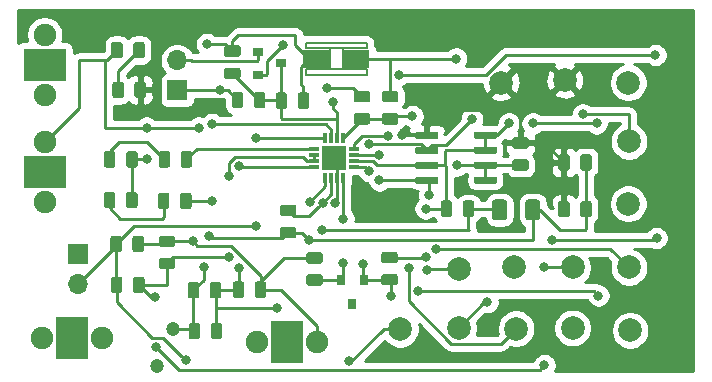
<source format=gbr>
G04 #@! TF.GenerationSoftware,KiCad,Pcbnew,(5.1.5-0)*
G04 #@! TF.CreationDate,2020-04-26T22:39:22-07:00*
G04 #@! TF.ProjectId,Solar-Battery-Charger,536f6c61-722d-4426-9174-746572792d43,rev?*
G04 #@! TF.SameCoordinates,Original*
G04 #@! TF.FileFunction,Copper,L1,Top*
G04 #@! TF.FilePolarity,Positive*
%FSLAX46Y46*%
G04 Gerber Fmt 4.6, Leading zero omitted, Abs format (unit mm)*
G04 Created by KiCad (PCBNEW (5.1.5-0)) date 2020-04-26 22:39:22*
%MOMM*%
%LPD*%
G04 APERTURE LIST*
%ADD10C,0.152400*%
%ADD11C,1.905000*%
%ADD12R,3.632200X2.717800*%
%ADD13R,2.717800X3.632200*%
%ADD14R,0.800000X0.900000*%
%ADD15C,0.100000*%
%ADD16R,2.184400X1.549400*%
%ADD17O,1.700000X1.700000*%
%ADD18R,1.700000X1.700000*%
%ADD19R,0.900000X0.800000*%
%ADD20C,2.000000*%
%ADD21R,0.304800X0.812800*%
%ADD22R,0.812800X0.304800*%
%ADD23R,2.032000X2.032000*%
%ADD24C,0.800000*%
%ADD25C,1.200000*%
%ADD26C,0.250000*%
%ADD27C,0.254000*%
G04 APERTURE END LIST*
D10*
X205536800Y-94094300D02*
X204419200Y-94094300D01*
X204419200Y-94094300D02*
X204419200Y-92341700D01*
X204419200Y-92341700D02*
X205536800Y-92341700D01*
X205536800Y-92341700D02*
X205536800Y-94094300D01*
X207568800Y-94564200D02*
X202387200Y-94564200D01*
X202387200Y-94564200D02*
X202387200Y-94094300D01*
X202387200Y-94094300D02*
X207568800Y-94094300D01*
X207568800Y-94094300D02*
X207568800Y-94564200D01*
X207568800Y-92341700D02*
X202387200Y-92341700D01*
X202387200Y-92341700D02*
X202387200Y-91871800D01*
X202387200Y-91871800D02*
X207568800Y-91871800D01*
X207568800Y-91871800D02*
X207568800Y-92341700D01*
D11*
X180289200Y-100279200D03*
X180289200Y-105359200D03*
D12*
X180289200Y-102819200D03*
D11*
X180289200Y-91186000D03*
X180289200Y-96266000D03*
D12*
X180289200Y-93726000D03*
D11*
X203352400Y-117195600D03*
X198272400Y-117195600D03*
D13*
X200812400Y-117195600D03*
D11*
X185115200Y-116890800D03*
X180035200Y-116890800D03*
D13*
X182575200Y-116890800D03*
D14*
X206349600Y-113979200D03*
X205399600Y-111979200D03*
X207299600Y-111979200D03*
G04 #@! TA.AperFunction,SMDPad,CuDef*
D15*
G36*
X186782142Y-95160774D02*
G01*
X186805803Y-95164284D01*
X186829007Y-95170096D01*
X186851529Y-95178154D01*
X186873153Y-95188382D01*
X186893670Y-95200679D01*
X186912883Y-95214929D01*
X186930607Y-95230993D01*
X186946671Y-95248717D01*
X186960921Y-95267930D01*
X186973218Y-95288447D01*
X186983446Y-95310071D01*
X186991504Y-95332593D01*
X186997316Y-95355797D01*
X187000826Y-95379458D01*
X187002000Y-95403350D01*
X187002000Y-96315850D01*
X187000826Y-96339742D01*
X186997316Y-96363403D01*
X186991504Y-96386607D01*
X186983446Y-96409129D01*
X186973218Y-96430753D01*
X186960921Y-96451270D01*
X186946671Y-96470483D01*
X186930607Y-96488207D01*
X186912883Y-96504271D01*
X186893670Y-96518521D01*
X186873153Y-96530818D01*
X186851529Y-96541046D01*
X186829007Y-96549104D01*
X186805803Y-96554916D01*
X186782142Y-96558426D01*
X186758250Y-96559600D01*
X186270750Y-96559600D01*
X186246858Y-96558426D01*
X186223197Y-96554916D01*
X186199993Y-96549104D01*
X186177471Y-96541046D01*
X186155847Y-96530818D01*
X186135330Y-96518521D01*
X186116117Y-96504271D01*
X186098393Y-96488207D01*
X186082329Y-96470483D01*
X186068079Y-96451270D01*
X186055782Y-96430753D01*
X186045554Y-96409129D01*
X186037496Y-96386607D01*
X186031684Y-96363403D01*
X186028174Y-96339742D01*
X186027000Y-96315850D01*
X186027000Y-95403350D01*
X186028174Y-95379458D01*
X186031684Y-95355797D01*
X186037496Y-95332593D01*
X186045554Y-95310071D01*
X186055782Y-95288447D01*
X186068079Y-95267930D01*
X186082329Y-95248717D01*
X186098393Y-95230993D01*
X186116117Y-95214929D01*
X186135330Y-95200679D01*
X186155847Y-95188382D01*
X186177471Y-95178154D01*
X186199993Y-95170096D01*
X186223197Y-95164284D01*
X186246858Y-95160774D01*
X186270750Y-95159600D01*
X186758250Y-95159600D01*
X186782142Y-95160774D01*
G37*
G04 #@! TD.AperFunction*
G04 #@! TA.AperFunction,SMDPad,CuDef*
G36*
X188657142Y-95160774D02*
G01*
X188680803Y-95164284D01*
X188704007Y-95170096D01*
X188726529Y-95178154D01*
X188748153Y-95188382D01*
X188768670Y-95200679D01*
X188787883Y-95214929D01*
X188805607Y-95230993D01*
X188821671Y-95248717D01*
X188835921Y-95267930D01*
X188848218Y-95288447D01*
X188858446Y-95310071D01*
X188866504Y-95332593D01*
X188872316Y-95355797D01*
X188875826Y-95379458D01*
X188877000Y-95403350D01*
X188877000Y-96315850D01*
X188875826Y-96339742D01*
X188872316Y-96363403D01*
X188866504Y-96386607D01*
X188858446Y-96409129D01*
X188848218Y-96430753D01*
X188835921Y-96451270D01*
X188821671Y-96470483D01*
X188805607Y-96488207D01*
X188787883Y-96504271D01*
X188768670Y-96518521D01*
X188748153Y-96530818D01*
X188726529Y-96541046D01*
X188704007Y-96549104D01*
X188680803Y-96554916D01*
X188657142Y-96558426D01*
X188633250Y-96559600D01*
X188145750Y-96559600D01*
X188121858Y-96558426D01*
X188098197Y-96554916D01*
X188074993Y-96549104D01*
X188052471Y-96541046D01*
X188030847Y-96530818D01*
X188010330Y-96518521D01*
X187991117Y-96504271D01*
X187973393Y-96488207D01*
X187957329Y-96470483D01*
X187943079Y-96451270D01*
X187930782Y-96430753D01*
X187920554Y-96409129D01*
X187912496Y-96386607D01*
X187906684Y-96363403D01*
X187903174Y-96339742D01*
X187902000Y-96315850D01*
X187902000Y-95403350D01*
X187903174Y-95379458D01*
X187906684Y-95355797D01*
X187912496Y-95332593D01*
X187920554Y-95310071D01*
X187930782Y-95288447D01*
X187943079Y-95267930D01*
X187957329Y-95248717D01*
X187973393Y-95230993D01*
X187991117Y-95214929D01*
X188010330Y-95200679D01*
X188030847Y-95188382D01*
X188052471Y-95178154D01*
X188074993Y-95170096D01*
X188098197Y-95164284D01*
X188121858Y-95160774D01*
X188145750Y-95159600D01*
X188633250Y-95159600D01*
X188657142Y-95160774D01*
G37*
G04 #@! TD.AperFunction*
G04 #@! TA.AperFunction,SMDPad,CuDef*
G36*
X196669742Y-93973974D02*
G01*
X196693403Y-93977484D01*
X196716607Y-93983296D01*
X196739129Y-93991354D01*
X196760753Y-94001582D01*
X196781270Y-94013879D01*
X196800483Y-94028129D01*
X196818207Y-94044193D01*
X196834271Y-94061917D01*
X196848521Y-94081130D01*
X196860818Y-94101647D01*
X196871046Y-94123271D01*
X196879104Y-94145793D01*
X196884916Y-94168997D01*
X196888426Y-94192658D01*
X196889600Y-94216550D01*
X196889600Y-94704050D01*
X196888426Y-94727942D01*
X196884916Y-94751603D01*
X196879104Y-94774807D01*
X196871046Y-94797329D01*
X196860818Y-94818953D01*
X196848521Y-94839470D01*
X196834271Y-94858683D01*
X196818207Y-94876407D01*
X196800483Y-94892471D01*
X196781270Y-94906721D01*
X196760753Y-94919018D01*
X196739129Y-94929246D01*
X196716607Y-94937304D01*
X196693403Y-94943116D01*
X196669742Y-94946626D01*
X196645850Y-94947800D01*
X195733350Y-94947800D01*
X195709458Y-94946626D01*
X195685797Y-94943116D01*
X195662593Y-94937304D01*
X195640071Y-94929246D01*
X195618447Y-94919018D01*
X195597930Y-94906721D01*
X195578717Y-94892471D01*
X195560993Y-94876407D01*
X195544929Y-94858683D01*
X195530679Y-94839470D01*
X195518382Y-94818953D01*
X195508154Y-94797329D01*
X195500096Y-94774807D01*
X195494284Y-94751603D01*
X195490774Y-94727942D01*
X195489600Y-94704050D01*
X195489600Y-94216550D01*
X195490774Y-94192658D01*
X195494284Y-94168997D01*
X195500096Y-94145793D01*
X195508154Y-94123271D01*
X195518382Y-94101647D01*
X195530679Y-94081130D01*
X195544929Y-94061917D01*
X195560993Y-94044193D01*
X195578717Y-94028129D01*
X195597930Y-94013879D01*
X195618447Y-94001582D01*
X195640071Y-93991354D01*
X195662593Y-93983296D01*
X195685797Y-93977484D01*
X195709458Y-93973974D01*
X195733350Y-93972800D01*
X196645850Y-93972800D01*
X196669742Y-93973974D01*
G37*
G04 #@! TD.AperFunction*
G04 #@! TA.AperFunction,SMDPad,CuDef*
G36*
X196669742Y-92098974D02*
G01*
X196693403Y-92102484D01*
X196716607Y-92108296D01*
X196739129Y-92116354D01*
X196760753Y-92126582D01*
X196781270Y-92138879D01*
X196800483Y-92153129D01*
X196818207Y-92169193D01*
X196834271Y-92186917D01*
X196848521Y-92206130D01*
X196860818Y-92226647D01*
X196871046Y-92248271D01*
X196879104Y-92270793D01*
X196884916Y-92293997D01*
X196888426Y-92317658D01*
X196889600Y-92341550D01*
X196889600Y-92829050D01*
X196888426Y-92852942D01*
X196884916Y-92876603D01*
X196879104Y-92899807D01*
X196871046Y-92922329D01*
X196860818Y-92943953D01*
X196848521Y-92964470D01*
X196834271Y-92983683D01*
X196818207Y-93001407D01*
X196800483Y-93017471D01*
X196781270Y-93031721D01*
X196760753Y-93044018D01*
X196739129Y-93054246D01*
X196716607Y-93062304D01*
X196693403Y-93068116D01*
X196669742Y-93071626D01*
X196645850Y-93072800D01*
X195733350Y-93072800D01*
X195709458Y-93071626D01*
X195685797Y-93068116D01*
X195662593Y-93062304D01*
X195640071Y-93054246D01*
X195618447Y-93044018D01*
X195597930Y-93031721D01*
X195578717Y-93017471D01*
X195560993Y-93001407D01*
X195544929Y-92983683D01*
X195530679Y-92964470D01*
X195518382Y-92943953D01*
X195508154Y-92922329D01*
X195500096Y-92899807D01*
X195494284Y-92876603D01*
X195490774Y-92852942D01*
X195489600Y-92829050D01*
X195489600Y-92341550D01*
X195490774Y-92317658D01*
X195494284Y-92293997D01*
X195500096Y-92270793D01*
X195508154Y-92248271D01*
X195518382Y-92226647D01*
X195530679Y-92206130D01*
X195544929Y-92186917D01*
X195560993Y-92169193D01*
X195578717Y-92153129D01*
X195597930Y-92138879D01*
X195618447Y-92126582D01*
X195640071Y-92116354D01*
X195662593Y-92108296D01*
X195685797Y-92102484D01*
X195709458Y-92098974D01*
X195733350Y-92097800D01*
X196645850Y-92097800D01*
X196669742Y-92098974D01*
G37*
G04 #@! TD.AperFunction*
G04 #@! TA.AperFunction,SMDPad,CuDef*
G36*
X191132542Y-110077574D02*
G01*
X191156203Y-110081084D01*
X191179407Y-110086896D01*
X191201929Y-110094954D01*
X191223553Y-110105182D01*
X191244070Y-110117479D01*
X191263283Y-110131729D01*
X191281007Y-110147793D01*
X191297071Y-110165517D01*
X191311321Y-110184730D01*
X191323618Y-110205247D01*
X191333846Y-110226871D01*
X191341904Y-110249393D01*
X191347716Y-110272597D01*
X191351226Y-110296258D01*
X191352400Y-110320150D01*
X191352400Y-110807650D01*
X191351226Y-110831542D01*
X191347716Y-110855203D01*
X191341904Y-110878407D01*
X191333846Y-110900929D01*
X191323618Y-110922553D01*
X191311321Y-110943070D01*
X191297071Y-110962283D01*
X191281007Y-110980007D01*
X191263283Y-110996071D01*
X191244070Y-111010321D01*
X191223553Y-111022618D01*
X191201929Y-111032846D01*
X191179407Y-111040904D01*
X191156203Y-111046716D01*
X191132542Y-111050226D01*
X191108650Y-111051400D01*
X190196150Y-111051400D01*
X190172258Y-111050226D01*
X190148597Y-111046716D01*
X190125393Y-111040904D01*
X190102871Y-111032846D01*
X190081247Y-111022618D01*
X190060730Y-111010321D01*
X190041517Y-110996071D01*
X190023793Y-110980007D01*
X190007729Y-110962283D01*
X189993479Y-110943070D01*
X189981182Y-110922553D01*
X189970954Y-110900929D01*
X189962896Y-110878407D01*
X189957084Y-110855203D01*
X189953574Y-110831542D01*
X189952400Y-110807650D01*
X189952400Y-110320150D01*
X189953574Y-110296258D01*
X189957084Y-110272597D01*
X189962896Y-110249393D01*
X189970954Y-110226871D01*
X189981182Y-110205247D01*
X189993479Y-110184730D01*
X190007729Y-110165517D01*
X190023793Y-110147793D01*
X190041517Y-110131729D01*
X190060730Y-110117479D01*
X190081247Y-110105182D01*
X190102871Y-110094954D01*
X190125393Y-110086896D01*
X190148597Y-110081084D01*
X190172258Y-110077574D01*
X190196150Y-110076400D01*
X191108650Y-110076400D01*
X191132542Y-110077574D01*
G37*
G04 #@! TD.AperFunction*
G04 #@! TA.AperFunction,SMDPad,CuDef*
G36*
X191132542Y-108202574D02*
G01*
X191156203Y-108206084D01*
X191179407Y-108211896D01*
X191201929Y-108219954D01*
X191223553Y-108230182D01*
X191244070Y-108242479D01*
X191263283Y-108256729D01*
X191281007Y-108272793D01*
X191297071Y-108290517D01*
X191311321Y-108309730D01*
X191323618Y-108330247D01*
X191333846Y-108351871D01*
X191341904Y-108374393D01*
X191347716Y-108397597D01*
X191351226Y-108421258D01*
X191352400Y-108445150D01*
X191352400Y-108932650D01*
X191351226Y-108956542D01*
X191347716Y-108980203D01*
X191341904Y-109003407D01*
X191333846Y-109025929D01*
X191323618Y-109047553D01*
X191311321Y-109068070D01*
X191297071Y-109087283D01*
X191281007Y-109105007D01*
X191263283Y-109121071D01*
X191244070Y-109135321D01*
X191223553Y-109147618D01*
X191201929Y-109157846D01*
X191179407Y-109165904D01*
X191156203Y-109171716D01*
X191132542Y-109175226D01*
X191108650Y-109176400D01*
X190196150Y-109176400D01*
X190172258Y-109175226D01*
X190148597Y-109171716D01*
X190125393Y-109165904D01*
X190102871Y-109157846D01*
X190081247Y-109147618D01*
X190060730Y-109135321D01*
X190041517Y-109121071D01*
X190023793Y-109105007D01*
X190007729Y-109087283D01*
X189993479Y-109068070D01*
X189981182Y-109047553D01*
X189970954Y-109025929D01*
X189962896Y-109003407D01*
X189957084Y-108980203D01*
X189953574Y-108956542D01*
X189952400Y-108932650D01*
X189952400Y-108445150D01*
X189953574Y-108421258D01*
X189957084Y-108397597D01*
X189962896Y-108374393D01*
X189970954Y-108351871D01*
X189981182Y-108330247D01*
X189993479Y-108309730D01*
X190007729Y-108290517D01*
X190023793Y-108272793D01*
X190041517Y-108256729D01*
X190060730Y-108242479D01*
X190081247Y-108230182D01*
X190102871Y-108219954D01*
X190125393Y-108211896D01*
X190148597Y-108206084D01*
X190172258Y-108202574D01*
X190196150Y-108201400D01*
X191108650Y-108201400D01*
X191132542Y-108202574D01*
G37*
G04 #@! TD.AperFunction*
G04 #@! TA.AperFunction,SMDPad,CuDef*
G36*
X207642542Y-97834774D02*
G01*
X207666203Y-97838284D01*
X207689407Y-97844096D01*
X207711929Y-97852154D01*
X207733553Y-97862382D01*
X207754070Y-97874679D01*
X207773283Y-97888929D01*
X207791007Y-97904993D01*
X207807071Y-97922717D01*
X207821321Y-97941930D01*
X207833618Y-97962447D01*
X207843846Y-97984071D01*
X207851904Y-98006593D01*
X207857716Y-98029797D01*
X207861226Y-98053458D01*
X207862400Y-98077350D01*
X207862400Y-98564850D01*
X207861226Y-98588742D01*
X207857716Y-98612403D01*
X207851904Y-98635607D01*
X207843846Y-98658129D01*
X207833618Y-98679753D01*
X207821321Y-98700270D01*
X207807071Y-98719483D01*
X207791007Y-98737207D01*
X207773283Y-98753271D01*
X207754070Y-98767521D01*
X207733553Y-98779818D01*
X207711929Y-98790046D01*
X207689407Y-98798104D01*
X207666203Y-98803916D01*
X207642542Y-98807426D01*
X207618650Y-98808600D01*
X206706150Y-98808600D01*
X206682258Y-98807426D01*
X206658597Y-98803916D01*
X206635393Y-98798104D01*
X206612871Y-98790046D01*
X206591247Y-98779818D01*
X206570730Y-98767521D01*
X206551517Y-98753271D01*
X206533793Y-98737207D01*
X206517729Y-98719483D01*
X206503479Y-98700270D01*
X206491182Y-98679753D01*
X206480954Y-98658129D01*
X206472896Y-98635607D01*
X206467084Y-98612403D01*
X206463574Y-98588742D01*
X206462400Y-98564850D01*
X206462400Y-98077350D01*
X206463574Y-98053458D01*
X206467084Y-98029797D01*
X206472896Y-98006593D01*
X206480954Y-97984071D01*
X206491182Y-97962447D01*
X206503479Y-97941930D01*
X206517729Y-97922717D01*
X206533793Y-97904993D01*
X206551517Y-97888929D01*
X206570730Y-97874679D01*
X206591247Y-97862382D01*
X206612871Y-97852154D01*
X206635393Y-97844096D01*
X206658597Y-97838284D01*
X206682258Y-97834774D01*
X206706150Y-97833600D01*
X207618650Y-97833600D01*
X207642542Y-97834774D01*
G37*
G04 #@! TD.AperFunction*
G04 #@! TA.AperFunction,SMDPad,CuDef*
G36*
X207642542Y-95959774D02*
G01*
X207666203Y-95963284D01*
X207689407Y-95969096D01*
X207711929Y-95977154D01*
X207733553Y-95987382D01*
X207754070Y-95999679D01*
X207773283Y-96013929D01*
X207791007Y-96029993D01*
X207807071Y-96047717D01*
X207821321Y-96066930D01*
X207833618Y-96087447D01*
X207843846Y-96109071D01*
X207851904Y-96131593D01*
X207857716Y-96154797D01*
X207861226Y-96178458D01*
X207862400Y-96202350D01*
X207862400Y-96689850D01*
X207861226Y-96713742D01*
X207857716Y-96737403D01*
X207851904Y-96760607D01*
X207843846Y-96783129D01*
X207833618Y-96804753D01*
X207821321Y-96825270D01*
X207807071Y-96844483D01*
X207791007Y-96862207D01*
X207773283Y-96878271D01*
X207754070Y-96892521D01*
X207733553Y-96904818D01*
X207711929Y-96915046D01*
X207689407Y-96923104D01*
X207666203Y-96928916D01*
X207642542Y-96932426D01*
X207618650Y-96933600D01*
X206706150Y-96933600D01*
X206682258Y-96932426D01*
X206658597Y-96928916D01*
X206635393Y-96923104D01*
X206612871Y-96915046D01*
X206591247Y-96904818D01*
X206570730Y-96892521D01*
X206551517Y-96878271D01*
X206533793Y-96862207D01*
X206517729Y-96844483D01*
X206503479Y-96825270D01*
X206491182Y-96804753D01*
X206480954Y-96783129D01*
X206472896Y-96760607D01*
X206467084Y-96737403D01*
X206463574Y-96713742D01*
X206462400Y-96689850D01*
X206462400Y-96202350D01*
X206463574Y-96178458D01*
X206467084Y-96154797D01*
X206472896Y-96131593D01*
X206480954Y-96109071D01*
X206491182Y-96087447D01*
X206503479Y-96066930D01*
X206517729Y-96047717D01*
X206533793Y-96029993D01*
X206551517Y-96013929D01*
X206570730Y-95999679D01*
X206591247Y-95987382D01*
X206612871Y-95977154D01*
X206635393Y-95969096D01*
X206658597Y-95963284D01*
X206682258Y-95959774D01*
X206706150Y-95958600D01*
X207618650Y-95958600D01*
X207642542Y-95959774D01*
G37*
G04 #@! TD.AperFunction*
G04 #@! TA.AperFunction,SMDPad,CuDef*
G36*
X203629342Y-109601874D02*
G01*
X203653003Y-109605384D01*
X203676207Y-109611196D01*
X203698729Y-109619254D01*
X203720353Y-109629482D01*
X203740870Y-109641779D01*
X203760083Y-109656029D01*
X203777807Y-109672093D01*
X203793871Y-109689817D01*
X203808121Y-109709030D01*
X203820418Y-109729547D01*
X203830646Y-109751171D01*
X203838704Y-109773693D01*
X203844516Y-109796897D01*
X203848026Y-109820558D01*
X203849200Y-109844450D01*
X203849200Y-110331950D01*
X203848026Y-110355842D01*
X203844516Y-110379503D01*
X203838704Y-110402707D01*
X203830646Y-110425229D01*
X203820418Y-110446853D01*
X203808121Y-110467370D01*
X203793871Y-110486583D01*
X203777807Y-110504307D01*
X203760083Y-110520371D01*
X203740870Y-110534621D01*
X203720353Y-110546918D01*
X203698729Y-110557146D01*
X203676207Y-110565204D01*
X203653003Y-110571016D01*
X203629342Y-110574526D01*
X203605450Y-110575700D01*
X202692950Y-110575700D01*
X202669058Y-110574526D01*
X202645397Y-110571016D01*
X202622193Y-110565204D01*
X202599671Y-110557146D01*
X202578047Y-110546918D01*
X202557530Y-110534621D01*
X202538317Y-110520371D01*
X202520593Y-110504307D01*
X202504529Y-110486583D01*
X202490279Y-110467370D01*
X202477982Y-110446853D01*
X202467754Y-110425229D01*
X202459696Y-110402707D01*
X202453884Y-110379503D01*
X202450374Y-110355842D01*
X202449200Y-110331950D01*
X202449200Y-109844450D01*
X202450374Y-109820558D01*
X202453884Y-109796897D01*
X202459696Y-109773693D01*
X202467754Y-109751171D01*
X202477982Y-109729547D01*
X202490279Y-109709030D01*
X202504529Y-109689817D01*
X202520593Y-109672093D01*
X202538317Y-109656029D01*
X202557530Y-109641779D01*
X202578047Y-109629482D01*
X202599671Y-109619254D01*
X202622193Y-109611196D01*
X202645397Y-109605384D01*
X202669058Y-109601874D01*
X202692950Y-109600700D01*
X203605450Y-109600700D01*
X203629342Y-109601874D01*
G37*
G04 #@! TD.AperFunction*
G04 #@! TA.AperFunction,SMDPad,CuDef*
G36*
X203629342Y-111476874D02*
G01*
X203653003Y-111480384D01*
X203676207Y-111486196D01*
X203698729Y-111494254D01*
X203720353Y-111504482D01*
X203740870Y-111516779D01*
X203760083Y-111531029D01*
X203777807Y-111547093D01*
X203793871Y-111564817D01*
X203808121Y-111584030D01*
X203820418Y-111604547D01*
X203830646Y-111626171D01*
X203838704Y-111648693D01*
X203844516Y-111671897D01*
X203848026Y-111695558D01*
X203849200Y-111719450D01*
X203849200Y-112206950D01*
X203848026Y-112230842D01*
X203844516Y-112254503D01*
X203838704Y-112277707D01*
X203830646Y-112300229D01*
X203820418Y-112321853D01*
X203808121Y-112342370D01*
X203793871Y-112361583D01*
X203777807Y-112379307D01*
X203760083Y-112395371D01*
X203740870Y-112409621D01*
X203720353Y-112421918D01*
X203698729Y-112432146D01*
X203676207Y-112440204D01*
X203653003Y-112446016D01*
X203629342Y-112449526D01*
X203605450Y-112450700D01*
X202692950Y-112450700D01*
X202669058Y-112449526D01*
X202645397Y-112446016D01*
X202622193Y-112440204D01*
X202599671Y-112432146D01*
X202578047Y-112421918D01*
X202557530Y-112409621D01*
X202538317Y-112395371D01*
X202520593Y-112379307D01*
X202504529Y-112361583D01*
X202490279Y-112342370D01*
X202477982Y-112321853D01*
X202467754Y-112300229D01*
X202459696Y-112277707D01*
X202453884Y-112254503D01*
X202450374Y-112230842D01*
X202449200Y-112206950D01*
X202449200Y-111719450D01*
X202450374Y-111695558D01*
X202453884Y-111671897D01*
X202459696Y-111648693D01*
X202467754Y-111626171D01*
X202477982Y-111604547D01*
X202490279Y-111584030D01*
X202504529Y-111564817D01*
X202520593Y-111547093D01*
X202538317Y-111531029D01*
X202557530Y-111516779D01*
X202578047Y-111504482D01*
X202599671Y-111494254D01*
X202622193Y-111486196D01*
X202645397Y-111480384D01*
X202669058Y-111476874D01*
X202692950Y-111475700D01*
X203605450Y-111475700D01*
X203629342Y-111476874D01*
G37*
G04 #@! TD.AperFunction*
G04 #@! TA.AperFunction,SMDPad,CuDef*
G36*
X209979342Y-111449174D02*
G01*
X210003003Y-111452684D01*
X210026207Y-111458496D01*
X210048729Y-111466554D01*
X210070353Y-111476782D01*
X210090870Y-111489079D01*
X210110083Y-111503329D01*
X210127807Y-111519393D01*
X210143871Y-111537117D01*
X210158121Y-111556330D01*
X210170418Y-111576847D01*
X210180646Y-111598471D01*
X210188704Y-111620993D01*
X210194516Y-111644197D01*
X210198026Y-111667858D01*
X210199200Y-111691750D01*
X210199200Y-112179250D01*
X210198026Y-112203142D01*
X210194516Y-112226803D01*
X210188704Y-112250007D01*
X210180646Y-112272529D01*
X210170418Y-112294153D01*
X210158121Y-112314670D01*
X210143871Y-112333883D01*
X210127807Y-112351607D01*
X210110083Y-112367671D01*
X210090870Y-112381921D01*
X210070353Y-112394218D01*
X210048729Y-112404446D01*
X210026207Y-112412504D01*
X210003003Y-112418316D01*
X209979342Y-112421826D01*
X209955450Y-112423000D01*
X209042950Y-112423000D01*
X209019058Y-112421826D01*
X208995397Y-112418316D01*
X208972193Y-112412504D01*
X208949671Y-112404446D01*
X208928047Y-112394218D01*
X208907530Y-112381921D01*
X208888317Y-112367671D01*
X208870593Y-112351607D01*
X208854529Y-112333883D01*
X208840279Y-112314670D01*
X208827982Y-112294153D01*
X208817754Y-112272529D01*
X208809696Y-112250007D01*
X208803884Y-112226803D01*
X208800374Y-112203142D01*
X208799200Y-112179250D01*
X208799200Y-111691750D01*
X208800374Y-111667858D01*
X208803884Y-111644197D01*
X208809696Y-111620993D01*
X208817754Y-111598471D01*
X208827982Y-111576847D01*
X208840279Y-111556330D01*
X208854529Y-111537117D01*
X208870593Y-111519393D01*
X208888317Y-111503329D01*
X208907530Y-111489079D01*
X208928047Y-111476782D01*
X208949671Y-111466554D01*
X208972193Y-111458496D01*
X208995397Y-111452684D01*
X209019058Y-111449174D01*
X209042950Y-111448000D01*
X209955450Y-111448000D01*
X209979342Y-111449174D01*
G37*
G04 #@! TD.AperFunction*
G04 #@! TA.AperFunction,SMDPad,CuDef*
G36*
X209979342Y-109574174D02*
G01*
X210003003Y-109577684D01*
X210026207Y-109583496D01*
X210048729Y-109591554D01*
X210070353Y-109601782D01*
X210090870Y-109614079D01*
X210110083Y-109628329D01*
X210127807Y-109644393D01*
X210143871Y-109662117D01*
X210158121Y-109681330D01*
X210170418Y-109701847D01*
X210180646Y-109723471D01*
X210188704Y-109745993D01*
X210194516Y-109769197D01*
X210198026Y-109792858D01*
X210199200Y-109816750D01*
X210199200Y-110304250D01*
X210198026Y-110328142D01*
X210194516Y-110351803D01*
X210188704Y-110375007D01*
X210180646Y-110397529D01*
X210170418Y-110419153D01*
X210158121Y-110439670D01*
X210143871Y-110458883D01*
X210127807Y-110476607D01*
X210110083Y-110492671D01*
X210090870Y-110506921D01*
X210070353Y-110519218D01*
X210048729Y-110529446D01*
X210026207Y-110537504D01*
X210003003Y-110543316D01*
X209979342Y-110546826D01*
X209955450Y-110548000D01*
X209042950Y-110548000D01*
X209019058Y-110546826D01*
X208995397Y-110543316D01*
X208972193Y-110537504D01*
X208949671Y-110529446D01*
X208928047Y-110519218D01*
X208907530Y-110506921D01*
X208888317Y-110492671D01*
X208870593Y-110476607D01*
X208854529Y-110458883D01*
X208840279Y-110439670D01*
X208827982Y-110419153D01*
X208817754Y-110397529D01*
X208809696Y-110375007D01*
X208803884Y-110351803D01*
X208800374Y-110328142D01*
X208799200Y-110304250D01*
X208799200Y-109816750D01*
X208800374Y-109792858D01*
X208803884Y-109769197D01*
X208809696Y-109745993D01*
X208817754Y-109723471D01*
X208827982Y-109701847D01*
X208840279Y-109681330D01*
X208854529Y-109662117D01*
X208870593Y-109644393D01*
X208888317Y-109628329D01*
X208907530Y-109614079D01*
X208928047Y-109601782D01*
X208949671Y-109591554D01*
X208972193Y-109583496D01*
X208995397Y-109577684D01*
X209019058Y-109574174D01*
X209042950Y-109573000D01*
X209955450Y-109573000D01*
X209979342Y-109574174D01*
G37*
G04 #@! TD.AperFunction*
G04 #@! TA.AperFunction,SMDPad,CuDef*
G36*
X201394142Y-107459074D02*
G01*
X201417803Y-107462584D01*
X201441007Y-107468396D01*
X201463529Y-107476454D01*
X201485153Y-107486682D01*
X201505670Y-107498979D01*
X201524883Y-107513229D01*
X201542607Y-107529293D01*
X201558671Y-107547017D01*
X201572921Y-107566230D01*
X201585218Y-107586747D01*
X201595446Y-107608371D01*
X201603504Y-107630893D01*
X201609316Y-107654097D01*
X201612826Y-107677758D01*
X201614000Y-107701650D01*
X201614000Y-108189150D01*
X201612826Y-108213042D01*
X201609316Y-108236703D01*
X201603504Y-108259907D01*
X201595446Y-108282429D01*
X201585218Y-108304053D01*
X201572921Y-108324570D01*
X201558671Y-108343783D01*
X201542607Y-108361507D01*
X201524883Y-108377571D01*
X201505670Y-108391821D01*
X201485153Y-108404118D01*
X201463529Y-108414346D01*
X201441007Y-108422404D01*
X201417803Y-108428216D01*
X201394142Y-108431726D01*
X201370250Y-108432900D01*
X200457750Y-108432900D01*
X200433858Y-108431726D01*
X200410197Y-108428216D01*
X200386993Y-108422404D01*
X200364471Y-108414346D01*
X200342847Y-108404118D01*
X200322330Y-108391821D01*
X200303117Y-108377571D01*
X200285393Y-108361507D01*
X200269329Y-108343783D01*
X200255079Y-108324570D01*
X200242782Y-108304053D01*
X200232554Y-108282429D01*
X200224496Y-108259907D01*
X200218684Y-108236703D01*
X200215174Y-108213042D01*
X200214000Y-108189150D01*
X200214000Y-107701650D01*
X200215174Y-107677758D01*
X200218684Y-107654097D01*
X200224496Y-107630893D01*
X200232554Y-107608371D01*
X200242782Y-107586747D01*
X200255079Y-107566230D01*
X200269329Y-107547017D01*
X200285393Y-107529293D01*
X200303117Y-107513229D01*
X200322330Y-107498979D01*
X200342847Y-107486682D01*
X200364471Y-107476454D01*
X200386993Y-107468396D01*
X200410197Y-107462584D01*
X200433858Y-107459074D01*
X200457750Y-107457900D01*
X201370250Y-107457900D01*
X201394142Y-107459074D01*
G37*
G04 #@! TD.AperFunction*
G04 #@! TA.AperFunction,SMDPad,CuDef*
G36*
X201394142Y-105584074D02*
G01*
X201417803Y-105587584D01*
X201441007Y-105593396D01*
X201463529Y-105601454D01*
X201485153Y-105611682D01*
X201505670Y-105623979D01*
X201524883Y-105638229D01*
X201542607Y-105654293D01*
X201558671Y-105672017D01*
X201572921Y-105691230D01*
X201585218Y-105711747D01*
X201595446Y-105733371D01*
X201603504Y-105755893D01*
X201609316Y-105779097D01*
X201612826Y-105802758D01*
X201614000Y-105826650D01*
X201614000Y-106314150D01*
X201612826Y-106338042D01*
X201609316Y-106361703D01*
X201603504Y-106384907D01*
X201595446Y-106407429D01*
X201585218Y-106429053D01*
X201572921Y-106449570D01*
X201558671Y-106468783D01*
X201542607Y-106486507D01*
X201524883Y-106502571D01*
X201505670Y-106516821D01*
X201485153Y-106529118D01*
X201463529Y-106539346D01*
X201441007Y-106547404D01*
X201417803Y-106553216D01*
X201394142Y-106556726D01*
X201370250Y-106557900D01*
X200457750Y-106557900D01*
X200433858Y-106556726D01*
X200410197Y-106553216D01*
X200386993Y-106547404D01*
X200364471Y-106539346D01*
X200342847Y-106529118D01*
X200322330Y-106516821D01*
X200303117Y-106502571D01*
X200285393Y-106486507D01*
X200269329Y-106468783D01*
X200255079Y-106449570D01*
X200242782Y-106429053D01*
X200232554Y-106407429D01*
X200224496Y-106384907D01*
X200218684Y-106361703D01*
X200215174Y-106338042D01*
X200214000Y-106314150D01*
X200214000Y-105826650D01*
X200215174Y-105802758D01*
X200218684Y-105779097D01*
X200224496Y-105755893D01*
X200232554Y-105733371D01*
X200242782Y-105711747D01*
X200255079Y-105691230D01*
X200269329Y-105672017D01*
X200285393Y-105654293D01*
X200303117Y-105638229D01*
X200322330Y-105623979D01*
X200342847Y-105611682D01*
X200364471Y-105601454D01*
X200386993Y-105593396D01*
X200410197Y-105587584D01*
X200433858Y-105584074D01*
X200457750Y-105582900D01*
X201370250Y-105582900D01*
X201394142Y-105584074D01*
G37*
G04 #@! TD.AperFunction*
G04 #@! TA.AperFunction,SMDPad,CuDef*
G36*
X221053742Y-99871374D02*
G01*
X221077403Y-99874884D01*
X221100607Y-99880696D01*
X221123129Y-99888754D01*
X221144753Y-99898982D01*
X221165270Y-99911279D01*
X221184483Y-99925529D01*
X221202207Y-99941593D01*
X221218271Y-99959317D01*
X221232521Y-99978530D01*
X221244818Y-99999047D01*
X221255046Y-100020671D01*
X221263104Y-100043193D01*
X221268916Y-100066397D01*
X221272426Y-100090058D01*
X221273600Y-100113950D01*
X221273600Y-100601450D01*
X221272426Y-100625342D01*
X221268916Y-100649003D01*
X221263104Y-100672207D01*
X221255046Y-100694729D01*
X221244818Y-100716353D01*
X221232521Y-100736870D01*
X221218271Y-100756083D01*
X221202207Y-100773807D01*
X221184483Y-100789871D01*
X221165270Y-100804121D01*
X221144753Y-100816418D01*
X221123129Y-100826646D01*
X221100607Y-100834704D01*
X221077403Y-100840516D01*
X221053742Y-100844026D01*
X221029850Y-100845200D01*
X220117350Y-100845200D01*
X220093458Y-100844026D01*
X220069797Y-100840516D01*
X220046593Y-100834704D01*
X220024071Y-100826646D01*
X220002447Y-100816418D01*
X219981930Y-100804121D01*
X219962717Y-100789871D01*
X219944993Y-100773807D01*
X219928929Y-100756083D01*
X219914679Y-100736870D01*
X219902382Y-100716353D01*
X219892154Y-100694729D01*
X219884096Y-100672207D01*
X219878284Y-100649003D01*
X219874774Y-100625342D01*
X219873600Y-100601450D01*
X219873600Y-100113950D01*
X219874774Y-100090058D01*
X219878284Y-100066397D01*
X219884096Y-100043193D01*
X219892154Y-100020671D01*
X219902382Y-99999047D01*
X219914679Y-99978530D01*
X219928929Y-99959317D01*
X219944993Y-99941593D01*
X219962717Y-99925529D01*
X219981930Y-99911279D01*
X220002447Y-99898982D01*
X220024071Y-99888754D01*
X220046593Y-99880696D01*
X220069797Y-99874884D01*
X220093458Y-99871374D01*
X220117350Y-99870200D01*
X221029850Y-99870200D01*
X221053742Y-99871374D01*
G37*
G04 #@! TD.AperFunction*
G04 #@! TA.AperFunction,SMDPad,CuDef*
G36*
X221053742Y-101746374D02*
G01*
X221077403Y-101749884D01*
X221100607Y-101755696D01*
X221123129Y-101763754D01*
X221144753Y-101773982D01*
X221165270Y-101786279D01*
X221184483Y-101800529D01*
X221202207Y-101816593D01*
X221218271Y-101834317D01*
X221232521Y-101853530D01*
X221244818Y-101874047D01*
X221255046Y-101895671D01*
X221263104Y-101918193D01*
X221268916Y-101941397D01*
X221272426Y-101965058D01*
X221273600Y-101988950D01*
X221273600Y-102476450D01*
X221272426Y-102500342D01*
X221268916Y-102524003D01*
X221263104Y-102547207D01*
X221255046Y-102569729D01*
X221244818Y-102591353D01*
X221232521Y-102611870D01*
X221218271Y-102631083D01*
X221202207Y-102648807D01*
X221184483Y-102664871D01*
X221165270Y-102679121D01*
X221144753Y-102691418D01*
X221123129Y-102701646D01*
X221100607Y-102709704D01*
X221077403Y-102715516D01*
X221053742Y-102719026D01*
X221029850Y-102720200D01*
X220117350Y-102720200D01*
X220093458Y-102719026D01*
X220069797Y-102715516D01*
X220046593Y-102709704D01*
X220024071Y-102701646D01*
X220002447Y-102691418D01*
X219981930Y-102679121D01*
X219962717Y-102664871D01*
X219944993Y-102648807D01*
X219928929Y-102631083D01*
X219914679Y-102611870D01*
X219902382Y-102591353D01*
X219892154Y-102569729D01*
X219884096Y-102547207D01*
X219878284Y-102524003D01*
X219874774Y-102500342D01*
X219873600Y-102476450D01*
X219873600Y-101988950D01*
X219874774Y-101965058D01*
X219878284Y-101941397D01*
X219884096Y-101918193D01*
X219892154Y-101895671D01*
X219902382Y-101874047D01*
X219914679Y-101853530D01*
X219928929Y-101834317D01*
X219944993Y-101816593D01*
X219962717Y-101800529D01*
X219981930Y-101786279D01*
X220002447Y-101773982D01*
X220024071Y-101763754D01*
X220046593Y-101755696D01*
X220069797Y-101749884D01*
X220093458Y-101746374D01*
X220117350Y-101745200D01*
X221029850Y-101745200D01*
X221053742Y-101746374D01*
G37*
G04 #@! TD.AperFunction*
G04 #@! TA.AperFunction,SMDPad,CuDef*
G36*
X224526542Y-101307574D02*
G01*
X224550203Y-101311084D01*
X224573407Y-101316896D01*
X224595929Y-101324954D01*
X224617553Y-101335182D01*
X224638070Y-101347479D01*
X224657283Y-101361729D01*
X224675007Y-101377793D01*
X224691071Y-101395517D01*
X224705321Y-101414730D01*
X224717618Y-101435247D01*
X224727846Y-101456871D01*
X224735904Y-101479393D01*
X224741716Y-101502597D01*
X224745226Y-101526258D01*
X224746400Y-101550150D01*
X224746400Y-102462650D01*
X224745226Y-102486542D01*
X224741716Y-102510203D01*
X224735904Y-102533407D01*
X224727846Y-102555929D01*
X224717618Y-102577553D01*
X224705321Y-102598070D01*
X224691071Y-102617283D01*
X224675007Y-102635007D01*
X224657283Y-102651071D01*
X224638070Y-102665321D01*
X224617553Y-102677618D01*
X224595929Y-102687846D01*
X224573407Y-102695904D01*
X224550203Y-102701716D01*
X224526542Y-102705226D01*
X224502650Y-102706400D01*
X224015150Y-102706400D01*
X223991258Y-102705226D01*
X223967597Y-102701716D01*
X223944393Y-102695904D01*
X223921871Y-102687846D01*
X223900247Y-102677618D01*
X223879730Y-102665321D01*
X223860517Y-102651071D01*
X223842793Y-102635007D01*
X223826729Y-102617283D01*
X223812479Y-102598070D01*
X223800182Y-102577553D01*
X223789954Y-102555929D01*
X223781896Y-102533407D01*
X223776084Y-102510203D01*
X223772574Y-102486542D01*
X223771400Y-102462650D01*
X223771400Y-101550150D01*
X223772574Y-101526258D01*
X223776084Y-101502597D01*
X223781896Y-101479393D01*
X223789954Y-101456871D01*
X223800182Y-101435247D01*
X223812479Y-101414730D01*
X223826729Y-101395517D01*
X223842793Y-101377793D01*
X223860517Y-101361729D01*
X223879730Y-101347479D01*
X223900247Y-101335182D01*
X223921871Y-101324954D01*
X223944393Y-101316896D01*
X223967597Y-101311084D01*
X223991258Y-101307574D01*
X224015150Y-101306400D01*
X224502650Y-101306400D01*
X224526542Y-101307574D01*
G37*
G04 #@! TD.AperFunction*
G04 #@! TA.AperFunction,SMDPad,CuDef*
G36*
X226401542Y-101307574D02*
G01*
X226425203Y-101311084D01*
X226448407Y-101316896D01*
X226470929Y-101324954D01*
X226492553Y-101335182D01*
X226513070Y-101347479D01*
X226532283Y-101361729D01*
X226550007Y-101377793D01*
X226566071Y-101395517D01*
X226580321Y-101414730D01*
X226592618Y-101435247D01*
X226602846Y-101456871D01*
X226610904Y-101479393D01*
X226616716Y-101502597D01*
X226620226Y-101526258D01*
X226621400Y-101550150D01*
X226621400Y-102462650D01*
X226620226Y-102486542D01*
X226616716Y-102510203D01*
X226610904Y-102533407D01*
X226602846Y-102555929D01*
X226592618Y-102577553D01*
X226580321Y-102598070D01*
X226566071Y-102617283D01*
X226550007Y-102635007D01*
X226532283Y-102651071D01*
X226513070Y-102665321D01*
X226492553Y-102677618D01*
X226470929Y-102687846D01*
X226448407Y-102695904D01*
X226425203Y-102701716D01*
X226401542Y-102705226D01*
X226377650Y-102706400D01*
X225890150Y-102706400D01*
X225866258Y-102705226D01*
X225842597Y-102701716D01*
X225819393Y-102695904D01*
X225796871Y-102687846D01*
X225775247Y-102677618D01*
X225754730Y-102665321D01*
X225735517Y-102651071D01*
X225717793Y-102635007D01*
X225701729Y-102617283D01*
X225687479Y-102598070D01*
X225675182Y-102577553D01*
X225664954Y-102555929D01*
X225656896Y-102533407D01*
X225651084Y-102510203D01*
X225647574Y-102486542D01*
X225646400Y-102462650D01*
X225646400Y-101550150D01*
X225647574Y-101526258D01*
X225651084Y-101502597D01*
X225656896Y-101479393D01*
X225664954Y-101456871D01*
X225675182Y-101435247D01*
X225687479Y-101414730D01*
X225701729Y-101395517D01*
X225717793Y-101377793D01*
X225735517Y-101361729D01*
X225754730Y-101347479D01*
X225775247Y-101335182D01*
X225796871Y-101324954D01*
X225819393Y-101316896D01*
X225842597Y-101311084D01*
X225866258Y-101307574D01*
X225890150Y-101306400D01*
X226377650Y-101306400D01*
X226401542Y-101307574D01*
G37*
G04 #@! TD.AperFunction*
G04 #@! TA.AperFunction,SMDPad,CuDef*
G36*
X226401542Y-105269974D02*
G01*
X226425203Y-105273484D01*
X226448407Y-105279296D01*
X226470929Y-105287354D01*
X226492553Y-105297582D01*
X226513070Y-105309879D01*
X226532283Y-105324129D01*
X226550007Y-105340193D01*
X226566071Y-105357917D01*
X226580321Y-105377130D01*
X226592618Y-105397647D01*
X226602846Y-105419271D01*
X226610904Y-105441793D01*
X226616716Y-105464997D01*
X226620226Y-105488658D01*
X226621400Y-105512550D01*
X226621400Y-106425050D01*
X226620226Y-106448942D01*
X226616716Y-106472603D01*
X226610904Y-106495807D01*
X226602846Y-106518329D01*
X226592618Y-106539953D01*
X226580321Y-106560470D01*
X226566071Y-106579683D01*
X226550007Y-106597407D01*
X226532283Y-106613471D01*
X226513070Y-106627721D01*
X226492553Y-106640018D01*
X226470929Y-106650246D01*
X226448407Y-106658304D01*
X226425203Y-106664116D01*
X226401542Y-106667626D01*
X226377650Y-106668800D01*
X225890150Y-106668800D01*
X225866258Y-106667626D01*
X225842597Y-106664116D01*
X225819393Y-106658304D01*
X225796871Y-106650246D01*
X225775247Y-106640018D01*
X225754730Y-106627721D01*
X225735517Y-106613471D01*
X225717793Y-106597407D01*
X225701729Y-106579683D01*
X225687479Y-106560470D01*
X225675182Y-106539953D01*
X225664954Y-106518329D01*
X225656896Y-106495807D01*
X225651084Y-106472603D01*
X225647574Y-106448942D01*
X225646400Y-106425050D01*
X225646400Y-105512550D01*
X225647574Y-105488658D01*
X225651084Y-105464997D01*
X225656896Y-105441793D01*
X225664954Y-105419271D01*
X225675182Y-105397647D01*
X225687479Y-105377130D01*
X225701729Y-105357917D01*
X225717793Y-105340193D01*
X225735517Y-105324129D01*
X225754730Y-105309879D01*
X225775247Y-105297582D01*
X225796871Y-105287354D01*
X225819393Y-105279296D01*
X225842597Y-105273484D01*
X225866258Y-105269974D01*
X225890150Y-105268800D01*
X226377650Y-105268800D01*
X226401542Y-105269974D01*
G37*
G04 #@! TD.AperFunction*
G04 #@! TA.AperFunction,SMDPad,CuDef*
G36*
X224526542Y-105269974D02*
G01*
X224550203Y-105273484D01*
X224573407Y-105279296D01*
X224595929Y-105287354D01*
X224617553Y-105297582D01*
X224638070Y-105309879D01*
X224657283Y-105324129D01*
X224675007Y-105340193D01*
X224691071Y-105357917D01*
X224705321Y-105377130D01*
X224717618Y-105397647D01*
X224727846Y-105419271D01*
X224735904Y-105441793D01*
X224741716Y-105464997D01*
X224745226Y-105488658D01*
X224746400Y-105512550D01*
X224746400Y-106425050D01*
X224745226Y-106448942D01*
X224741716Y-106472603D01*
X224735904Y-106495807D01*
X224727846Y-106518329D01*
X224717618Y-106539953D01*
X224705321Y-106560470D01*
X224691071Y-106579683D01*
X224675007Y-106597407D01*
X224657283Y-106613471D01*
X224638070Y-106627721D01*
X224617553Y-106640018D01*
X224595929Y-106650246D01*
X224573407Y-106658304D01*
X224550203Y-106664116D01*
X224526542Y-106667626D01*
X224502650Y-106668800D01*
X224015150Y-106668800D01*
X223991258Y-106667626D01*
X223967597Y-106664116D01*
X223944393Y-106658304D01*
X223921871Y-106650246D01*
X223900247Y-106640018D01*
X223879730Y-106627721D01*
X223860517Y-106613471D01*
X223842793Y-106597407D01*
X223826729Y-106579683D01*
X223812479Y-106560470D01*
X223800182Y-106539953D01*
X223789954Y-106518329D01*
X223781896Y-106495807D01*
X223776084Y-106472603D01*
X223772574Y-106448942D01*
X223771400Y-106425050D01*
X223771400Y-105512550D01*
X223772574Y-105488658D01*
X223776084Y-105464997D01*
X223781896Y-105441793D01*
X223789954Y-105419271D01*
X223800182Y-105397647D01*
X223812479Y-105377130D01*
X223826729Y-105357917D01*
X223842793Y-105340193D01*
X223860517Y-105324129D01*
X223879730Y-105309879D01*
X223900247Y-105297582D01*
X223921871Y-105287354D01*
X223944393Y-105279296D01*
X223967597Y-105273484D01*
X223991258Y-105269974D01*
X224015150Y-105268800D01*
X224502650Y-105268800D01*
X224526542Y-105269974D01*
G37*
G04 #@! TD.AperFunction*
G04 #@! TA.AperFunction,SMDPad,CuDef*
G36*
X193233742Y-115582374D02*
G01*
X193257403Y-115585884D01*
X193280607Y-115591696D01*
X193303129Y-115599754D01*
X193324753Y-115609982D01*
X193345270Y-115622279D01*
X193364483Y-115636529D01*
X193382207Y-115652593D01*
X193398271Y-115670317D01*
X193412521Y-115689530D01*
X193424818Y-115710047D01*
X193435046Y-115731671D01*
X193443104Y-115754193D01*
X193448916Y-115777397D01*
X193452426Y-115801058D01*
X193453600Y-115824950D01*
X193453600Y-116737450D01*
X193452426Y-116761342D01*
X193448916Y-116785003D01*
X193443104Y-116808207D01*
X193435046Y-116830729D01*
X193424818Y-116852353D01*
X193412521Y-116872870D01*
X193398271Y-116892083D01*
X193382207Y-116909807D01*
X193364483Y-116925871D01*
X193345270Y-116940121D01*
X193324753Y-116952418D01*
X193303129Y-116962646D01*
X193280607Y-116970704D01*
X193257403Y-116976516D01*
X193233742Y-116980026D01*
X193209850Y-116981200D01*
X192722350Y-116981200D01*
X192698458Y-116980026D01*
X192674797Y-116976516D01*
X192651593Y-116970704D01*
X192629071Y-116962646D01*
X192607447Y-116952418D01*
X192586930Y-116940121D01*
X192567717Y-116925871D01*
X192549993Y-116909807D01*
X192533929Y-116892083D01*
X192519679Y-116872870D01*
X192507382Y-116852353D01*
X192497154Y-116830729D01*
X192489096Y-116808207D01*
X192483284Y-116785003D01*
X192479774Y-116761342D01*
X192478600Y-116737450D01*
X192478600Y-115824950D01*
X192479774Y-115801058D01*
X192483284Y-115777397D01*
X192489096Y-115754193D01*
X192497154Y-115731671D01*
X192507382Y-115710047D01*
X192519679Y-115689530D01*
X192533929Y-115670317D01*
X192549993Y-115652593D01*
X192567717Y-115636529D01*
X192586930Y-115622279D01*
X192607447Y-115609982D01*
X192629071Y-115599754D01*
X192651593Y-115591696D01*
X192674797Y-115585884D01*
X192698458Y-115582374D01*
X192722350Y-115581200D01*
X193209850Y-115581200D01*
X193233742Y-115582374D01*
G37*
G04 #@! TD.AperFunction*
G04 #@! TA.AperFunction,SMDPad,CuDef*
G36*
X195108742Y-115582374D02*
G01*
X195132403Y-115585884D01*
X195155607Y-115591696D01*
X195178129Y-115599754D01*
X195199753Y-115609982D01*
X195220270Y-115622279D01*
X195239483Y-115636529D01*
X195257207Y-115652593D01*
X195273271Y-115670317D01*
X195287521Y-115689530D01*
X195299818Y-115710047D01*
X195310046Y-115731671D01*
X195318104Y-115754193D01*
X195323916Y-115777397D01*
X195327426Y-115801058D01*
X195328600Y-115824950D01*
X195328600Y-116737450D01*
X195327426Y-116761342D01*
X195323916Y-116785003D01*
X195318104Y-116808207D01*
X195310046Y-116830729D01*
X195299818Y-116852353D01*
X195287521Y-116872870D01*
X195273271Y-116892083D01*
X195257207Y-116909807D01*
X195239483Y-116925871D01*
X195220270Y-116940121D01*
X195199753Y-116952418D01*
X195178129Y-116962646D01*
X195155607Y-116970704D01*
X195132403Y-116976516D01*
X195108742Y-116980026D01*
X195084850Y-116981200D01*
X194597350Y-116981200D01*
X194573458Y-116980026D01*
X194549797Y-116976516D01*
X194526593Y-116970704D01*
X194504071Y-116962646D01*
X194482447Y-116952418D01*
X194461930Y-116940121D01*
X194442717Y-116925871D01*
X194424993Y-116909807D01*
X194408929Y-116892083D01*
X194394679Y-116872870D01*
X194382382Y-116852353D01*
X194372154Y-116830729D01*
X194364096Y-116808207D01*
X194358284Y-116785003D01*
X194354774Y-116761342D01*
X194353600Y-116737450D01*
X194353600Y-115824950D01*
X194354774Y-115801058D01*
X194358284Y-115777397D01*
X194364096Y-115754193D01*
X194372154Y-115731671D01*
X194382382Y-115710047D01*
X194394679Y-115689530D01*
X194408929Y-115670317D01*
X194424993Y-115652593D01*
X194442717Y-115636529D01*
X194461930Y-115622279D01*
X194482447Y-115609982D01*
X194504071Y-115599754D01*
X194526593Y-115591696D01*
X194549797Y-115585884D01*
X194573458Y-115582374D01*
X194597350Y-115581200D01*
X195084850Y-115581200D01*
X195108742Y-115582374D01*
G37*
G04 #@! TD.AperFunction*
G04 #@! TA.AperFunction,SMDPad,CuDef*
G36*
X192568742Y-101053574D02*
G01*
X192592403Y-101057084D01*
X192615607Y-101062896D01*
X192638129Y-101070954D01*
X192659753Y-101081182D01*
X192680270Y-101093479D01*
X192699483Y-101107729D01*
X192717207Y-101123793D01*
X192733271Y-101141517D01*
X192747521Y-101160730D01*
X192759818Y-101181247D01*
X192770046Y-101202871D01*
X192778104Y-101225393D01*
X192783916Y-101248597D01*
X192787426Y-101272258D01*
X192788600Y-101296150D01*
X192788600Y-102208650D01*
X192787426Y-102232542D01*
X192783916Y-102256203D01*
X192778104Y-102279407D01*
X192770046Y-102301929D01*
X192759818Y-102323553D01*
X192747521Y-102344070D01*
X192733271Y-102363283D01*
X192717207Y-102381007D01*
X192699483Y-102397071D01*
X192680270Y-102411321D01*
X192659753Y-102423618D01*
X192638129Y-102433846D01*
X192615607Y-102441904D01*
X192592403Y-102447716D01*
X192568742Y-102451226D01*
X192544850Y-102452400D01*
X192057350Y-102452400D01*
X192033458Y-102451226D01*
X192009797Y-102447716D01*
X191986593Y-102441904D01*
X191964071Y-102433846D01*
X191942447Y-102423618D01*
X191921930Y-102411321D01*
X191902717Y-102397071D01*
X191884993Y-102381007D01*
X191868929Y-102363283D01*
X191854679Y-102344070D01*
X191842382Y-102323553D01*
X191832154Y-102301929D01*
X191824096Y-102279407D01*
X191818284Y-102256203D01*
X191814774Y-102232542D01*
X191813600Y-102208650D01*
X191813600Y-101296150D01*
X191814774Y-101272258D01*
X191818284Y-101248597D01*
X191824096Y-101225393D01*
X191832154Y-101202871D01*
X191842382Y-101181247D01*
X191854679Y-101160730D01*
X191868929Y-101141517D01*
X191884993Y-101123793D01*
X191902717Y-101107729D01*
X191921930Y-101093479D01*
X191942447Y-101081182D01*
X191964071Y-101070954D01*
X191986593Y-101062896D01*
X192009797Y-101057084D01*
X192033458Y-101053574D01*
X192057350Y-101052400D01*
X192544850Y-101052400D01*
X192568742Y-101053574D01*
G37*
G04 #@! TD.AperFunction*
G04 #@! TA.AperFunction,SMDPad,CuDef*
G36*
X190693742Y-101053574D02*
G01*
X190717403Y-101057084D01*
X190740607Y-101062896D01*
X190763129Y-101070954D01*
X190784753Y-101081182D01*
X190805270Y-101093479D01*
X190824483Y-101107729D01*
X190842207Y-101123793D01*
X190858271Y-101141517D01*
X190872521Y-101160730D01*
X190884818Y-101181247D01*
X190895046Y-101202871D01*
X190903104Y-101225393D01*
X190908916Y-101248597D01*
X190912426Y-101272258D01*
X190913600Y-101296150D01*
X190913600Y-102208650D01*
X190912426Y-102232542D01*
X190908916Y-102256203D01*
X190903104Y-102279407D01*
X190895046Y-102301929D01*
X190884818Y-102323553D01*
X190872521Y-102344070D01*
X190858271Y-102363283D01*
X190842207Y-102381007D01*
X190824483Y-102397071D01*
X190805270Y-102411321D01*
X190784753Y-102423618D01*
X190763129Y-102433846D01*
X190740607Y-102441904D01*
X190717403Y-102447716D01*
X190693742Y-102451226D01*
X190669850Y-102452400D01*
X190182350Y-102452400D01*
X190158458Y-102451226D01*
X190134797Y-102447716D01*
X190111593Y-102441904D01*
X190089071Y-102433846D01*
X190067447Y-102423618D01*
X190046930Y-102411321D01*
X190027717Y-102397071D01*
X190009993Y-102381007D01*
X189993929Y-102363283D01*
X189979679Y-102344070D01*
X189967382Y-102323553D01*
X189957154Y-102301929D01*
X189949096Y-102279407D01*
X189943284Y-102256203D01*
X189939774Y-102232542D01*
X189938600Y-102208650D01*
X189938600Y-101296150D01*
X189939774Y-101272258D01*
X189943284Y-101248597D01*
X189949096Y-101225393D01*
X189957154Y-101202871D01*
X189967382Y-101181247D01*
X189979679Y-101160730D01*
X189993929Y-101141517D01*
X190009993Y-101123793D01*
X190027717Y-101107729D01*
X190046930Y-101093479D01*
X190067447Y-101081182D01*
X190089071Y-101070954D01*
X190111593Y-101062896D01*
X190134797Y-101057084D01*
X190158458Y-101053574D01*
X190182350Y-101052400D01*
X190669850Y-101052400D01*
X190693742Y-101053574D01*
G37*
G04 #@! TD.AperFunction*
G04 #@! TA.AperFunction,SMDPad,CuDef*
G36*
X190642942Y-104558774D02*
G01*
X190666603Y-104562284D01*
X190689807Y-104568096D01*
X190712329Y-104576154D01*
X190733953Y-104586382D01*
X190754470Y-104598679D01*
X190773683Y-104612929D01*
X190791407Y-104628993D01*
X190807471Y-104646717D01*
X190821721Y-104665930D01*
X190834018Y-104686447D01*
X190844246Y-104708071D01*
X190852304Y-104730593D01*
X190858116Y-104753797D01*
X190861626Y-104777458D01*
X190862800Y-104801350D01*
X190862800Y-105713850D01*
X190861626Y-105737742D01*
X190858116Y-105761403D01*
X190852304Y-105784607D01*
X190844246Y-105807129D01*
X190834018Y-105828753D01*
X190821721Y-105849270D01*
X190807471Y-105868483D01*
X190791407Y-105886207D01*
X190773683Y-105902271D01*
X190754470Y-105916521D01*
X190733953Y-105928818D01*
X190712329Y-105939046D01*
X190689807Y-105947104D01*
X190666603Y-105952916D01*
X190642942Y-105956426D01*
X190619050Y-105957600D01*
X190131550Y-105957600D01*
X190107658Y-105956426D01*
X190083997Y-105952916D01*
X190060793Y-105947104D01*
X190038271Y-105939046D01*
X190016647Y-105928818D01*
X189996130Y-105916521D01*
X189976917Y-105902271D01*
X189959193Y-105886207D01*
X189943129Y-105868483D01*
X189928879Y-105849270D01*
X189916582Y-105828753D01*
X189906354Y-105807129D01*
X189898296Y-105784607D01*
X189892484Y-105761403D01*
X189888974Y-105737742D01*
X189887800Y-105713850D01*
X189887800Y-104801350D01*
X189888974Y-104777458D01*
X189892484Y-104753797D01*
X189898296Y-104730593D01*
X189906354Y-104708071D01*
X189916582Y-104686447D01*
X189928879Y-104665930D01*
X189943129Y-104646717D01*
X189959193Y-104628993D01*
X189976917Y-104612929D01*
X189996130Y-104598679D01*
X190016647Y-104586382D01*
X190038271Y-104576154D01*
X190060793Y-104568096D01*
X190083997Y-104562284D01*
X190107658Y-104558774D01*
X190131550Y-104557600D01*
X190619050Y-104557600D01*
X190642942Y-104558774D01*
G37*
G04 #@! TD.AperFunction*
G04 #@! TA.AperFunction,SMDPad,CuDef*
G36*
X192517942Y-104558774D02*
G01*
X192541603Y-104562284D01*
X192564807Y-104568096D01*
X192587329Y-104576154D01*
X192608953Y-104586382D01*
X192629470Y-104598679D01*
X192648683Y-104612929D01*
X192666407Y-104628993D01*
X192682471Y-104646717D01*
X192696721Y-104665930D01*
X192709018Y-104686447D01*
X192719246Y-104708071D01*
X192727304Y-104730593D01*
X192733116Y-104753797D01*
X192736626Y-104777458D01*
X192737800Y-104801350D01*
X192737800Y-105713850D01*
X192736626Y-105737742D01*
X192733116Y-105761403D01*
X192727304Y-105784607D01*
X192719246Y-105807129D01*
X192709018Y-105828753D01*
X192696721Y-105849270D01*
X192682471Y-105868483D01*
X192666407Y-105886207D01*
X192648683Y-105902271D01*
X192629470Y-105916521D01*
X192608953Y-105928818D01*
X192587329Y-105939046D01*
X192564807Y-105947104D01*
X192541603Y-105952916D01*
X192517942Y-105956426D01*
X192494050Y-105957600D01*
X192006550Y-105957600D01*
X191982658Y-105956426D01*
X191958997Y-105952916D01*
X191935793Y-105947104D01*
X191913271Y-105939046D01*
X191891647Y-105928818D01*
X191871130Y-105916521D01*
X191851917Y-105902271D01*
X191834193Y-105886207D01*
X191818129Y-105868483D01*
X191803879Y-105849270D01*
X191791582Y-105828753D01*
X191781354Y-105807129D01*
X191773296Y-105784607D01*
X191767484Y-105761403D01*
X191763974Y-105737742D01*
X191762800Y-105713850D01*
X191762800Y-104801350D01*
X191763974Y-104777458D01*
X191767484Y-104753797D01*
X191773296Y-104730593D01*
X191781354Y-104708071D01*
X191791582Y-104686447D01*
X191803879Y-104665930D01*
X191818129Y-104646717D01*
X191834193Y-104628993D01*
X191851917Y-104612929D01*
X191871130Y-104598679D01*
X191891647Y-104586382D01*
X191913271Y-104576154D01*
X191935793Y-104568096D01*
X191958997Y-104562284D01*
X191982658Y-104558774D01*
X192006550Y-104557600D01*
X192494050Y-104557600D01*
X192517942Y-104558774D01*
G37*
G04 #@! TD.AperFunction*
D16*
X206679800Y-93218000D03*
X203276200Y-93218000D03*
D17*
X183134000Y-112318800D03*
D18*
X183134000Y-109778800D03*
X191516000Y-95910400D03*
D17*
X191516000Y-93370400D03*
G04 #@! TA.AperFunction,SMDPad,CuDef*
D15*
G36*
X214569742Y-105219174D02*
G01*
X214593403Y-105222684D01*
X214616607Y-105228496D01*
X214639129Y-105236554D01*
X214660753Y-105246782D01*
X214681270Y-105259079D01*
X214700483Y-105273329D01*
X214718207Y-105289393D01*
X214734271Y-105307117D01*
X214748521Y-105326330D01*
X214760818Y-105346847D01*
X214771046Y-105368471D01*
X214779104Y-105390993D01*
X214784916Y-105414197D01*
X214788426Y-105437858D01*
X214789600Y-105461750D01*
X214789600Y-106374250D01*
X214788426Y-106398142D01*
X214784916Y-106421803D01*
X214779104Y-106445007D01*
X214771046Y-106467529D01*
X214760818Y-106489153D01*
X214748521Y-106509670D01*
X214734271Y-106528883D01*
X214718207Y-106546607D01*
X214700483Y-106562671D01*
X214681270Y-106576921D01*
X214660753Y-106589218D01*
X214639129Y-106599446D01*
X214616607Y-106607504D01*
X214593403Y-106613316D01*
X214569742Y-106616826D01*
X214545850Y-106618000D01*
X214058350Y-106618000D01*
X214034458Y-106616826D01*
X214010797Y-106613316D01*
X213987593Y-106607504D01*
X213965071Y-106599446D01*
X213943447Y-106589218D01*
X213922930Y-106576921D01*
X213903717Y-106562671D01*
X213885993Y-106546607D01*
X213869929Y-106528883D01*
X213855679Y-106509670D01*
X213843382Y-106489153D01*
X213833154Y-106467529D01*
X213825096Y-106445007D01*
X213819284Y-106421803D01*
X213815774Y-106398142D01*
X213814600Y-106374250D01*
X213814600Y-105461750D01*
X213815774Y-105437858D01*
X213819284Y-105414197D01*
X213825096Y-105390993D01*
X213833154Y-105368471D01*
X213843382Y-105346847D01*
X213855679Y-105326330D01*
X213869929Y-105307117D01*
X213885993Y-105289393D01*
X213903717Y-105273329D01*
X213922930Y-105259079D01*
X213943447Y-105246782D01*
X213965071Y-105236554D01*
X213987593Y-105228496D01*
X214010797Y-105222684D01*
X214034458Y-105219174D01*
X214058350Y-105218000D01*
X214545850Y-105218000D01*
X214569742Y-105219174D01*
G37*
G04 #@! TD.AperFunction*
G04 #@! TA.AperFunction,SMDPad,CuDef*
G36*
X216444742Y-105219174D02*
G01*
X216468403Y-105222684D01*
X216491607Y-105228496D01*
X216514129Y-105236554D01*
X216535753Y-105246782D01*
X216556270Y-105259079D01*
X216575483Y-105273329D01*
X216593207Y-105289393D01*
X216609271Y-105307117D01*
X216623521Y-105326330D01*
X216635818Y-105346847D01*
X216646046Y-105368471D01*
X216654104Y-105390993D01*
X216659916Y-105414197D01*
X216663426Y-105437858D01*
X216664600Y-105461750D01*
X216664600Y-106374250D01*
X216663426Y-106398142D01*
X216659916Y-106421803D01*
X216654104Y-106445007D01*
X216646046Y-106467529D01*
X216635818Y-106489153D01*
X216623521Y-106509670D01*
X216609271Y-106528883D01*
X216593207Y-106546607D01*
X216575483Y-106562671D01*
X216556270Y-106576921D01*
X216535753Y-106589218D01*
X216514129Y-106599446D01*
X216491607Y-106607504D01*
X216468403Y-106613316D01*
X216444742Y-106616826D01*
X216420850Y-106618000D01*
X215933350Y-106618000D01*
X215909458Y-106616826D01*
X215885797Y-106613316D01*
X215862593Y-106607504D01*
X215840071Y-106599446D01*
X215818447Y-106589218D01*
X215797930Y-106576921D01*
X215778717Y-106562671D01*
X215760993Y-106546607D01*
X215744929Y-106528883D01*
X215730679Y-106509670D01*
X215718382Y-106489153D01*
X215708154Y-106467529D01*
X215700096Y-106445007D01*
X215694284Y-106421803D01*
X215690774Y-106398142D01*
X215689600Y-106374250D01*
X215689600Y-105461750D01*
X215690774Y-105437858D01*
X215694284Y-105414197D01*
X215700096Y-105390993D01*
X215708154Y-105368471D01*
X215718382Y-105346847D01*
X215730679Y-105326330D01*
X215744929Y-105307117D01*
X215760993Y-105289393D01*
X215778717Y-105273329D01*
X215797930Y-105259079D01*
X215818447Y-105246782D01*
X215840071Y-105236554D01*
X215862593Y-105228496D01*
X215885797Y-105222684D01*
X215909458Y-105219174D01*
X215933350Y-105218000D01*
X216420850Y-105218000D01*
X216444742Y-105219174D01*
G37*
G04 #@! TD.AperFunction*
D19*
X198339200Y-92674400D03*
X198339200Y-94574400D03*
X200339200Y-93624400D03*
G04 #@! TA.AperFunction,SMDPad,CuDef*
D15*
G36*
X213502703Y-99395722D02*
G01*
X213517264Y-99397882D01*
X213531543Y-99401459D01*
X213545403Y-99406418D01*
X213558710Y-99412712D01*
X213571336Y-99420280D01*
X213583159Y-99429048D01*
X213594066Y-99438934D01*
X213603952Y-99449841D01*
X213612720Y-99461664D01*
X213620288Y-99474290D01*
X213626582Y-99487597D01*
X213631541Y-99501457D01*
X213635118Y-99515736D01*
X213637278Y-99530297D01*
X213638000Y-99545000D01*
X213638000Y-99845000D01*
X213637278Y-99859703D01*
X213635118Y-99874264D01*
X213631541Y-99888543D01*
X213626582Y-99902403D01*
X213620288Y-99915710D01*
X213612720Y-99928336D01*
X213603952Y-99940159D01*
X213594066Y-99951066D01*
X213583159Y-99960952D01*
X213571336Y-99969720D01*
X213558710Y-99977288D01*
X213545403Y-99983582D01*
X213531543Y-99988541D01*
X213517264Y-99992118D01*
X213502703Y-99994278D01*
X213488000Y-99995000D01*
X211838000Y-99995000D01*
X211823297Y-99994278D01*
X211808736Y-99992118D01*
X211794457Y-99988541D01*
X211780597Y-99983582D01*
X211767290Y-99977288D01*
X211754664Y-99969720D01*
X211742841Y-99960952D01*
X211731934Y-99951066D01*
X211722048Y-99940159D01*
X211713280Y-99928336D01*
X211705712Y-99915710D01*
X211699418Y-99902403D01*
X211694459Y-99888543D01*
X211690882Y-99874264D01*
X211688722Y-99859703D01*
X211688000Y-99845000D01*
X211688000Y-99545000D01*
X211688722Y-99530297D01*
X211690882Y-99515736D01*
X211694459Y-99501457D01*
X211699418Y-99487597D01*
X211705712Y-99474290D01*
X211713280Y-99461664D01*
X211722048Y-99449841D01*
X211731934Y-99438934D01*
X211742841Y-99429048D01*
X211754664Y-99420280D01*
X211767290Y-99412712D01*
X211780597Y-99406418D01*
X211794457Y-99401459D01*
X211808736Y-99397882D01*
X211823297Y-99395722D01*
X211838000Y-99395000D01*
X213488000Y-99395000D01*
X213502703Y-99395722D01*
G37*
G04 #@! TD.AperFunction*
G04 #@! TA.AperFunction,SMDPad,CuDef*
G36*
X213502703Y-100665722D02*
G01*
X213517264Y-100667882D01*
X213531543Y-100671459D01*
X213545403Y-100676418D01*
X213558710Y-100682712D01*
X213571336Y-100690280D01*
X213583159Y-100699048D01*
X213594066Y-100708934D01*
X213603952Y-100719841D01*
X213612720Y-100731664D01*
X213620288Y-100744290D01*
X213626582Y-100757597D01*
X213631541Y-100771457D01*
X213635118Y-100785736D01*
X213637278Y-100800297D01*
X213638000Y-100815000D01*
X213638000Y-101115000D01*
X213637278Y-101129703D01*
X213635118Y-101144264D01*
X213631541Y-101158543D01*
X213626582Y-101172403D01*
X213620288Y-101185710D01*
X213612720Y-101198336D01*
X213603952Y-101210159D01*
X213594066Y-101221066D01*
X213583159Y-101230952D01*
X213571336Y-101239720D01*
X213558710Y-101247288D01*
X213545403Y-101253582D01*
X213531543Y-101258541D01*
X213517264Y-101262118D01*
X213502703Y-101264278D01*
X213488000Y-101265000D01*
X211838000Y-101265000D01*
X211823297Y-101264278D01*
X211808736Y-101262118D01*
X211794457Y-101258541D01*
X211780597Y-101253582D01*
X211767290Y-101247288D01*
X211754664Y-101239720D01*
X211742841Y-101230952D01*
X211731934Y-101221066D01*
X211722048Y-101210159D01*
X211713280Y-101198336D01*
X211705712Y-101185710D01*
X211699418Y-101172403D01*
X211694459Y-101158543D01*
X211690882Y-101144264D01*
X211688722Y-101129703D01*
X211688000Y-101115000D01*
X211688000Y-100815000D01*
X211688722Y-100800297D01*
X211690882Y-100785736D01*
X211694459Y-100771457D01*
X211699418Y-100757597D01*
X211705712Y-100744290D01*
X211713280Y-100731664D01*
X211722048Y-100719841D01*
X211731934Y-100708934D01*
X211742841Y-100699048D01*
X211754664Y-100690280D01*
X211767290Y-100682712D01*
X211780597Y-100676418D01*
X211794457Y-100671459D01*
X211808736Y-100667882D01*
X211823297Y-100665722D01*
X211838000Y-100665000D01*
X213488000Y-100665000D01*
X213502703Y-100665722D01*
G37*
G04 #@! TD.AperFunction*
G04 #@! TA.AperFunction,SMDPad,CuDef*
G36*
X213502703Y-101935722D02*
G01*
X213517264Y-101937882D01*
X213531543Y-101941459D01*
X213545403Y-101946418D01*
X213558710Y-101952712D01*
X213571336Y-101960280D01*
X213583159Y-101969048D01*
X213594066Y-101978934D01*
X213603952Y-101989841D01*
X213612720Y-102001664D01*
X213620288Y-102014290D01*
X213626582Y-102027597D01*
X213631541Y-102041457D01*
X213635118Y-102055736D01*
X213637278Y-102070297D01*
X213638000Y-102085000D01*
X213638000Y-102385000D01*
X213637278Y-102399703D01*
X213635118Y-102414264D01*
X213631541Y-102428543D01*
X213626582Y-102442403D01*
X213620288Y-102455710D01*
X213612720Y-102468336D01*
X213603952Y-102480159D01*
X213594066Y-102491066D01*
X213583159Y-102500952D01*
X213571336Y-102509720D01*
X213558710Y-102517288D01*
X213545403Y-102523582D01*
X213531543Y-102528541D01*
X213517264Y-102532118D01*
X213502703Y-102534278D01*
X213488000Y-102535000D01*
X211838000Y-102535000D01*
X211823297Y-102534278D01*
X211808736Y-102532118D01*
X211794457Y-102528541D01*
X211780597Y-102523582D01*
X211767290Y-102517288D01*
X211754664Y-102509720D01*
X211742841Y-102500952D01*
X211731934Y-102491066D01*
X211722048Y-102480159D01*
X211713280Y-102468336D01*
X211705712Y-102455710D01*
X211699418Y-102442403D01*
X211694459Y-102428543D01*
X211690882Y-102414264D01*
X211688722Y-102399703D01*
X211688000Y-102385000D01*
X211688000Y-102085000D01*
X211688722Y-102070297D01*
X211690882Y-102055736D01*
X211694459Y-102041457D01*
X211699418Y-102027597D01*
X211705712Y-102014290D01*
X211713280Y-102001664D01*
X211722048Y-101989841D01*
X211731934Y-101978934D01*
X211742841Y-101969048D01*
X211754664Y-101960280D01*
X211767290Y-101952712D01*
X211780597Y-101946418D01*
X211794457Y-101941459D01*
X211808736Y-101937882D01*
X211823297Y-101935722D01*
X211838000Y-101935000D01*
X213488000Y-101935000D01*
X213502703Y-101935722D01*
G37*
G04 #@! TD.AperFunction*
G04 #@! TA.AperFunction,SMDPad,CuDef*
G36*
X213502703Y-103205722D02*
G01*
X213517264Y-103207882D01*
X213531543Y-103211459D01*
X213545403Y-103216418D01*
X213558710Y-103222712D01*
X213571336Y-103230280D01*
X213583159Y-103239048D01*
X213594066Y-103248934D01*
X213603952Y-103259841D01*
X213612720Y-103271664D01*
X213620288Y-103284290D01*
X213626582Y-103297597D01*
X213631541Y-103311457D01*
X213635118Y-103325736D01*
X213637278Y-103340297D01*
X213638000Y-103355000D01*
X213638000Y-103655000D01*
X213637278Y-103669703D01*
X213635118Y-103684264D01*
X213631541Y-103698543D01*
X213626582Y-103712403D01*
X213620288Y-103725710D01*
X213612720Y-103738336D01*
X213603952Y-103750159D01*
X213594066Y-103761066D01*
X213583159Y-103770952D01*
X213571336Y-103779720D01*
X213558710Y-103787288D01*
X213545403Y-103793582D01*
X213531543Y-103798541D01*
X213517264Y-103802118D01*
X213502703Y-103804278D01*
X213488000Y-103805000D01*
X211838000Y-103805000D01*
X211823297Y-103804278D01*
X211808736Y-103802118D01*
X211794457Y-103798541D01*
X211780597Y-103793582D01*
X211767290Y-103787288D01*
X211754664Y-103779720D01*
X211742841Y-103770952D01*
X211731934Y-103761066D01*
X211722048Y-103750159D01*
X211713280Y-103738336D01*
X211705712Y-103725710D01*
X211699418Y-103712403D01*
X211694459Y-103698543D01*
X211690882Y-103684264D01*
X211688722Y-103669703D01*
X211688000Y-103655000D01*
X211688000Y-103355000D01*
X211688722Y-103340297D01*
X211690882Y-103325736D01*
X211694459Y-103311457D01*
X211699418Y-103297597D01*
X211705712Y-103284290D01*
X211713280Y-103271664D01*
X211722048Y-103259841D01*
X211731934Y-103248934D01*
X211742841Y-103239048D01*
X211754664Y-103230280D01*
X211767290Y-103222712D01*
X211780597Y-103216418D01*
X211794457Y-103211459D01*
X211808736Y-103207882D01*
X211823297Y-103205722D01*
X211838000Y-103205000D01*
X213488000Y-103205000D01*
X213502703Y-103205722D01*
G37*
G04 #@! TD.AperFunction*
G04 #@! TA.AperFunction,SMDPad,CuDef*
G36*
X218452703Y-103205722D02*
G01*
X218467264Y-103207882D01*
X218481543Y-103211459D01*
X218495403Y-103216418D01*
X218508710Y-103222712D01*
X218521336Y-103230280D01*
X218533159Y-103239048D01*
X218544066Y-103248934D01*
X218553952Y-103259841D01*
X218562720Y-103271664D01*
X218570288Y-103284290D01*
X218576582Y-103297597D01*
X218581541Y-103311457D01*
X218585118Y-103325736D01*
X218587278Y-103340297D01*
X218588000Y-103355000D01*
X218588000Y-103655000D01*
X218587278Y-103669703D01*
X218585118Y-103684264D01*
X218581541Y-103698543D01*
X218576582Y-103712403D01*
X218570288Y-103725710D01*
X218562720Y-103738336D01*
X218553952Y-103750159D01*
X218544066Y-103761066D01*
X218533159Y-103770952D01*
X218521336Y-103779720D01*
X218508710Y-103787288D01*
X218495403Y-103793582D01*
X218481543Y-103798541D01*
X218467264Y-103802118D01*
X218452703Y-103804278D01*
X218438000Y-103805000D01*
X216788000Y-103805000D01*
X216773297Y-103804278D01*
X216758736Y-103802118D01*
X216744457Y-103798541D01*
X216730597Y-103793582D01*
X216717290Y-103787288D01*
X216704664Y-103779720D01*
X216692841Y-103770952D01*
X216681934Y-103761066D01*
X216672048Y-103750159D01*
X216663280Y-103738336D01*
X216655712Y-103725710D01*
X216649418Y-103712403D01*
X216644459Y-103698543D01*
X216640882Y-103684264D01*
X216638722Y-103669703D01*
X216638000Y-103655000D01*
X216638000Y-103355000D01*
X216638722Y-103340297D01*
X216640882Y-103325736D01*
X216644459Y-103311457D01*
X216649418Y-103297597D01*
X216655712Y-103284290D01*
X216663280Y-103271664D01*
X216672048Y-103259841D01*
X216681934Y-103248934D01*
X216692841Y-103239048D01*
X216704664Y-103230280D01*
X216717290Y-103222712D01*
X216730597Y-103216418D01*
X216744457Y-103211459D01*
X216758736Y-103207882D01*
X216773297Y-103205722D01*
X216788000Y-103205000D01*
X218438000Y-103205000D01*
X218452703Y-103205722D01*
G37*
G04 #@! TD.AperFunction*
G04 #@! TA.AperFunction,SMDPad,CuDef*
G36*
X218452703Y-101935722D02*
G01*
X218467264Y-101937882D01*
X218481543Y-101941459D01*
X218495403Y-101946418D01*
X218508710Y-101952712D01*
X218521336Y-101960280D01*
X218533159Y-101969048D01*
X218544066Y-101978934D01*
X218553952Y-101989841D01*
X218562720Y-102001664D01*
X218570288Y-102014290D01*
X218576582Y-102027597D01*
X218581541Y-102041457D01*
X218585118Y-102055736D01*
X218587278Y-102070297D01*
X218588000Y-102085000D01*
X218588000Y-102385000D01*
X218587278Y-102399703D01*
X218585118Y-102414264D01*
X218581541Y-102428543D01*
X218576582Y-102442403D01*
X218570288Y-102455710D01*
X218562720Y-102468336D01*
X218553952Y-102480159D01*
X218544066Y-102491066D01*
X218533159Y-102500952D01*
X218521336Y-102509720D01*
X218508710Y-102517288D01*
X218495403Y-102523582D01*
X218481543Y-102528541D01*
X218467264Y-102532118D01*
X218452703Y-102534278D01*
X218438000Y-102535000D01*
X216788000Y-102535000D01*
X216773297Y-102534278D01*
X216758736Y-102532118D01*
X216744457Y-102528541D01*
X216730597Y-102523582D01*
X216717290Y-102517288D01*
X216704664Y-102509720D01*
X216692841Y-102500952D01*
X216681934Y-102491066D01*
X216672048Y-102480159D01*
X216663280Y-102468336D01*
X216655712Y-102455710D01*
X216649418Y-102442403D01*
X216644459Y-102428543D01*
X216640882Y-102414264D01*
X216638722Y-102399703D01*
X216638000Y-102385000D01*
X216638000Y-102085000D01*
X216638722Y-102070297D01*
X216640882Y-102055736D01*
X216644459Y-102041457D01*
X216649418Y-102027597D01*
X216655712Y-102014290D01*
X216663280Y-102001664D01*
X216672048Y-101989841D01*
X216681934Y-101978934D01*
X216692841Y-101969048D01*
X216704664Y-101960280D01*
X216717290Y-101952712D01*
X216730597Y-101946418D01*
X216744457Y-101941459D01*
X216758736Y-101937882D01*
X216773297Y-101935722D01*
X216788000Y-101935000D01*
X218438000Y-101935000D01*
X218452703Y-101935722D01*
G37*
G04 #@! TD.AperFunction*
G04 #@! TA.AperFunction,SMDPad,CuDef*
G36*
X218452703Y-100665722D02*
G01*
X218467264Y-100667882D01*
X218481543Y-100671459D01*
X218495403Y-100676418D01*
X218508710Y-100682712D01*
X218521336Y-100690280D01*
X218533159Y-100699048D01*
X218544066Y-100708934D01*
X218553952Y-100719841D01*
X218562720Y-100731664D01*
X218570288Y-100744290D01*
X218576582Y-100757597D01*
X218581541Y-100771457D01*
X218585118Y-100785736D01*
X218587278Y-100800297D01*
X218588000Y-100815000D01*
X218588000Y-101115000D01*
X218587278Y-101129703D01*
X218585118Y-101144264D01*
X218581541Y-101158543D01*
X218576582Y-101172403D01*
X218570288Y-101185710D01*
X218562720Y-101198336D01*
X218553952Y-101210159D01*
X218544066Y-101221066D01*
X218533159Y-101230952D01*
X218521336Y-101239720D01*
X218508710Y-101247288D01*
X218495403Y-101253582D01*
X218481543Y-101258541D01*
X218467264Y-101262118D01*
X218452703Y-101264278D01*
X218438000Y-101265000D01*
X216788000Y-101265000D01*
X216773297Y-101264278D01*
X216758736Y-101262118D01*
X216744457Y-101258541D01*
X216730597Y-101253582D01*
X216717290Y-101247288D01*
X216704664Y-101239720D01*
X216692841Y-101230952D01*
X216681934Y-101221066D01*
X216672048Y-101210159D01*
X216663280Y-101198336D01*
X216655712Y-101185710D01*
X216649418Y-101172403D01*
X216644459Y-101158543D01*
X216640882Y-101144264D01*
X216638722Y-101129703D01*
X216638000Y-101115000D01*
X216638000Y-100815000D01*
X216638722Y-100800297D01*
X216640882Y-100785736D01*
X216644459Y-100771457D01*
X216649418Y-100757597D01*
X216655712Y-100744290D01*
X216663280Y-100731664D01*
X216672048Y-100719841D01*
X216681934Y-100708934D01*
X216692841Y-100699048D01*
X216704664Y-100690280D01*
X216717290Y-100682712D01*
X216730597Y-100676418D01*
X216744457Y-100671459D01*
X216758736Y-100667882D01*
X216773297Y-100665722D01*
X216788000Y-100665000D01*
X218438000Y-100665000D01*
X218452703Y-100665722D01*
G37*
G04 #@! TD.AperFunction*
G04 #@! TA.AperFunction,SMDPad,CuDef*
G36*
X218452703Y-99395722D02*
G01*
X218467264Y-99397882D01*
X218481543Y-99401459D01*
X218495403Y-99406418D01*
X218508710Y-99412712D01*
X218521336Y-99420280D01*
X218533159Y-99429048D01*
X218544066Y-99438934D01*
X218553952Y-99449841D01*
X218562720Y-99461664D01*
X218570288Y-99474290D01*
X218576582Y-99487597D01*
X218581541Y-99501457D01*
X218585118Y-99515736D01*
X218587278Y-99530297D01*
X218588000Y-99545000D01*
X218588000Y-99845000D01*
X218587278Y-99859703D01*
X218585118Y-99874264D01*
X218581541Y-99888543D01*
X218576582Y-99902403D01*
X218570288Y-99915710D01*
X218562720Y-99928336D01*
X218553952Y-99940159D01*
X218544066Y-99951066D01*
X218533159Y-99960952D01*
X218521336Y-99969720D01*
X218508710Y-99977288D01*
X218495403Y-99983582D01*
X218481543Y-99988541D01*
X218467264Y-99992118D01*
X218452703Y-99994278D01*
X218438000Y-99995000D01*
X216788000Y-99995000D01*
X216773297Y-99994278D01*
X216758736Y-99992118D01*
X216744457Y-99988541D01*
X216730597Y-99983582D01*
X216717290Y-99977288D01*
X216704664Y-99969720D01*
X216692841Y-99960952D01*
X216681934Y-99951066D01*
X216672048Y-99940159D01*
X216663280Y-99928336D01*
X216655712Y-99915710D01*
X216649418Y-99902403D01*
X216644459Y-99888543D01*
X216640882Y-99874264D01*
X216638722Y-99859703D01*
X216638000Y-99845000D01*
X216638000Y-99545000D01*
X216638722Y-99530297D01*
X216640882Y-99515736D01*
X216644459Y-99501457D01*
X216649418Y-99487597D01*
X216655712Y-99474290D01*
X216663280Y-99461664D01*
X216672048Y-99449841D01*
X216681934Y-99438934D01*
X216692841Y-99429048D01*
X216704664Y-99420280D01*
X216717290Y-99412712D01*
X216730597Y-99406418D01*
X216744457Y-99401459D01*
X216758736Y-99397882D01*
X216773297Y-99395722D01*
X216788000Y-99395000D01*
X218438000Y-99395000D01*
X218452703Y-99395722D01*
G37*
G04 #@! TD.AperFunction*
G04 #@! TA.AperFunction,SMDPad,CuDef*
G36*
X187945942Y-101053574D02*
G01*
X187969603Y-101057084D01*
X187992807Y-101062896D01*
X188015329Y-101070954D01*
X188036953Y-101081182D01*
X188057470Y-101093479D01*
X188076683Y-101107729D01*
X188094407Y-101123793D01*
X188110471Y-101141517D01*
X188124721Y-101160730D01*
X188137018Y-101181247D01*
X188147246Y-101202871D01*
X188155304Y-101225393D01*
X188161116Y-101248597D01*
X188164626Y-101272258D01*
X188165800Y-101296150D01*
X188165800Y-102208650D01*
X188164626Y-102232542D01*
X188161116Y-102256203D01*
X188155304Y-102279407D01*
X188147246Y-102301929D01*
X188137018Y-102323553D01*
X188124721Y-102344070D01*
X188110471Y-102363283D01*
X188094407Y-102381007D01*
X188076683Y-102397071D01*
X188057470Y-102411321D01*
X188036953Y-102423618D01*
X188015329Y-102433846D01*
X187992807Y-102441904D01*
X187969603Y-102447716D01*
X187945942Y-102451226D01*
X187922050Y-102452400D01*
X187434550Y-102452400D01*
X187410658Y-102451226D01*
X187386997Y-102447716D01*
X187363793Y-102441904D01*
X187341271Y-102433846D01*
X187319647Y-102423618D01*
X187299130Y-102411321D01*
X187279917Y-102397071D01*
X187262193Y-102381007D01*
X187246129Y-102363283D01*
X187231879Y-102344070D01*
X187219582Y-102323553D01*
X187209354Y-102301929D01*
X187201296Y-102279407D01*
X187195484Y-102256203D01*
X187191974Y-102232542D01*
X187190800Y-102208650D01*
X187190800Y-101296150D01*
X187191974Y-101272258D01*
X187195484Y-101248597D01*
X187201296Y-101225393D01*
X187209354Y-101202871D01*
X187219582Y-101181247D01*
X187231879Y-101160730D01*
X187246129Y-101141517D01*
X187262193Y-101123793D01*
X187279917Y-101107729D01*
X187299130Y-101093479D01*
X187319647Y-101081182D01*
X187341271Y-101070954D01*
X187363793Y-101062896D01*
X187386997Y-101057084D01*
X187410658Y-101053574D01*
X187434550Y-101052400D01*
X187922050Y-101052400D01*
X187945942Y-101053574D01*
G37*
G04 #@! TD.AperFunction*
G04 #@! TA.AperFunction,SMDPad,CuDef*
G36*
X186070942Y-101053574D02*
G01*
X186094603Y-101057084D01*
X186117807Y-101062896D01*
X186140329Y-101070954D01*
X186161953Y-101081182D01*
X186182470Y-101093479D01*
X186201683Y-101107729D01*
X186219407Y-101123793D01*
X186235471Y-101141517D01*
X186249721Y-101160730D01*
X186262018Y-101181247D01*
X186272246Y-101202871D01*
X186280304Y-101225393D01*
X186286116Y-101248597D01*
X186289626Y-101272258D01*
X186290800Y-101296150D01*
X186290800Y-102208650D01*
X186289626Y-102232542D01*
X186286116Y-102256203D01*
X186280304Y-102279407D01*
X186272246Y-102301929D01*
X186262018Y-102323553D01*
X186249721Y-102344070D01*
X186235471Y-102363283D01*
X186219407Y-102381007D01*
X186201683Y-102397071D01*
X186182470Y-102411321D01*
X186161953Y-102423618D01*
X186140329Y-102433846D01*
X186117807Y-102441904D01*
X186094603Y-102447716D01*
X186070942Y-102451226D01*
X186047050Y-102452400D01*
X185559550Y-102452400D01*
X185535658Y-102451226D01*
X185511997Y-102447716D01*
X185488793Y-102441904D01*
X185466271Y-102433846D01*
X185444647Y-102423618D01*
X185424130Y-102411321D01*
X185404917Y-102397071D01*
X185387193Y-102381007D01*
X185371129Y-102363283D01*
X185356879Y-102344070D01*
X185344582Y-102323553D01*
X185334354Y-102301929D01*
X185326296Y-102279407D01*
X185320484Y-102256203D01*
X185316974Y-102232542D01*
X185315800Y-102208650D01*
X185315800Y-101296150D01*
X185316974Y-101272258D01*
X185320484Y-101248597D01*
X185326296Y-101225393D01*
X185334354Y-101202871D01*
X185344582Y-101181247D01*
X185356879Y-101160730D01*
X185371129Y-101141517D01*
X185387193Y-101123793D01*
X185404917Y-101107729D01*
X185424130Y-101093479D01*
X185444647Y-101081182D01*
X185466271Y-101070954D01*
X185488793Y-101062896D01*
X185511997Y-101057084D01*
X185535658Y-101053574D01*
X185559550Y-101052400D01*
X186047050Y-101052400D01*
X186070942Y-101053574D01*
G37*
G04 #@! TD.AperFunction*
G04 #@! TA.AperFunction,SMDPad,CuDef*
G36*
X186070942Y-104507974D02*
G01*
X186094603Y-104511484D01*
X186117807Y-104517296D01*
X186140329Y-104525354D01*
X186161953Y-104535582D01*
X186182470Y-104547879D01*
X186201683Y-104562129D01*
X186219407Y-104578193D01*
X186235471Y-104595917D01*
X186249721Y-104615130D01*
X186262018Y-104635647D01*
X186272246Y-104657271D01*
X186280304Y-104679793D01*
X186286116Y-104702997D01*
X186289626Y-104726658D01*
X186290800Y-104750550D01*
X186290800Y-105663050D01*
X186289626Y-105686942D01*
X186286116Y-105710603D01*
X186280304Y-105733807D01*
X186272246Y-105756329D01*
X186262018Y-105777953D01*
X186249721Y-105798470D01*
X186235471Y-105817683D01*
X186219407Y-105835407D01*
X186201683Y-105851471D01*
X186182470Y-105865721D01*
X186161953Y-105878018D01*
X186140329Y-105888246D01*
X186117807Y-105896304D01*
X186094603Y-105902116D01*
X186070942Y-105905626D01*
X186047050Y-105906800D01*
X185559550Y-105906800D01*
X185535658Y-105905626D01*
X185511997Y-105902116D01*
X185488793Y-105896304D01*
X185466271Y-105888246D01*
X185444647Y-105878018D01*
X185424130Y-105865721D01*
X185404917Y-105851471D01*
X185387193Y-105835407D01*
X185371129Y-105817683D01*
X185356879Y-105798470D01*
X185344582Y-105777953D01*
X185334354Y-105756329D01*
X185326296Y-105733807D01*
X185320484Y-105710603D01*
X185316974Y-105686942D01*
X185315800Y-105663050D01*
X185315800Y-104750550D01*
X185316974Y-104726658D01*
X185320484Y-104702997D01*
X185326296Y-104679793D01*
X185334354Y-104657271D01*
X185344582Y-104635647D01*
X185356879Y-104615130D01*
X185371129Y-104595917D01*
X185387193Y-104578193D01*
X185404917Y-104562129D01*
X185424130Y-104547879D01*
X185444647Y-104535582D01*
X185466271Y-104525354D01*
X185488793Y-104517296D01*
X185511997Y-104511484D01*
X185535658Y-104507974D01*
X185559550Y-104506800D01*
X186047050Y-104506800D01*
X186070942Y-104507974D01*
G37*
G04 #@! TD.AperFunction*
G04 #@! TA.AperFunction,SMDPad,CuDef*
G36*
X187945942Y-104507974D02*
G01*
X187969603Y-104511484D01*
X187992807Y-104517296D01*
X188015329Y-104525354D01*
X188036953Y-104535582D01*
X188057470Y-104547879D01*
X188076683Y-104562129D01*
X188094407Y-104578193D01*
X188110471Y-104595917D01*
X188124721Y-104615130D01*
X188137018Y-104635647D01*
X188147246Y-104657271D01*
X188155304Y-104679793D01*
X188161116Y-104702997D01*
X188164626Y-104726658D01*
X188165800Y-104750550D01*
X188165800Y-105663050D01*
X188164626Y-105686942D01*
X188161116Y-105710603D01*
X188155304Y-105733807D01*
X188147246Y-105756329D01*
X188137018Y-105777953D01*
X188124721Y-105798470D01*
X188110471Y-105817683D01*
X188094407Y-105835407D01*
X188076683Y-105851471D01*
X188057470Y-105865721D01*
X188036953Y-105878018D01*
X188015329Y-105888246D01*
X187992807Y-105896304D01*
X187969603Y-105902116D01*
X187945942Y-105905626D01*
X187922050Y-105906800D01*
X187434550Y-105906800D01*
X187410658Y-105905626D01*
X187386997Y-105902116D01*
X187363793Y-105896304D01*
X187341271Y-105888246D01*
X187319647Y-105878018D01*
X187299130Y-105865721D01*
X187279917Y-105851471D01*
X187262193Y-105835407D01*
X187246129Y-105817683D01*
X187231879Y-105798470D01*
X187219582Y-105777953D01*
X187209354Y-105756329D01*
X187201296Y-105733807D01*
X187195484Y-105710603D01*
X187191974Y-105686942D01*
X187190800Y-105663050D01*
X187190800Y-104750550D01*
X187191974Y-104726658D01*
X187195484Y-104702997D01*
X187201296Y-104679793D01*
X187209354Y-104657271D01*
X187219582Y-104635647D01*
X187231879Y-104615130D01*
X187246129Y-104595917D01*
X187262193Y-104578193D01*
X187279917Y-104562129D01*
X187299130Y-104547879D01*
X187319647Y-104535582D01*
X187341271Y-104525354D01*
X187363793Y-104517296D01*
X187386997Y-104511484D01*
X187410658Y-104507974D01*
X187434550Y-104506800D01*
X187922050Y-104506800D01*
X187945942Y-104507974D01*
G37*
G04 #@! TD.AperFunction*
G04 #@! TA.AperFunction,SMDPad,CuDef*
G36*
X188555542Y-91807974D02*
G01*
X188579203Y-91811484D01*
X188602407Y-91817296D01*
X188624929Y-91825354D01*
X188646553Y-91835582D01*
X188667070Y-91847879D01*
X188686283Y-91862129D01*
X188704007Y-91878193D01*
X188720071Y-91895917D01*
X188734321Y-91915130D01*
X188746618Y-91935647D01*
X188756846Y-91957271D01*
X188764904Y-91979793D01*
X188770716Y-92002997D01*
X188774226Y-92026658D01*
X188775400Y-92050550D01*
X188775400Y-92963050D01*
X188774226Y-92986942D01*
X188770716Y-93010603D01*
X188764904Y-93033807D01*
X188756846Y-93056329D01*
X188746618Y-93077953D01*
X188734321Y-93098470D01*
X188720071Y-93117683D01*
X188704007Y-93135407D01*
X188686283Y-93151471D01*
X188667070Y-93165721D01*
X188646553Y-93178018D01*
X188624929Y-93188246D01*
X188602407Y-93196304D01*
X188579203Y-93202116D01*
X188555542Y-93205626D01*
X188531650Y-93206800D01*
X188044150Y-93206800D01*
X188020258Y-93205626D01*
X187996597Y-93202116D01*
X187973393Y-93196304D01*
X187950871Y-93188246D01*
X187929247Y-93178018D01*
X187908730Y-93165721D01*
X187889517Y-93151471D01*
X187871793Y-93135407D01*
X187855729Y-93117683D01*
X187841479Y-93098470D01*
X187829182Y-93077953D01*
X187818954Y-93056329D01*
X187810896Y-93033807D01*
X187805084Y-93010603D01*
X187801574Y-92986942D01*
X187800400Y-92963050D01*
X187800400Y-92050550D01*
X187801574Y-92026658D01*
X187805084Y-92002997D01*
X187810896Y-91979793D01*
X187818954Y-91957271D01*
X187829182Y-91935647D01*
X187841479Y-91915130D01*
X187855729Y-91895917D01*
X187871793Y-91878193D01*
X187889517Y-91862129D01*
X187908730Y-91847879D01*
X187929247Y-91835582D01*
X187950871Y-91825354D01*
X187973393Y-91817296D01*
X187996597Y-91811484D01*
X188020258Y-91807974D01*
X188044150Y-91806800D01*
X188531650Y-91806800D01*
X188555542Y-91807974D01*
G37*
G04 #@! TD.AperFunction*
G04 #@! TA.AperFunction,SMDPad,CuDef*
G36*
X186680542Y-91807974D02*
G01*
X186704203Y-91811484D01*
X186727407Y-91817296D01*
X186749929Y-91825354D01*
X186771553Y-91835582D01*
X186792070Y-91847879D01*
X186811283Y-91862129D01*
X186829007Y-91878193D01*
X186845071Y-91895917D01*
X186859321Y-91915130D01*
X186871618Y-91935647D01*
X186881846Y-91957271D01*
X186889904Y-91979793D01*
X186895716Y-92002997D01*
X186899226Y-92026658D01*
X186900400Y-92050550D01*
X186900400Y-92963050D01*
X186899226Y-92986942D01*
X186895716Y-93010603D01*
X186889904Y-93033807D01*
X186881846Y-93056329D01*
X186871618Y-93077953D01*
X186859321Y-93098470D01*
X186845071Y-93117683D01*
X186829007Y-93135407D01*
X186811283Y-93151471D01*
X186792070Y-93165721D01*
X186771553Y-93178018D01*
X186749929Y-93188246D01*
X186727407Y-93196304D01*
X186704203Y-93202116D01*
X186680542Y-93205626D01*
X186656650Y-93206800D01*
X186169150Y-93206800D01*
X186145258Y-93205626D01*
X186121597Y-93202116D01*
X186098393Y-93196304D01*
X186075871Y-93188246D01*
X186054247Y-93178018D01*
X186033730Y-93165721D01*
X186014517Y-93151471D01*
X185996793Y-93135407D01*
X185980729Y-93117683D01*
X185966479Y-93098470D01*
X185954182Y-93077953D01*
X185943954Y-93056329D01*
X185935896Y-93033807D01*
X185930084Y-93010603D01*
X185926574Y-92986942D01*
X185925400Y-92963050D01*
X185925400Y-92050550D01*
X185926574Y-92026658D01*
X185930084Y-92002997D01*
X185935896Y-91979793D01*
X185943954Y-91957271D01*
X185954182Y-91935647D01*
X185966479Y-91915130D01*
X185980729Y-91895917D01*
X185996793Y-91878193D01*
X186014517Y-91862129D01*
X186033730Y-91847879D01*
X186054247Y-91835582D01*
X186075871Y-91825354D01*
X186098393Y-91817296D01*
X186121597Y-91811484D01*
X186145258Y-91807974D01*
X186169150Y-91806800D01*
X186656650Y-91806800D01*
X186680542Y-91807974D01*
G37*
G04 #@! TD.AperFunction*
G04 #@! TA.AperFunction,SMDPad,CuDef*
G36*
X202474742Y-96075174D02*
G01*
X202498403Y-96078684D01*
X202521607Y-96084496D01*
X202544129Y-96092554D01*
X202565753Y-96102782D01*
X202586270Y-96115079D01*
X202605483Y-96129329D01*
X202623207Y-96145393D01*
X202639271Y-96163117D01*
X202653521Y-96182330D01*
X202665818Y-96202847D01*
X202676046Y-96224471D01*
X202684104Y-96246993D01*
X202689916Y-96270197D01*
X202693426Y-96293858D01*
X202694600Y-96317750D01*
X202694600Y-97230250D01*
X202693426Y-97254142D01*
X202689916Y-97277803D01*
X202684104Y-97301007D01*
X202676046Y-97323529D01*
X202665818Y-97345153D01*
X202653521Y-97365670D01*
X202639271Y-97384883D01*
X202623207Y-97402607D01*
X202605483Y-97418671D01*
X202586270Y-97432921D01*
X202565753Y-97445218D01*
X202544129Y-97455446D01*
X202521607Y-97463504D01*
X202498403Y-97469316D01*
X202474742Y-97472826D01*
X202450850Y-97474000D01*
X201963350Y-97474000D01*
X201939458Y-97472826D01*
X201915797Y-97469316D01*
X201892593Y-97463504D01*
X201870071Y-97455446D01*
X201848447Y-97445218D01*
X201827930Y-97432921D01*
X201808717Y-97418671D01*
X201790993Y-97402607D01*
X201774929Y-97384883D01*
X201760679Y-97365670D01*
X201748382Y-97345153D01*
X201738154Y-97323529D01*
X201730096Y-97301007D01*
X201724284Y-97277803D01*
X201720774Y-97254142D01*
X201719600Y-97230250D01*
X201719600Y-96317750D01*
X201720774Y-96293858D01*
X201724284Y-96270197D01*
X201730096Y-96246993D01*
X201738154Y-96224471D01*
X201748382Y-96202847D01*
X201760679Y-96182330D01*
X201774929Y-96163117D01*
X201790993Y-96145393D01*
X201808717Y-96129329D01*
X201827930Y-96115079D01*
X201848447Y-96102782D01*
X201870071Y-96092554D01*
X201892593Y-96084496D01*
X201915797Y-96078684D01*
X201939458Y-96075174D01*
X201963350Y-96074000D01*
X202450850Y-96074000D01*
X202474742Y-96075174D01*
G37*
G04 #@! TD.AperFunction*
G04 #@! TA.AperFunction,SMDPad,CuDef*
G36*
X200599742Y-96075174D02*
G01*
X200623403Y-96078684D01*
X200646607Y-96084496D01*
X200669129Y-96092554D01*
X200690753Y-96102782D01*
X200711270Y-96115079D01*
X200730483Y-96129329D01*
X200748207Y-96145393D01*
X200764271Y-96163117D01*
X200778521Y-96182330D01*
X200790818Y-96202847D01*
X200801046Y-96224471D01*
X200809104Y-96246993D01*
X200814916Y-96270197D01*
X200818426Y-96293858D01*
X200819600Y-96317750D01*
X200819600Y-97230250D01*
X200818426Y-97254142D01*
X200814916Y-97277803D01*
X200809104Y-97301007D01*
X200801046Y-97323529D01*
X200790818Y-97345153D01*
X200778521Y-97365670D01*
X200764271Y-97384883D01*
X200748207Y-97402607D01*
X200730483Y-97418671D01*
X200711270Y-97432921D01*
X200690753Y-97445218D01*
X200669129Y-97455446D01*
X200646607Y-97463504D01*
X200623403Y-97469316D01*
X200599742Y-97472826D01*
X200575850Y-97474000D01*
X200088350Y-97474000D01*
X200064458Y-97472826D01*
X200040797Y-97469316D01*
X200017593Y-97463504D01*
X199995071Y-97455446D01*
X199973447Y-97445218D01*
X199952930Y-97432921D01*
X199933717Y-97418671D01*
X199915993Y-97402607D01*
X199899929Y-97384883D01*
X199885679Y-97365670D01*
X199873382Y-97345153D01*
X199863154Y-97323529D01*
X199855096Y-97301007D01*
X199849284Y-97277803D01*
X199845774Y-97254142D01*
X199844600Y-97230250D01*
X199844600Y-96317750D01*
X199845774Y-96293858D01*
X199849284Y-96270197D01*
X199855096Y-96246993D01*
X199863154Y-96224471D01*
X199873382Y-96202847D01*
X199885679Y-96182330D01*
X199899929Y-96163117D01*
X199915993Y-96145393D01*
X199933717Y-96129329D01*
X199952930Y-96115079D01*
X199973447Y-96102782D01*
X199995071Y-96092554D01*
X200017593Y-96084496D01*
X200040797Y-96078684D01*
X200064458Y-96075174D01*
X200088350Y-96074000D01*
X200575850Y-96074000D01*
X200599742Y-96075174D01*
G37*
G04 #@! TD.AperFunction*
G04 #@! TA.AperFunction,SMDPad,CuDef*
G36*
X198766342Y-96024374D02*
G01*
X198790003Y-96027884D01*
X198813207Y-96033696D01*
X198835729Y-96041754D01*
X198857353Y-96051982D01*
X198877870Y-96064279D01*
X198897083Y-96078529D01*
X198914807Y-96094593D01*
X198930871Y-96112317D01*
X198945121Y-96131530D01*
X198957418Y-96152047D01*
X198967646Y-96173671D01*
X198975704Y-96196193D01*
X198981516Y-96219397D01*
X198985026Y-96243058D01*
X198986200Y-96266950D01*
X198986200Y-97179450D01*
X198985026Y-97203342D01*
X198981516Y-97227003D01*
X198975704Y-97250207D01*
X198967646Y-97272729D01*
X198957418Y-97294353D01*
X198945121Y-97314870D01*
X198930871Y-97334083D01*
X198914807Y-97351807D01*
X198897083Y-97367871D01*
X198877870Y-97382121D01*
X198857353Y-97394418D01*
X198835729Y-97404646D01*
X198813207Y-97412704D01*
X198790003Y-97418516D01*
X198766342Y-97422026D01*
X198742450Y-97423200D01*
X198254950Y-97423200D01*
X198231058Y-97422026D01*
X198207397Y-97418516D01*
X198184193Y-97412704D01*
X198161671Y-97404646D01*
X198140047Y-97394418D01*
X198119530Y-97382121D01*
X198100317Y-97367871D01*
X198082593Y-97351807D01*
X198066529Y-97334083D01*
X198052279Y-97314870D01*
X198039982Y-97294353D01*
X198029754Y-97272729D01*
X198021696Y-97250207D01*
X198015884Y-97227003D01*
X198012374Y-97203342D01*
X198011200Y-97179450D01*
X198011200Y-96266950D01*
X198012374Y-96243058D01*
X198015884Y-96219397D01*
X198021696Y-96196193D01*
X198029754Y-96173671D01*
X198039982Y-96152047D01*
X198052279Y-96131530D01*
X198066529Y-96112317D01*
X198082593Y-96094593D01*
X198100317Y-96078529D01*
X198119530Y-96064279D01*
X198140047Y-96051982D01*
X198161671Y-96041754D01*
X198184193Y-96033696D01*
X198207397Y-96027884D01*
X198231058Y-96024374D01*
X198254950Y-96023200D01*
X198742450Y-96023200D01*
X198766342Y-96024374D01*
G37*
G04 #@! TD.AperFunction*
G04 #@! TA.AperFunction,SMDPad,CuDef*
G36*
X196891342Y-96024374D02*
G01*
X196915003Y-96027884D01*
X196938207Y-96033696D01*
X196960729Y-96041754D01*
X196982353Y-96051982D01*
X197002870Y-96064279D01*
X197022083Y-96078529D01*
X197039807Y-96094593D01*
X197055871Y-96112317D01*
X197070121Y-96131530D01*
X197082418Y-96152047D01*
X197092646Y-96173671D01*
X197100704Y-96196193D01*
X197106516Y-96219397D01*
X197110026Y-96243058D01*
X197111200Y-96266950D01*
X197111200Y-97179450D01*
X197110026Y-97203342D01*
X197106516Y-97227003D01*
X197100704Y-97250207D01*
X197092646Y-97272729D01*
X197082418Y-97294353D01*
X197070121Y-97314870D01*
X197055871Y-97334083D01*
X197039807Y-97351807D01*
X197022083Y-97367871D01*
X197002870Y-97382121D01*
X196982353Y-97394418D01*
X196960729Y-97404646D01*
X196938207Y-97412704D01*
X196915003Y-97418516D01*
X196891342Y-97422026D01*
X196867450Y-97423200D01*
X196379950Y-97423200D01*
X196356058Y-97422026D01*
X196332397Y-97418516D01*
X196309193Y-97412704D01*
X196286671Y-97404646D01*
X196265047Y-97394418D01*
X196244530Y-97382121D01*
X196225317Y-97367871D01*
X196207593Y-97351807D01*
X196191529Y-97334083D01*
X196177279Y-97314870D01*
X196164982Y-97294353D01*
X196154754Y-97272729D01*
X196146696Y-97250207D01*
X196140884Y-97227003D01*
X196137374Y-97203342D01*
X196136200Y-97179450D01*
X196136200Y-96266950D01*
X196137374Y-96243058D01*
X196140884Y-96219397D01*
X196146696Y-96196193D01*
X196154754Y-96173671D01*
X196164982Y-96152047D01*
X196177279Y-96131530D01*
X196191529Y-96112317D01*
X196207593Y-96094593D01*
X196225317Y-96078529D01*
X196244530Y-96064279D01*
X196265047Y-96051982D01*
X196286671Y-96041754D01*
X196309193Y-96033696D01*
X196332397Y-96027884D01*
X196356058Y-96024374D01*
X196379950Y-96023200D01*
X196867450Y-96023200D01*
X196891342Y-96024374D01*
G37*
G04 #@! TD.AperFunction*
G04 #@! TA.AperFunction,SMDPad,CuDef*
G36*
X186657442Y-111670774D02*
G01*
X186681103Y-111674284D01*
X186704307Y-111680096D01*
X186726829Y-111688154D01*
X186748453Y-111698382D01*
X186768970Y-111710679D01*
X186788183Y-111724929D01*
X186805907Y-111740993D01*
X186821971Y-111758717D01*
X186836221Y-111777930D01*
X186848518Y-111798447D01*
X186858746Y-111820071D01*
X186866804Y-111842593D01*
X186872616Y-111865797D01*
X186876126Y-111889458D01*
X186877300Y-111913350D01*
X186877300Y-112825850D01*
X186876126Y-112849742D01*
X186872616Y-112873403D01*
X186866804Y-112896607D01*
X186858746Y-112919129D01*
X186848518Y-112940753D01*
X186836221Y-112961270D01*
X186821971Y-112980483D01*
X186805907Y-112998207D01*
X186788183Y-113014271D01*
X186768970Y-113028521D01*
X186748453Y-113040818D01*
X186726829Y-113051046D01*
X186704307Y-113059104D01*
X186681103Y-113064916D01*
X186657442Y-113068426D01*
X186633550Y-113069600D01*
X186146050Y-113069600D01*
X186122158Y-113068426D01*
X186098497Y-113064916D01*
X186075293Y-113059104D01*
X186052771Y-113051046D01*
X186031147Y-113040818D01*
X186010630Y-113028521D01*
X185991417Y-113014271D01*
X185973693Y-112998207D01*
X185957629Y-112980483D01*
X185943379Y-112961270D01*
X185931082Y-112940753D01*
X185920854Y-112919129D01*
X185912796Y-112896607D01*
X185906984Y-112873403D01*
X185903474Y-112849742D01*
X185902300Y-112825850D01*
X185902300Y-111913350D01*
X185903474Y-111889458D01*
X185906984Y-111865797D01*
X185912796Y-111842593D01*
X185920854Y-111820071D01*
X185931082Y-111798447D01*
X185943379Y-111777930D01*
X185957629Y-111758717D01*
X185973693Y-111740993D01*
X185991417Y-111724929D01*
X186010630Y-111710679D01*
X186031147Y-111698382D01*
X186052771Y-111688154D01*
X186075293Y-111680096D01*
X186098497Y-111674284D01*
X186122158Y-111670774D01*
X186146050Y-111669600D01*
X186633550Y-111669600D01*
X186657442Y-111670774D01*
G37*
G04 #@! TD.AperFunction*
G04 #@! TA.AperFunction,SMDPad,CuDef*
G36*
X188532442Y-111670774D02*
G01*
X188556103Y-111674284D01*
X188579307Y-111680096D01*
X188601829Y-111688154D01*
X188623453Y-111698382D01*
X188643970Y-111710679D01*
X188663183Y-111724929D01*
X188680907Y-111740993D01*
X188696971Y-111758717D01*
X188711221Y-111777930D01*
X188723518Y-111798447D01*
X188733746Y-111820071D01*
X188741804Y-111842593D01*
X188747616Y-111865797D01*
X188751126Y-111889458D01*
X188752300Y-111913350D01*
X188752300Y-112825850D01*
X188751126Y-112849742D01*
X188747616Y-112873403D01*
X188741804Y-112896607D01*
X188733746Y-112919129D01*
X188723518Y-112940753D01*
X188711221Y-112961270D01*
X188696971Y-112980483D01*
X188680907Y-112998207D01*
X188663183Y-113014271D01*
X188643970Y-113028521D01*
X188623453Y-113040818D01*
X188601829Y-113051046D01*
X188579307Y-113059104D01*
X188556103Y-113064916D01*
X188532442Y-113068426D01*
X188508550Y-113069600D01*
X188021050Y-113069600D01*
X187997158Y-113068426D01*
X187973497Y-113064916D01*
X187950293Y-113059104D01*
X187927771Y-113051046D01*
X187906147Y-113040818D01*
X187885630Y-113028521D01*
X187866417Y-113014271D01*
X187848693Y-112998207D01*
X187832629Y-112980483D01*
X187818379Y-112961270D01*
X187806082Y-112940753D01*
X187795854Y-112919129D01*
X187787796Y-112896607D01*
X187781984Y-112873403D01*
X187778474Y-112849742D01*
X187777300Y-112825850D01*
X187777300Y-111913350D01*
X187778474Y-111889458D01*
X187781984Y-111865797D01*
X187787796Y-111842593D01*
X187795854Y-111820071D01*
X187806082Y-111798447D01*
X187818379Y-111777930D01*
X187832629Y-111758717D01*
X187848693Y-111740993D01*
X187866417Y-111724929D01*
X187885630Y-111710679D01*
X187906147Y-111698382D01*
X187927771Y-111688154D01*
X187950293Y-111680096D01*
X187973497Y-111674284D01*
X187997158Y-111670774D01*
X188021050Y-111669600D01*
X188508550Y-111669600D01*
X188532442Y-111670774D01*
G37*
G04 #@! TD.AperFunction*
G04 #@! TA.AperFunction,SMDPad,CuDef*
G36*
X186606642Y-108216374D02*
G01*
X186630303Y-108219884D01*
X186653507Y-108225696D01*
X186676029Y-108233754D01*
X186697653Y-108243982D01*
X186718170Y-108256279D01*
X186737383Y-108270529D01*
X186755107Y-108286593D01*
X186771171Y-108304317D01*
X186785421Y-108323530D01*
X186797718Y-108344047D01*
X186807946Y-108365671D01*
X186816004Y-108388193D01*
X186821816Y-108411397D01*
X186825326Y-108435058D01*
X186826500Y-108458950D01*
X186826500Y-109371450D01*
X186825326Y-109395342D01*
X186821816Y-109419003D01*
X186816004Y-109442207D01*
X186807946Y-109464729D01*
X186797718Y-109486353D01*
X186785421Y-109506870D01*
X186771171Y-109526083D01*
X186755107Y-109543807D01*
X186737383Y-109559871D01*
X186718170Y-109574121D01*
X186697653Y-109586418D01*
X186676029Y-109596646D01*
X186653507Y-109604704D01*
X186630303Y-109610516D01*
X186606642Y-109614026D01*
X186582750Y-109615200D01*
X186095250Y-109615200D01*
X186071358Y-109614026D01*
X186047697Y-109610516D01*
X186024493Y-109604704D01*
X186001971Y-109596646D01*
X185980347Y-109586418D01*
X185959830Y-109574121D01*
X185940617Y-109559871D01*
X185922893Y-109543807D01*
X185906829Y-109526083D01*
X185892579Y-109506870D01*
X185880282Y-109486353D01*
X185870054Y-109464729D01*
X185861996Y-109442207D01*
X185856184Y-109419003D01*
X185852674Y-109395342D01*
X185851500Y-109371450D01*
X185851500Y-108458950D01*
X185852674Y-108435058D01*
X185856184Y-108411397D01*
X185861996Y-108388193D01*
X185870054Y-108365671D01*
X185880282Y-108344047D01*
X185892579Y-108323530D01*
X185906829Y-108304317D01*
X185922893Y-108286593D01*
X185940617Y-108270529D01*
X185959830Y-108256279D01*
X185980347Y-108243982D01*
X186001971Y-108233754D01*
X186024493Y-108225696D01*
X186047697Y-108219884D01*
X186071358Y-108216374D01*
X186095250Y-108215200D01*
X186582750Y-108215200D01*
X186606642Y-108216374D01*
G37*
G04 #@! TD.AperFunction*
G04 #@! TA.AperFunction,SMDPad,CuDef*
G36*
X188481642Y-108216374D02*
G01*
X188505303Y-108219884D01*
X188528507Y-108225696D01*
X188551029Y-108233754D01*
X188572653Y-108243982D01*
X188593170Y-108256279D01*
X188612383Y-108270529D01*
X188630107Y-108286593D01*
X188646171Y-108304317D01*
X188660421Y-108323530D01*
X188672718Y-108344047D01*
X188682946Y-108365671D01*
X188691004Y-108388193D01*
X188696816Y-108411397D01*
X188700326Y-108435058D01*
X188701500Y-108458950D01*
X188701500Y-109371450D01*
X188700326Y-109395342D01*
X188696816Y-109419003D01*
X188691004Y-109442207D01*
X188682946Y-109464729D01*
X188672718Y-109486353D01*
X188660421Y-109506870D01*
X188646171Y-109526083D01*
X188630107Y-109543807D01*
X188612383Y-109559871D01*
X188593170Y-109574121D01*
X188572653Y-109586418D01*
X188551029Y-109596646D01*
X188528507Y-109604704D01*
X188505303Y-109610516D01*
X188481642Y-109614026D01*
X188457750Y-109615200D01*
X187970250Y-109615200D01*
X187946358Y-109614026D01*
X187922697Y-109610516D01*
X187899493Y-109604704D01*
X187876971Y-109596646D01*
X187855347Y-109586418D01*
X187834830Y-109574121D01*
X187815617Y-109559871D01*
X187797893Y-109543807D01*
X187781829Y-109526083D01*
X187767579Y-109506870D01*
X187755282Y-109486353D01*
X187745054Y-109464729D01*
X187736996Y-109442207D01*
X187731184Y-109419003D01*
X187727674Y-109395342D01*
X187726500Y-109371450D01*
X187726500Y-108458950D01*
X187727674Y-108435058D01*
X187731184Y-108411397D01*
X187736996Y-108388193D01*
X187745054Y-108365671D01*
X187755282Y-108344047D01*
X187767579Y-108323530D01*
X187781829Y-108304317D01*
X187797893Y-108286593D01*
X187815617Y-108270529D01*
X187834830Y-108256279D01*
X187855347Y-108243982D01*
X187876971Y-108233754D01*
X187899493Y-108225696D01*
X187922697Y-108219884D01*
X187946358Y-108216374D01*
X187970250Y-108215200D01*
X188457750Y-108215200D01*
X188481642Y-108216374D01*
G37*
G04 #@! TD.AperFunction*
G04 #@! TA.AperFunction,SMDPad,CuDef*
G36*
X210030142Y-97834774D02*
G01*
X210053803Y-97838284D01*
X210077007Y-97844096D01*
X210099529Y-97852154D01*
X210121153Y-97862382D01*
X210141670Y-97874679D01*
X210160883Y-97888929D01*
X210178607Y-97904993D01*
X210194671Y-97922717D01*
X210208921Y-97941930D01*
X210221218Y-97962447D01*
X210231446Y-97984071D01*
X210239504Y-98006593D01*
X210245316Y-98029797D01*
X210248826Y-98053458D01*
X210250000Y-98077350D01*
X210250000Y-98564850D01*
X210248826Y-98588742D01*
X210245316Y-98612403D01*
X210239504Y-98635607D01*
X210231446Y-98658129D01*
X210221218Y-98679753D01*
X210208921Y-98700270D01*
X210194671Y-98719483D01*
X210178607Y-98737207D01*
X210160883Y-98753271D01*
X210141670Y-98767521D01*
X210121153Y-98779818D01*
X210099529Y-98790046D01*
X210077007Y-98798104D01*
X210053803Y-98803916D01*
X210030142Y-98807426D01*
X210006250Y-98808600D01*
X209093750Y-98808600D01*
X209069858Y-98807426D01*
X209046197Y-98803916D01*
X209022993Y-98798104D01*
X209000471Y-98790046D01*
X208978847Y-98779818D01*
X208958330Y-98767521D01*
X208939117Y-98753271D01*
X208921393Y-98737207D01*
X208905329Y-98719483D01*
X208891079Y-98700270D01*
X208878782Y-98679753D01*
X208868554Y-98658129D01*
X208860496Y-98635607D01*
X208854684Y-98612403D01*
X208851174Y-98588742D01*
X208850000Y-98564850D01*
X208850000Y-98077350D01*
X208851174Y-98053458D01*
X208854684Y-98029797D01*
X208860496Y-98006593D01*
X208868554Y-97984071D01*
X208878782Y-97962447D01*
X208891079Y-97941930D01*
X208905329Y-97922717D01*
X208921393Y-97904993D01*
X208939117Y-97888929D01*
X208958330Y-97874679D01*
X208978847Y-97862382D01*
X209000471Y-97852154D01*
X209022993Y-97844096D01*
X209046197Y-97838284D01*
X209069858Y-97834774D01*
X209093750Y-97833600D01*
X210006250Y-97833600D01*
X210030142Y-97834774D01*
G37*
G04 #@! TD.AperFunction*
G04 #@! TA.AperFunction,SMDPad,CuDef*
G36*
X210030142Y-95959774D02*
G01*
X210053803Y-95963284D01*
X210077007Y-95969096D01*
X210099529Y-95977154D01*
X210121153Y-95987382D01*
X210141670Y-95999679D01*
X210160883Y-96013929D01*
X210178607Y-96029993D01*
X210194671Y-96047717D01*
X210208921Y-96066930D01*
X210221218Y-96087447D01*
X210231446Y-96109071D01*
X210239504Y-96131593D01*
X210245316Y-96154797D01*
X210248826Y-96178458D01*
X210250000Y-96202350D01*
X210250000Y-96689850D01*
X210248826Y-96713742D01*
X210245316Y-96737403D01*
X210239504Y-96760607D01*
X210231446Y-96783129D01*
X210221218Y-96804753D01*
X210208921Y-96825270D01*
X210194671Y-96844483D01*
X210178607Y-96862207D01*
X210160883Y-96878271D01*
X210141670Y-96892521D01*
X210121153Y-96904818D01*
X210099529Y-96915046D01*
X210077007Y-96923104D01*
X210053803Y-96928916D01*
X210030142Y-96932426D01*
X210006250Y-96933600D01*
X209093750Y-96933600D01*
X209069858Y-96932426D01*
X209046197Y-96928916D01*
X209022993Y-96923104D01*
X209000471Y-96915046D01*
X208978847Y-96904818D01*
X208958330Y-96892521D01*
X208939117Y-96878271D01*
X208921393Y-96862207D01*
X208905329Y-96844483D01*
X208891079Y-96825270D01*
X208878782Y-96804753D01*
X208868554Y-96783129D01*
X208860496Y-96760607D01*
X208854684Y-96737403D01*
X208851174Y-96713742D01*
X208850000Y-96689850D01*
X208850000Y-96202350D01*
X208851174Y-96178458D01*
X208854684Y-96154797D01*
X208860496Y-96131593D01*
X208868554Y-96109071D01*
X208878782Y-96087447D01*
X208891079Y-96066930D01*
X208905329Y-96047717D01*
X208921393Y-96029993D01*
X208939117Y-96013929D01*
X208958330Y-95999679D01*
X208978847Y-95987382D01*
X209000471Y-95977154D01*
X209022993Y-95969096D01*
X209046197Y-95963284D01*
X209069858Y-95959774D01*
X209093750Y-95958600D01*
X210006250Y-95958600D01*
X210030142Y-95959774D01*
G37*
G04 #@! TD.AperFunction*
G04 #@! TA.AperFunction,SMDPad,CuDef*
G36*
X219217504Y-105145804D02*
G01*
X219241773Y-105149404D01*
X219265571Y-105155365D01*
X219288671Y-105163630D01*
X219310849Y-105174120D01*
X219331893Y-105186733D01*
X219351598Y-105201347D01*
X219369777Y-105217823D01*
X219386253Y-105236002D01*
X219400867Y-105255707D01*
X219413480Y-105276751D01*
X219423970Y-105298929D01*
X219432235Y-105322029D01*
X219438196Y-105345827D01*
X219441796Y-105370096D01*
X219443000Y-105394600D01*
X219443000Y-106644600D01*
X219441796Y-106669104D01*
X219438196Y-106693373D01*
X219432235Y-106717171D01*
X219423970Y-106740271D01*
X219413480Y-106762449D01*
X219400867Y-106783493D01*
X219386253Y-106803198D01*
X219369777Y-106821377D01*
X219351598Y-106837853D01*
X219331893Y-106852467D01*
X219310849Y-106865080D01*
X219288671Y-106875570D01*
X219265571Y-106883835D01*
X219241773Y-106889796D01*
X219217504Y-106893396D01*
X219193000Y-106894600D01*
X218443000Y-106894600D01*
X218418496Y-106893396D01*
X218394227Y-106889796D01*
X218370429Y-106883835D01*
X218347329Y-106875570D01*
X218325151Y-106865080D01*
X218304107Y-106852467D01*
X218284402Y-106837853D01*
X218266223Y-106821377D01*
X218249747Y-106803198D01*
X218235133Y-106783493D01*
X218222520Y-106762449D01*
X218212030Y-106740271D01*
X218203765Y-106717171D01*
X218197804Y-106693373D01*
X218194204Y-106669104D01*
X218193000Y-106644600D01*
X218193000Y-105394600D01*
X218194204Y-105370096D01*
X218197804Y-105345827D01*
X218203765Y-105322029D01*
X218212030Y-105298929D01*
X218222520Y-105276751D01*
X218235133Y-105255707D01*
X218249747Y-105236002D01*
X218266223Y-105217823D01*
X218284402Y-105201347D01*
X218304107Y-105186733D01*
X218325151Y-105174120D01*
X218347329Y-105163630D01*
X218370429Y-105155365D01*
X218394227Y-105149404D01*
X218418496Y-105145804D01*
X218443000Y-105144600D01*
X219193000Y-105144600D01*
X219217504Y-105145804D01*
G37*
G04 #@! TD.AperFunction*
G04 #@! TA.AperFunction,SMDPad,CuDef*
G36*
X222017504Y-105145804D02*
G01*
X222041773Y-105149404D01*
X222065571Y-105155365D01*
X222088671Y-105163630D01*
X222110849Y-105174120D01*
X222131893Y-105186733D01*
X222151598Y-105201347D01*
X222169777Y-105217823D01*
X222186253Y-105236002D01*
X222200867Y-105255707D01*
X222213480Y-105276751D01*
X222223970Y-105298929D01*
X222232235Y-105322029D01*
X222238196Y-105345827D01*
X222241796Y-105370096D01*
X222243000Y-105394600D01*
X222243000Y-106644600D01*
X222241796Y-106669104D01*
X222238196Y-106693373D01*
X222232235Y-106717171D01*
X222223970Y-106740271D01*
X222213480Y-106762449D01*
X222200867Y-106783493D01*
X222186253Y-106803198D01*
X222169777Y-106821377D01*
X222151598Y-106837853D01*
X222131893Y-106852467D01*
X222110849Y-106865080D01*
X222088671Y-106875570D01*
X222065571Y-106883835D01*
X222041773Y-106889796D01*
X222017504Y-106893396D01*
X221993000Y-106894600D01*
X221243000Y-106894600D01*
X221218496Y-106893396D01*
X221194227Y-106889796D01*
X221170429Y-106883835D01*
X221147329Y-106875570D01*
X221125151Y-106865080D01*
X221104107Y-106852467D01*
X221084402Y-106837853D01*
X221066223Y-106821377D01*
X221049747Y-106803198D01*
X221035133Y-106783493D01*
X221022520Y-106762449D01*
X221012030Y-106740271D01*
X221003765Y-106717171D01*
X220997804Y-106693373D01*
X220994204Y-106669104D01*
X220993000Y-106644600D01*
X220993000Y-105394600D01*
X220994204Y-105370096D01*
X220997804Y-105345827D01*
X221003765Y-105322029D01*
X221012030Y-105298929D01*
X221022520Y-105276751D01*
X221035133Y-105255707D01*
X221049747Y-105236002D01*
X221066223Y-105217823D01*
X221084402Y-105201347D01*
X221104107Y-105186733D01*
X221125151Y-105174120D01*
X221147329Y-105163630D01*
X221170429Y-105155365D01*
X221194227Y-105149404D01*
X221218496Y-105145804D01*
X221243000Y-105144600D01*
X221993000Y-105144600D01*
X222017504Y-105145804D01*
G37*
G04 #@! TD.AperFunction*
G04 #@! TA.AperFunction,SMDPad,CuDef*
G36*
X193159842Y-112127974D02*
G01*
X193183503Y-112131484D01*
X193206707Y-112137296D01*
X193229229Y-112145354D01*
X193250853Y-112155582D01*
X193271370Y-112167879D01*
X193290583Y-112182129D01*
X193308307Y-112198193D01*
X193324371Y-112215917D01*
X193338621Y-112235130D01*
X193350918Y-112255647D01*
X193361146Y-112277271D01*
X193369204Y-112299793D01*
X193375016Y-112322997D01*
X193378526Y-112346658D01*
X193379700Y-112370550D01*
X193379700Y-113283050D01*
X193378526Y-113306942D01*
X193375016Y-113330603D01*
X193369204Y-113353807D01*
X193361146Y-113376329D01*
X193350918Y-113397953D01*
X193338621Y-113418470D01*
X193324371Y-113437683D01*
X193308307Y-113455407D01*
X193290583Y-113471471D01*
X193271370Y-113485721D01*
X193250853Y-113498018D01*
X193229229Y-113508246D01*
X193206707Y-113516304D01*
X193183503Y-113522116D01*
X193159842Y-113525626D01*
X193135950Y-113526800D01*
X192648450Y-113526800D01*
X192624558Y-113525626D01*
X192600897Y-113522116D01*
X192577693Y-113516304D01*
X192555171Y-113508246D01*
X192533547Y-113498018D01*
X192513030Y-113485721D01*
X192493817Y-113471471D01*
X192476093Y-113455407D01*
X192460029Y-113437683D01*
X192445779Y-113418470D01*
X192433482Y-113397953D01*
X192423254Y-113376329D01*
X192415196Y-113353807D01*
X192409384Y-113330603D01*
X192405874Y-113306942D01*
X192404700Y-113283050D01*
X192404700Y-112370550D01*
X192405874Y-112346658D01*
X192409384Y-112322997D01*
X192415196Y-112299793D01*
X192423254Y-112277271D01*
X192433482Y-112255647D01*
X192445779Y-112235130D01*
X192460029Y-112215917D01*
X192476093Y-112198193D01*
X192493817Y-112182129D01*
X192513030Y-112167879D01*
X192533547Y-112155582D01*
X192555171Y-112145354D01*
X192577693Y-112137296D01*
X192600897Y-112131484D01*
X192624558Y-112127974D01*
X192648450Y-112126800D01*
X193135950Y-112126800D01*
X193159842Y-112127974D01*
G37*
G04 #@! TD.AperFunction*
G04 #@! TA.AperFunction,SMDPad,CuDef*
G36*
X195034842Y-112127974D02*
G01*
X195058503Y-112131484D01*
X195081707Y-112137296D01*
X195104229Y-112145354D01*
X195125853Y-112155582D01*
X195146370Y-112167879D01*
X195165583Y-112182129D01*
X195183307Y-112198193D01*
X195199371Y-112215917D01*
X195213621Y-112235130D01*
X195225918Y-112255647D01*
X195236146Y-112277271D01*
X195244204Y-112299793D01*
X195250016Y-112322997D01*
X195253526Y-112346658D01*
X195254700Y-112370550D01*
X195254700Y-113283050D01*
X195253526Y-113306942D01*
X195250016Y-113330603D01*
X195244204Y-113353807D01*
X195236146Y-113376329D01*
X195225918Y-113397953D01*
X195213621Y-113418470D01*
X195199371Y-113437683D01*
X195183307Y-113455407D01*
X195165583Y-113471471D01*
X195146370Y-113485721D01*
X195125853Y-113498018D01*
X195104229Y-113508246D01*
X195081707Y-113516304D01*
X195058503Y-113522116D01*
X195034842Y-113525626D01*
X195010950Y-113526800D01*
X194523450Y-113526800D01*
X194499558Y-113525626D01*
X194475897Y-113522116D01*
X194452693Y-113516304D01*
X194430171Y-113508246D01*
X194408547Y-113498018D01*
X194388030Y-113485721D01*
X194368817Y-113471471D01*
X194351093Y-113455407D01*
X194335029Y-113437683D01*
X194320779Y-113418470D01*
X194308482Y-113397953D01*
X194298254Y-113376329D01*
X194290196Y-113353807D01*
X194284384Y-113330603D01*
X194280874Y-113306942D01*
X194279700Y-113283050D01*
X194279700Y-112370550D01*
X194280874Y-112346658D01*
X194284384Y-112322997D01*
X194290196Y-112299793D01*
X194298254Y-112277271D01*
X194308482Y-112255647D01*
X194320779Y-112235130D01*
X194335029Y-112215917D01*
X194351093Y-112198193D01*
X194368817Y-112182129D01*
X194388030Y-112167879D01*
X194408547Y-112155582D01*
X194430171Y-112145354D01*
X194452693Y-112137296D01*
X194475897Y-112131484D01*
X194499558Y-112127974D01*
X194523450Y-112126800D01*
X195010950Y-112126800D01*
X195034842Y-112127974D01*
G37*
G04 #@! TD.AperFunction*
G04 #@! TA.AperFunction,SMDPad,CuDef*
G36*
X198844842Y-112077174D02*
G01*
X198868503Y-112080684D01*
X198891707Y-112086496D01*
X198914229Y-112094554D01*
X198935853Y-112104782D01*
X198956370Y-112117079D01*
X198975583Y-112131329D01*
X198993307Y-112147393D01*
X199009371Y-112165117D01*
X199023621Y-112184330D01*
X199035918Y-112204847D01*
X199046146Y-112226471D01*
X199054204Y-112248993D01*
X199060016Y-112272197D01*
X199063526Y-112295858D01*
X199064700Y-112319750D01*
X199064700Y-113232250D01*
X199063526Y-113256142D01*
X199060016Y-113279803D01*
X199054204Y-113303007D01*
X199046146Y-113325529D01*
X199035918Y-113347153D01*
X199023621Y-113367670D01*
X199009371Y-113386883D01*
X198993307Y-113404607D01*
X198975583Y-113420671D01*
X198956370Y-113434921D01*
X198935853Y-113447218D01*
X198914229Y-113457446D01*
X198891707Y-113465504D01*
X198868503Y-113471316D01*
X198844842Y-113474826D01*
X198820950Y-113476000D01*
X198333450Y-113476000D01*
X198309558Y-113474826D01*
X198285897Y-113471316D01*
X198262693Y-113465504D01*
X198240171Y-113457446D01*
X198218547Y-113447218D01*
X198198030Y-113434921D01*
X198178817Y-113420671D01*
X198161093Y-113404607D01*
X198145029Y-113386883D01*
X198130779Y-113367670D01*
X198118482Y-113347153D01*
X198108254Y-113325529D01*
X198100196Y-113303007D01*
X198094384Y-113279803D01*
X198090874Y-113256142D01*
X198089700Y-113232250D01*
X198089700Y-112319750D01*
X198090874Y-112295858D01*
X198094384Y-112272197D01*
X198100196Y-112248993D01*
X198108254Y-112226471D01*
X198118482Y-112204847D01*
X198130779Y-112184330D01*
X198145029Y-112165117D01*
X198161093Y-112147393D01*
X198178817Y-112131329D01*
X198198030Y-112117079D01*
X198218547Y-112104782D01*
X198240171Y-112094554D01*
X198262693Y-112086496D01*
X198285897Y-112080684D01*
X198309558Y-112077174D01*
X198333450Y-112076000D01*
X198820950Y-112076000D01*
X198844842Y-112077174D01*
G37*
G04 #@! TD.AperFunction*
G04 #@! TA.AperFunction,SMDPad,CuDef*
G36*
X196969842Y-112077174D02*
G01*
X196993503Y-112080684D01*
X197016707Y-112086496D01*
X197039229Y-112094554D01*
X197060853Y-112104782D01*
X197081370Y-112117079D01*
X197100583Y-112131329D01*
X197118307Y-112147393D01*
X197134371Y-112165117D01*
X197148621Y-112184330D01*
X197160918Y-112204847D01*
X197171146Y-112226471D01*
X197179204Y-112248993D01*
X197185016Y-112272197D01*
X197188526Y-112295858D01*
X197189700Y-112319750D01*
X197189700Y-113232250D01*
X197188526Y-113256142D01*
X197185016Y-113279803D01*
X197179204Y-113303007D01*
X197171146Y-113325529D01*
X197160918Y-113347153D01*
X197148621Y-113367670D01*
X197134371Y-113386883D01*
X197118307Y-113404607D01*
X197100583Y-113420671D01*
X197081370Y-113434921D01*
X197060853Y-113447218D01*
X197039229Y-113457446D01*
X197016707Y-113465504D01*
X196993503Y-113471316D01*
X196969842Y-113474826D01*
X196945950Y-113476000D01*
X196458450Y-113476000D01*
X196434558Y-113474826D01*
X196410897Y-113471316D01*
X196387693Y-113465504D01*
X196365171Y-113457446D01*
X196343547Y-113447218D01*
X196323030Y-113434921D01*
X196303817Y-113420671D01*
X196286093Y-113404607D01*
X196270029Y-113386883D01*
X196255779Y-113367670D01*
X196243482Y-113347153D01*
X196233254Y-113325529D01*
X196225196Y-113303007D01*
X196219384Y-113279803D01*
X196215874Y-113256142D01*
X196214700Y-113232250D01*
X196214700Y-112319750D01*
X196215874Y-112295858D01*
X196219384Y-112272197D01*
X196225196Y-112248993D01*
X196233254Y-112226471D01*
X196243482Y-112204847D01*
X196255779Y-112184330D01*
X196270029Y-112165117D01*
X196286093Y-112147393D01*
X196303817Y-112131329D01*
X196323030Y-112117079D01*
X196343547Y-112104782D01*
X196365171Y-112094554D01*
X196387693Y-112086496D01*
X196410897Y-112080684D01*
X196434558Y-112077174D01*
X196458450Y-112076000D01*
X196945950Y-112076000D01*
X196969842Y-112077174D01*
G37*
G04 #@! TD.AperFunction*
D20*
X215341200Y-110998000D03*
X220065600Y-110845600D03*
X224993200Y-110896400D03*
X210413600Y-116128800D03*
X215341200Y-116027200D03*
X220218000Y-116078000D03*
X224993200Y-116027200D03*
X229870000Y-116230400D03*
X229768400Y-110896400D03*
X229717600Y-105511600D03*
X229768400Y-100228400D03*
X229717600Y-95250000D03*
X224332800Y-95046800D03*
X218948000Y-95250000D03*
D21*
X205587600Y-99898200D03*
X205079600Y-99898200D03*
X204571600Y-99898200D03*
X204063600Y-99898200D03*
D22*
X203123800Y-100838000D03*
X203123800Y-101346000D03*
X203123800Y-101854000D03*
X203123800Y-102362000D03*
D21*
X204063600Y-103301800D03*
X204571600Y-103301800D03*
X205079600Y-103301800D03*
X205587600Y-103301800D03*
D22*
X206527400Y-102362000D03*
X206527400Y-101854000D03*
X206527400Y-101346000D03*
X206527400Y-100838000D03*
D23*
X204825600Y-101600000D03*
D24*
X223215200Y-108559600D03*
X232105200Y-108407200D03*
X232003600Y-92913200D03*
X210275000Y-94589600D03*
X204724000Y-96875600D03*
X188925200Y-101752400D03*
X188925200Y-99060000D03*
X193344800Y-99060000D03*
X194056000Y-91998800D03*
X195935600Y-103124000D03*
X195935600Y-110032800D03*
X222605600Y-110896400D03*
X222605600Y-119176800D03*
X189733347Y-117606653D03*
X189636400Y-113385600D03*
X211124800Y-110947200D03*
X211429600Y-98094800D03*
X205587600Y-106781600D03*
X205587600Y-110540800D03*
X212547200Y-110032800D03*
X212547200Y-105918000D03*
X219608400Y-98704400D03*
X221640400Y-98704400D03*
X227025200Y-98704400D03*
X209397600Y-99757400D03*
X207264000Y-110591600D03*
X227177600Y-113284000D03*
X211923800Y-112877600D03*
X209600800Y-113334800D03*
X202742800Y-105359200D03*
X202692000Y-108559600D03*
X194208400Y-108204000D03*
X193751200Y-110896400D03*
D25*
X189839600Y-119227600D03*
X191160400Y-116078000D03*
D24*
X203860400Y-105410000D03*
X203809600Y-107746800D03*
X215138000Y-93218000D03*
X215188800Y-102260400D03*
X217779600Y-113842800D03*
X196748400Y-102311200D03*
X196748400Y-110947200D03*
X212648800Y-111099600D03*
X199999600Y-114350800D03*
X194462400Y-105257600D03*
X194462400Y-98755200D03*
X198170800Y-99923600D03*
X198221600Y-107391200D03*
X206095600Y-118821200D03*
X192227200Y-118770400D03*
X208635600Y-101346000D03*
X208635600Y-103530400D03*
X213461600Y-109321600D03*
X212852000Y-104800400D03*
X207772000Y-102717600D03*
X207772000Y-100482400D03*
X216458800Y-98348800D03*
X225856800Y-97942400D03*
X192836800Y-108661200D03*
X205282800Y-102108000D03*
X204317600Y-102108000D03*
X205333600Y-101092000D03*
X204368400Y-101041200D03*
X210566000Y-99720400D03*
X210566000Y-105308400D03*
X206705200Y-105308400D03*
X204862600Y-105460800D03*
X200456800Y-92049600D03*
X204165200Y-95707200D03*
X195122800Y-95910400D03*
D26*
X186514500Y-94280200D02*
X186514500Y-95859600D01*
X188287900Y-92506800D02*
X186514500Y-94280200D01*
X200339200Y-96766900D02*
X200332100Y-96774000D01*
X200339200Y-93624400D02*
X200339200Y-96766900D01*
X200281300Y-96723200D02*
X200332100Y-96774000D01*
X198498700Y-96723200D02*
X200281300Y-96723200D01*
X200332100Y-96774000D02*
X200332100Y-98274900D01*
X200332100Y-98274900D02*
X200355200Y-98298000D01*
X200355200Y-98298000D02*
X205079600Y-98298000D01*
X205079600Y-99212400D02*
X205079600Y-99898200D01*
X205079600Y-98298000D02*
X205079600Y-99212400D01*
X198452500Y-96723200D02*
X198498700Y-96723200D01*
X196189600Y-94460300D02*
X198452500Y-96723200D01*
X231952800Y-108559600D02*
X232105200Y-108407200D01*
X223215200Y-108559600D02*
X231952800Y-108559600D01*
X217647398Y-94589600D02*
X210275000Y-94589600D01*
X219323798Y-92913200D02*
X217647398Y-94589600D01*
X232003600Y-92913200D02*
X219323798Y-92913200D01*
X205079600Y-97796885D02*
X205079600Y-98298000D01*
X204724000Y-97441285D02*
X205079600Y-97796885D01*
X204724000Y-96875600D02*
X204724000Y-97441285D01*
X187678300Y-101752400D02*
X187678300Y-105206800D01*
X186412900Y-92506800D02*
X185549300Y-93370400D01*
X187678300Y-101752400D02*
X188925200Y-101752400D01*
X188925200Y-99060000D02*
X185420000Y-99060000D01*
X185420000Y-93421200D02*
X185369200Y-93370400D01*
X185420000Y-99060000D02*
X185420000Y-93421200D01*
X185369200Y-93370400D02*
X183184800Y-93370400D01*
X185549300Y-93370400D02*
X185369200Y-93370400D01*
X196189600Y-92585300D02*
X196189600Y-91744800D01*
X196189600Y-91744800D02*
X196697600Y-91236800D01*
X196697600Y-91236800D02*
X201523600Y-91236800D01*
X188925200Y-99060000D02*
X193344800Y-99060000D01*
X195603100Y-91998800D02*
X196189600Y-92585300D01*
X194056000Y-91998800D02*
X195603100Y-91998800D01*
X183184800Y-97383600D02*
X180289200Y-100279200D01*
X183184800Y-93370400D02*
X183184800Y-97383600D01*
X202207100Y-96074000D02*
X202207100Y-96774000D01*
X202207100Y-95591920D02*
X202207100Y-96074000D01*
X201985990Y-95370810D02*
X202207100Y-95591920D01*
X201985990Y-93928114D02*
X201985990Y-95370810D01*
X202696104Y-93218000D02*
X201985990Y-93928114D01*
X203276200Y-93218000D02*
X202696104Y-93218000D01*
X201523600Y-92045496D02*
X202696104Y-93218000D01*
X201523600Y-91236800D02*
X201523600Y-92045496D01*
X188752300Y-112369600D02*
X188803100Y-112420400D01*
X188264800Y-112369600D02*
X188752300Y-112369600D01*
X188803100Y-112420400D02*
X190601600Y-112420400D01*
X190652400Y-112369600D02*
X190652400Y-110563900D01*
X190601600Y-112420400D02*
X190652400Y-112369600D01*
X196400399Y-101586199D02*
X195935600Y-102050998D01*
X202199599Y-101586199D02*
X196400399Y-101586199D01*
X195935600Y-102050998D02*
X195935600Y-103124000D01*
X202467400Y-101854000D02*
X202199599Y-101586199D01*
X203123800Y-101854000D02*
X202467400Y-101854000D01*
X191183500Y-110032800D02*
X190652400Y-110563900D01*
X195935600Y-110032800D02*
X191183500Y-110032800D01*
X203123800Y-101346000D02*
X203123800Y-101854000D01*
X224993200Y-110896400D02*
X222605600Y-110896400D01*
X191703493Y-119576799D02*
X189733347Y-117606653D01*
X222205601Y-119576799D02*
X191703493Y-119576799D01*
X222605600Y-119176800D02*
X222205601Y-119576799D01*
X189280800Y-113385600D02*
X188264800Y-112369600D01*
X189636400Y-113385600D02*
X189280800Y-113385600D01*
X207162400Y-98323400D02*
X205587600Y-99898200D01*
X207162400Y-98321100D02*
X207162400Y-98323400D01*
X207162400Y-98321100D02*
X209550000Y-98321100D01*
X211124800Y-113771802D02*
X211124800Y-110947200D01*
X214705199Y-117352201D02*
X211124800Y-113771802D01*
X218943799Y-117352201D02*
X214705199Y-117352201D01*
X220218000Y-116078000D02*
X218943799Y-117352201D01*
X209776300Y-98094800D02*
X209550000Y-98321100D01*
X211429600Y-98094800D02*
X209776300Y-98094800D01*
X203165200Y-111979200D02*
X203149200Y-111963200D01*
X205399600Y-111979200D02*
X203165200Y-111979200D01*
X205587600Y-103301800D02*
X205587600Y-106781600D01*
X205587600Y-111791200D02*
X205399600Y-111979200D01*
X205587600Y-110540800D02*
X205587600Y-111791200D01*
X217613000Y-99695000D02*
X217613000Y-100965000D01*
X212663000Y-102235000D02*
X213334600Y-102235000D01*
X213334600Y-102235000D02*
X213360000Y-102209600D01*
X213360000Y-102209600D02*
X214223600Y-102209600D01*
X214302100Y-102288100D02*
X214302100Y-105918000D01*
X214223600Y-102209600D02*
X214302100Y-102288100D01*
X217613000Y-100965000D02*
X214299800Y-100965000D01*
X214223600Y-101041200D02*
X214223600Y-102209600D01*
X214299800Y-100965000D02*
X214223600Y-101041200D01*
X211688000Y-102235000D02*
X212663000Y-102235000D01*
X208070598Y-101854000D02*
X208451598Y-102235000D01*
X208451598Y-102235000D02*
X211688000Y-102235000D01*
X206527400Y-101854000D02*
X208070598Y-101854000D01*
X212519500Y-110060500D02*
X212547200Y-110032800D01*
X209499200Y-110060500D02*
X212519500Y-110060500D01*
X212547200Y-105918000D02*
X214302100Y-105918000D01*
X218617800Y-99695000D02*
X219608400Y-98704400D01*
X217613000Y-99695000D02*
X218617800Y-99695000D01*
X221640400Y-98704400D02*
X227025200Y-98704400D01*
X209455500Y-111979200D02*
X209499200Y-111935500D01*
X207299600Y-111979200D02*
X209455500Y-111979200D01*
X207205600Y-99757400D02*
X209397600Y-99757400D01*
X206527400Y-100435600D02*
X207205600Y-99757400D01*
X206527400Y-100838000D02*
X206527400Y-100435600D01*
X207264000Y-111943600D02*
X207299600Y-111979200D01*
X207264000Y-110591600D02*
X207264000Y-111943600D01*
X226771200Y-112877600D02*
X211923800Y-112877600D01*
X227177600Y-113284000D02*
X226771200Y-112877600D01*
X209600800Y-112037100D02*
X209499200Y-111935500D01*
X209600800Y-113334800D02*
X209600800Y-112037100D01*
X226133900Y-102706400D02*
X226133900Y-105968800D01*
X226133900Y-102006400D02*
X226133900Y-102706400D01*
X226009200Y-107746800D02*
X226133900Y-107622100D01*
X223970200Y-107746800D02*
X226009200Y-107746800D01*
X222243000Y-106019600D02*
X223970200Y-107746800D01*
X226133900Y-107622100D02*
X226133900Y-105968800D01*
X221618000Y-106019600D02*
X222243000Y-106019600D01*
X204063600Y-104038400D02*
X202742800Y-105359200D01*
X204063600Y-103301800D02*
X204063600Y-104038400D01*
X202692000Y-108559600D02*
X221640400Y-108559600D01*
X221618000Y-108537200D02*
X221618000Y-106019600D01*
X221640400Y-108559600D02*
X221618000Y-108537200D01*
X202077800Y-107945400D02*
X202692000Y-108559600D01*
X200914000Y-107945400D02*
X202077800Y-107945400D01*
X192892200Y-116207300D02*
X192966100Y-116281200D01*
X192892200Y-112826800D02*
X192892200Y-116207300D01*
X194435327Y-108430927D02*
X194208400Y-108204000D01*
X200428473Y-108430927D02*
X194435327Y-108430927D01*
X200914000Y-107945400D02*
X200428473Y-108430927D01*
X193751200Y-111967800D02*
X192892200Y-112826800D01*
X193751200Y-110896400D02*
X193751200Y-111967800D01*
X192762900Y-116078000D02*
X192966100Y-116281200D01*
X191160400Y-116078000D02*
X192762900Y-116078000D01*
X218716400Y-105918000D02*
X218818000Y-106019600D01*
X216177100Y-105918000D02*
X218716400Y-105918000D01*
X204571600Y-104698800D02*
X203860400Y-105410000D01*
X204571600Y-103301800D02*
X204571600Y-104698800D01*
X203809600Y-107746800D02*
X216204800Y-107746800D01*
X216177100Y-107719100D02*
X216177100Y-105918000D01*
X216204800Y-107746800D02*
X216177100Y-107719100D01*
X202714473Y-106555927D02*
X203460401Y-105809999D01*
X201399527Y-106555927D02*
X202714473Y-106555927D01*
X203460401Y-105809999D02*
X203860400Y-105410000D01*
X200914000Y-106070400D02*
X201399527Y-106555927D01*
X217613000Y-103505000D02*
X217613000Y-102235000D01*
X220571300Y-102235000D02*
X220573600Y-102232700D01*
X217613000Y-102235000D02*
X220571300Y-102235000D01*
X209550000Y-96446100D02*
X209550000Y-93218000D01*
X209550000Y-93218000D02*
X206679800Y-93218000D01*
X209550000Y-93218000D02*
X215138000Y-93218000D01*
X217587600Y-102260400D02*
X217613000Y-102235000D01*
X215188800Y-102260400D02*
X217587600Y-102260400D01*
X217525600Y-113842800D02*
X217779600Y-113842800D01*
X215341200Y-116027200D02*
X217525600Y-113842800D01*
X196651400Y-112826800D02*
X196702200Y-112776000D01*
X194767200Y-112826800D02*
X196651400Y-112826800D01*
X194767200Y-116207300D02*
X194841100Y-116281200D01*
X196799200Y-102362000D02*
X196748400Y-102311200D01*
X203123800Y-102362000D02*
X196799200Y-102362000D01*
X196748400Y-112729800D02*
X196702200Y-112776000D01*
X196748400Y-110947200D02*
X196748400Y-112729800D01*
X212750400Y-110998000D02*
X212648800Y-111099600D01*
X215341200Y-110998000D02*
X212750400Y-110998000D01*
X194818000Y-114350800D02*
X194767200Y-114300000D01*
X194767200Y-114300000D02*
X194767200Y-116207300D01*
X199999600Y-114350800D02*
X194818000Y-114350800D01*
X194767200Y-112826800D02*
X194767200Y-114300000D01*
X193215500Y-100838000D02*
X203123800Y-100838000D01*
X192301100Y-101752400D02*
X193215500Y-100838000D01*
X185803300Y-101052400D02*
X186576500Y-100279200D01*
X185803300Y-101752400D02*
X185803300Y-101052400D01*
X186576500Y-100279200D02*
X188976000Y-100279200D01*
X188976000Y-100302300D02*
X190426100Y-101752400D01*
X188976000Y-100279200D02*
X188976000Y-100302300D01*
X190375300Y-106601500D02*
X190375300Y-105257600D01*
X190195200Y-106781600D02*
X190375300Y-106601500D01*
X186678100Y-106781600D02*
X190195200Y-106781600D01*
X185803300Y-105906800D02*
X186678100Y-106781600D01*
X185803300Y-105206800D02*
X185803300Y-105906800D01*
X192250300Y-105257600D02*
X194462400Y-105257600D01*
X204571600Y-99241800D02*
X204571600Y-99898200D01*
X204085000Y-98755200D02*
X204571600Y-99241800D01*
X194462400Y-98755200D02*
X204085000Y-98755200D01*
X186339000Y-109113800D02*
X186339000Y-108915200D01*
X183134000Y-112318800D02*
X186339000Y-109113800D01*
X186339000Y-112318800D02*
X186389800Y-112369600D01*
X186339000Y-108915200D02*
X186339000Y-112318800D01*
X198196200Y-99898200D02*
X198170800Y-99923600D01*
X204063600Y-99898200D02*
X198196200Y-99898200D01*
X187863000Y-107391200D02*
X186339000Y-108915200D01*
X198221600Y-107391200D02*
X187863000Y-107391200D01*
X208999387Y-116128800D02*
X206103787Y-119024400D01*
X210413600Y-116128800D02*
X208999387Y-116128800D01*
X206103787Y-118829387D02*
X206095600Y-118821200D01*
X206103787Y-119024400D02*
X206103787Y-118829387D01*
X190338452Y-116881652D02*
X191827201Y-118370401D01*
X191827201Y-118370401D02*
X192227200Y-118770400D01*
X189424052Y-116881652D02*
X190338452Y-116881652D01*
X186389800Y-113847400D02*
X189424052Y-116881652D01*
X186389800Y-112369600D02*
X186389800Y-113847400D01*
X192718081Y-93370400D02*
X191516000Y-93370400D01*
X192745491Y-93397810D02*
X192718081Y-93370400D01*
X198265790Y-93397810D02*
X192745491Y-93397810D01*
X198339200Y-93324400D02*
X198265790Y-93397810D01*
X198339200Y-92674400D02*
X198339200Y-93324400D01*
X206527400Y-101346000D02*
X208635600Y-101346000D01*
X212637600Y-103479600D02*
X212663000Y-103505000D01*
X208661000Y-103505000D02*
X208635600Y-103530400D01*
X212663000Y-103505000D02*
X208661000Y-103505000D01*
X228193600Y-109321600D02*
X213461600Y-109321600D01*
X229768400Y-110896400D02*
X228193600Y-109321600D01*
X212852000Y-103694000D02*
X212663000Y-103505000D01*
X212852000Y-104800400D02*
X212852000Y-103694000D01*
X207416400Y-102362000D02*
X207772000Y-102717600D01*
X206527400Y-102362000D02*
X207416400Y-102362000D01*
X212180400Y-100482400D02*
X212663000Y-100965000D01*
X207772000Y-100482400D02*
X212180400Y-100482400D01*
X214292610Y-100514990D02*
X216458800Y-98348800D01*
X213113010Y-100514990D02*
X214292610Y-100514990D01*
X212663000Y-100965000D02*
X213113010Y-100514990D01*
X225856800Y-97942400D02*
X229768400Y-97942400D01*
X229768400Y-97942400D02*
X229768400Y-100228400D01*
X190680100Y-108661200D02*
X190652400Y-108688900D01*
X192836800Y-108661200D02*
X190680100Y-108661200D01*
X190426100Y-108915200D02*
X190652400Y-108688900D01*
X188214000Y-108915200D02*
X190426100Y-108915200D01*
X200565000Y-110088200D02*
X203149200Y-110088200D01*
X198577200Y-112076000D02*
X200565000Y-110088200D01*
X195810900Y-95910400D02*
X196623700Y-96723200D01*
X191516000Y-95910400D02*
X195122800Y-95910400D01*
X224258900Y-102706400D02*
X224258900Y-105968800D01*
X224258900Y-102006400D02*
X224258900Y-102706400D01*
X222610200Y-100357700D02*
X224258900Y-102006400D01*
X220573600Y-100357700D02*
X222610200Y-100357700D01*
X212663000Y-99695000D02*
X212663000Y-97550200D01*
X212663000Y-97550200D02*
X212677200Y-97536000D01*
X212677200Y-97536000D02*
X220573600Y-97536000D01*
X220573600Y-97536000D02*
X220573600Y-100357700D01*
X210591400Y-99695000D02*
X210566000Y-99720400D01*
X212663000Y-99695000D02*
X210591400Y-99695000D01*
X210566000Y-105308400D02*
X206705200Y-105308400D01*
X205079600Y-105243800D02*
X205079600Y-103301800D01*
X204862600Y-105460800D02*
X205079600Y-105243800D01*
X205079600Y-102311200D02*
X205282800Y-102108000D01*
X205079600Y-103301800D02*
X205079600Y-102311200D01*
X203352400Y-115848562D02*
X203352400Y-117195600D01*
X200279838Y-112776000D02*
X203352400Y-115848562D01*
X198577200Y-112776000D02*
X200279838Y-112776000D01*
X229666800Y-116027200D02*
X229870000Y-116230400D01*
X198577200Y-112076000D02*
X198577200Y-112776000D01*
X198577200Y-111601398D02*
X198577200Y-112076000D01*
X196037001Y-109061199D02*
X198577200Y-111601398D01*
X193236799Y-109061199D02*
X196037001Y-109061199D01*
X192836800Y-108661200D02*
X193236799Y-109061199D01*
X199039200Y-94574400D02*
X198339200Y-94574400D01*
X199114201Y-94499399D02*
X199039200Y-94574400D01*
X200456800Y-92049600D02*
X199114201Y-93392199D01*
X207162400Y-96446100D02*
X206423500Y-95707200D01*
X206423500Y-95707200D02*
X204165200Y-95707200D01*
X199114201Y-93392199D02*
X199114201Y-94499399D01*
X195122800Y-95910400D02*
X195810900Y-95910400D01*
D27*
G36*
X235180492Y-119659011D02*
G01*
X223534520Y-119638775D01*
X223600826Y-119478698D01*
X223640600Y-119278739D01*
X223640600Y-119074861D01*
X223600826Y-118874902D01*
X223522805Y-118686544D01*
X223409537Y-118517026D01*
X223265374Y-118372863D01*
X223095856Y-118259595D01*
X222907498Y-118181574D01*
X222707539Y-118141800D01*
X222503661Y-118141800D01*
X222303702Y-118181574D01*
X222115344Y-118259595D01*
X221945826Y-118372863D01*
X221801663Y-118517026D01*
X221688395Y-118686544D01*
X221634441Y-118816799D01*
X207386189Y-118816799D01*
X209098882Y-117104107D01*
X209143613Y-117171052D01*
X209371348Y-117398787D01*
X209639137Y-117577718D01*
X209936688Y-117700968D01*
X210252567Y-117763800D01*
X210574633Y-117763800D01*
X210890512Y-117700968D01*
X211188063Y-117577718D01*
X211455852Y-117398787D01*
X211683587Y-117171052D01*
X211862518Y-116903263D01*
X211985768Y-116605712D01*
X212048600Y-116289833D01*
X212048600Y-115967767D01*
X211999594Y-115721398D01*
X214141400Y-117863204D01*
X214165198Y-117892202D01*
X214280923Y-117987175D01*
X214412952Y-118057747D01*
X214556213Y-118101204D01*
X214667866Y-118112201D01*
X214667876Y-118112201D01*
X214705199Y-118115877D01*
X214742522Y-118112201D01*
X218906477Y-118112201D01*
X218943799Y-118115877D01*
X218981121Y-118112201D01*
X218981132Y-118112201D01*
X219092785Y-118101204D01*
X219236046Y-118057747D01*
X219368075Y-117987175D01*
X219483800Y-117892202D01*
X219507603Y-117863198D01*
X219726624Y-117644177D01*
X219741088Y-117650168D01*
X220056967Y-117713000D01*
X220379033Y-117713000D01*
X220694912Y-117650168D01*
X220992463Y-117526918D01*
X221260252Y-117347987D01*
X221487987Y-117120252D01*
X221666918Y-116852463D01*
X221790168Y-116554912D01*
X221853000Y-116239033D01*
X221853000Y-115916967D01*
X221842896Y-115866167D01*
X223358200Y-115866167D01*
X223358200Y-116188233D01*
X223421032Y-116504112D01*
X223544282Y-116801663D01*
X223723213Y-117069452D01*
X223950948Y-117297187D01*
X224218737Y-117476118D01*
X224516288Y-117599368D01*
X224832167Y-117662200D01*
X225154233Y-117662200D01*
X225470112Y-117599368D01*
X225767663Y-117476118D01*
X226035452Y-117297187D01*
X226263187Y-117069452D01*
X226442118Y-116801663D01*
X226565368Y-116504112D01*
X226628200Y-116188233D01*
X226628200Y-116069367D01*
X228235000Y-116069367D01*
X228235000Y-116391433D01*
X228297832Y-116707312D01*
X228421082Y-117004863D01*
X228600013Y-117272652D01*
X228827748Y-117500387D01*
X229095537Y-117679318D01*
X229393088Y-117802568D01*
X229708967Y-117865400D01*
X230031033Y-117865400D01*
X230346912Y-117802568D01*
X230644463Y-117679318D01*
X230912252Y-117500387D01*
X231139987Y-117272652D01*
X231318918Y-117004863D01*
X231442168Y-116707312D01*
X231505000Y-116391433D01*
X231505000Y-116069367D01*
X231442168Y-115753488D01*
X231318918Y-115455937D01*
X231139987Y-115188148D01*
X230912252Y-114960413D01*
X230644463Y-114781482D01*
X230346912Y-114658232D01*
X230031033Y-114595400D01*
X229708967Y-114595400D01*
X229393088Y-114658232D01*
X229095537Y-114781482D01*
X228827748Y-114960413D01*
X228600013Y-115188148D01*
X228421082Y-115455937D01*
X228297832Y-115753488D01*
X228235000Y-116069367D01*
X226628200Y-116069367D01*
X226628200Y-115866167D01*
X226565368Y-115550288D01*
X226442118Y-115252737D01*
X226263187Y-114984948D01*
X226035452Y-114757213D01*
X225767663Y-114578282D01*
X225470112Y-114455032D01*
X225154233Y-114392200D01*
X224832167Y-114392200D01*
X224516288Y-114455032D01*
X224218737Y-114578282D01*
X223950948Y-114757213D01*
X223723213Y-114984948D01*
X223544282Y-115252737D01*
X223421032Y-115550288D01*
X223358200Y-115866167D01*
X221842896Y-115866167D01*
X221790168Y-115601088D01*
X221666918Y-115303537D01*
X221487987Y-115035748D01*
X221260252Y-114808013D01*
X220992463Y-114629082D01*
X220694912Y-114505832D01*
X220379033Y-114443000D01*
X220056967Y-114443000D01*
X219741088Y-114505832D01*
X219443537Y-114629082D01*
X219175748Y-114808013D01*
X218948013Y-115035748D01*
X218769082Y-115303537D01*
X218645832Y-115601088D01*
X218583000Y-115916967D01*
X218583000Y-116239033D01*
X218645832Y-116554912D01*
X218651823Y-116569376D01*
X218628998Y-116592201D01*
X216876880Y-116592201D01*
X216913368Y-116504112D01*
X216976200Y-116188233D01*
X216976200Y-115866167D01*
X216913368Y-115550288D01*
X216907377Y-115535824D01*
X217584027Y-114859175D01*
X217677661Y-114877800D01*
X217881539Y-114877800D01*
X218081498Y-114838026D01*
X218269856Y-114760005D01*
X218439374Y-114646737D01*
X218583537Y-114502574D01*
X218696805Y-114333056D01*
X218774826Y-114144698D01*
X218814600Y-113944739D01*
X218814600Y-113740861D01*
X218794060Y-113637600D01*
X226203790Y-113637600D01*
X226260395Y-113774256D01*
X226373663Y-113943774D01*
X226517826Y-114087937D01*
X226687344Y-114201205D01*
X226875702Y-114279226D01*
X227075661Y-114319000D01*
X227279539Y-114319000D01*
X227479498Y-114279226D01*
X227667856Y-114201205D01*
X227837374Y-114087937D01*
X227981537Y-113943774D01*
X228094805Y-113774256D01*
X228172826Y-113585898D01*
X228212600Y-113385939D01*
X228212600Y-113182061D01*
X228172826Y-112982102D01*
X228094805Y-112793744D01*
X227981537Y-112624226D01*
X227837374Y-112480063D01*
X227667856Y-112366795D01*
X227479498Y-112288774D01*
X227279539Y-112249000D01*
X227203243Y-112249000D01*
X227195476Y-112242626D01*
X227063447Y-112172054D01*
X226920186Y-112128597D01*
X226808533Y-112117600D01*
X226808522Y-112117600D01*
X226771200Y-112113924D01*
X226733878Y-112117600D01*
X226084239Y-112117600D01*
X226263187Y-111938652D01*
X226442118Y-111670863D01*
X226565368Y-111373312D01*
X226628200Y-111057433D01*
X226628200Y-110735367D01*
X226565368Y-110419488D01*
X226442118Y-110121937D01*
X226415166Y-110081600D01*
X227878799Y-110081600D01*
X228202223Y-110405024D01*
X228196232Y-110419488D01*
X228133400Y-110735367D01*
X228133400Y-111057433D01*
X228196232Y-111373312D01*
X228319482Y-111670863D01*
X228498413Y-111938652D01*
X228726148Y-112166387D01*
X228993937Y-112345318D01*
X229291488Y-112468568D01*
X229607367Y-112531400D01*
X229929433Y-112531400D01*
X230245312Y-112468568D01*
X230542863Y-112345318D01*
X230810652Y-112166387D01*
X231038387Y-111938652D01*
X231217318Y-111670863D01*
X231340568Y-111373312D01*
X231403400Y-111057433D01*
X231403400Y-110735367D01*
X231340568Y-110419488D01*
X231217318Y-110121937D01*
X231038387Y-109854148D01*
X230810652Y-109626413D01*
X230542863Y-109447482D01*
X230245312Y-109324232D01*
X230222025Y-109319600D01*
X231607753Y-109319600D01*
X231614944Y-109324405D01*
X231803302Y-109402426D01*
X232003261Y-109442200D01*
X232207139Y-109442200D01*
X232407098Y-109402426D01*
X232595456Y-109324405D01*
X232764974Y-109211137D01*
X232909137Y-109066974D01*
X233022405Y-108897456D01*
X233100426Y-108709098D01*
X233140200Y-108509139D01*
X233140200Y-108305261D01*
X233100426Y-108105302D01*
X233022405Y-107916944D01*
X232909137Y-107747426D01*
X232764974Y-107603263D01*
X232595456Y-107489995D01*
X232407098Y-107411974D01*
X232207139Y-107372200D01*
X232003261Y-107372200D01*
X231803302Y-107411974D01*
X231614944Y-107489995D01*
X231445426Y-107603263D01*
X231301263Y-107747426D01*
X231266402Y-107799600D01*
X226874254Y-107799600D01*
X226882903Y-107771086D01*
X226893900Y-107659433D01*
X226893900Y-107659423D01*
X226897576Y-107622101D01*
X226893900Y-107584778D01*
X226893900Y-107136645D01*
X227001192Y-107048592D01*
X227110858Y-106914964D01*
X227192347Y-106762509D01*
X227242528Y-106597085D01*
X227259472Y-106425050D01*
X227259472Y-105512550D01*
X227243519Y-105350567D01*
X228082600Y-105350567D01*
X228082600Y-105672633D01*
X228145432Y-105988512D01*
X228268682Y-106286063D01*
X228447613Y-106553852D01*
X228675348Y-106781587D01*
X228943137Y-106960518D01*
X229240688Y-107083768D01*
X229556567Y-107146600D01*
X229878633Y-107146600D01*
X230194512Y-107083768D01*
X230492063Y-106960518D01*
X230759852Y-106781587D01*
X230987587Y-106553852D01*
X231166518Y-106286063D01*
X231289768Y-105988512D01*
X231352600Y-105672633D01*
X231352600Y-105350567D01*
X231289768Y-105034688D01*
X231166518Y-104737137D01*
X230987587Y-104469348D01*
X230759852Y-104241613D01*
X230492063Y-104062682D01*
X230194512Y-103939432D01*
X229878633Y-103876600D01*
X229556567Y-103876600D01*
X229240688Y-103939432D01*
X228943137Y-104062682D01*
X228675348Y-104241613D01*
X228447613Y-104469348D01*
X228268682Y-104737137D01*
X228145432Y-105034688D01*
X228082600Y-105350567D01*
X227243519Y-105350567D01*
X227242528Y-105340515D01*
X227192347Y-105175091D01*
X227110858Y-105022636D01*
X227001192Y-104889008D01*
X226893900Y-104800955D01*
X226893900Y-103174245D01*
X227001192Y-103086192D01*
X227110858Y-102952564D01*
X227192347Y-102800109D01*
X227242528Y-102634685D01*
X227259472Y-102462650D01*
X227259472Y-101550150D01*
X227242528Y-101378115D01*
X227192347Y-101212691D01*
X227110858Y-101060236D01*
X227001192Y-100926608D01*
X226867564Y-100816942D01*
X226715109Y-100735453D01*
X226549685Y-100685272D01*
X226377650Y-100668328D01*
X225890150Y-100668328D01*
X225718115Y-100685272D01*
X225552691Y-100735453D01*
X225400236Y-100816942D01*
X225266608Y-100926608D01*
X225261392Y-100932964D01*
X225197585Y-100855215D01*
X225100894Y-100775863D01*
X224990580Y-100716898D01*
X224870882Y-100680588D01*
X224746400Y-100668328D01*
X224544650Y-100671400D01*
X224385900Y-100830150D01*
X224385900Y-101879400D01*
X224405900Y-101879400D01*
X224405900Y-102133400D01*
X224385900Y-102133400D01*
X224385900Y-103182650D01*
X224544650Y-103341400D01*
X224746400Y-103344472D01*
X224870882Y-103332212D01*
X224990580Y-103295902D01*
X225100894Y-103236937D01*
X225197585Y-103157585D01*
X225261392Y-103079836D01*
X225266608Y-103086192D01*
X225373900Y-103174245D01*
X225373901Y-104800955D01*
X225266608Y-104889008D01*
X225261392Y-104895364D01*
X225197585Y-104817615D01*
X225100894Y-104738263D01*
X224990580Y-104679298D01*
X224870882Y-104642988D01*
X224746400Y-104630728D01*
X224544650Y-104633800D01*
X224385900Y-104792550D01*
X224385900Y-105841800D01*
X224405900Y-105841800D01*
X224405900Y-106095800D01*
X224385900Y-106095800D01*
X224385900Y-106115800D01*
X224131900Y-106115800D01*
X224131900Y-106095800D01*
X224111900Y-106095800D01*
X224111900Y-105841800D01*
X224131900Y-105841800D01*
X224131900Y-104792550D01*
X223973150Y-104633800D01*
X223771400Y-104630728D01*
X223646918Y-104642988D01*
X223527220Y-104679298D01*
X223416906Y-104738263D01*
X223320215Y-104817615D01*
X223240863Y-104914306D01*
X223181898Y-105024620D01*
X223145588Y-105144318D01*
X223133328Y-105268800D01*
X223136400Y-105683050D01*
X223295148Y-105841798D01*
X223139999Y-105841798D01*
X222881072Y-105582871D01*
X222881072Y-105394600D01*
X222864008Y-105221346D01*
X222813472Y-105054750D01*
X222731405Y-104901214D01*
X222620962Y-104766638D01*
X222486386Y-104656195D01*
X222332850Y-104574128D01*
X222166254Y-104523592D01*
X221993000Y-104506528D01*
X221243000Y-104506528D01*
X221069746Y-104523592D01*
X220903150Y-104574128D01*
X220749614Y-104656195D01*
X220615038Y-104766638D01*
X220504595Y-104901214D01*
X220422528Y-105054750D01*
X220371992Y-105221346D01*
X220354928Y-105394600D01*
X220354928Y-106644600D01*
X220371992Y-106817854D01*
X220422528Y-106984450D01*
X220504595Y-107137986D01*
X220615038Y-107272562D01*
X220749614Y-107383005D01*
X220858000Y-107440939D01*
X220858000Y-107799600D01*
X216963277Y-107799600D01*
X216968477Y-107746800D01*
X216953803Y-107597814D01*
X216937100Y-107542751D01*
X216937100Y-107085845D01*
X217044392Y-106997792D01*
X217154058Y-106864164D01*
X217235547Y-106711709D01*
X217245773Y-106678000D01*
X217558218Y-106678000D01*
X217571992Y-106817854D01*
X217622528Y-106984450D01*
X217704595Y-107137986D01*
X217815038Y-107272562D01*
X217949614Y-107383005D01*
X218103150Y-107465072D01*
X218269746Y-107515608D01*
X218443000Y-107532672D01*
X219193000Y-107532672D01*
X219366254Y-107515608D01*
X219532850Y-107465072D01*
X219686386Y-107383005D01*
X219820962Y-107272562D01*
X219931405Y-107137986D01*
X220013472Y-106984450D01*
X220064008Y-106817854D01*
X220081072Y-106644600D01*
X220081072Y-105394600D01*
X220064008Y-105221346D01*
X220013472Y-105054750D01*
X219931405Y-104901214D01*
X219820962Y-104766638D01*
X219686386Y-104656195D01*
X219532850Y-104574128D01*
X219366254Y-104523592D01*
X219193000Y-104506528D01*
X218443000Y-104506528D01*
X218269746Y-104523592D01*
X218103150Y-104574128D01*
X217949614Y-104656195D01*
X217815038Y-104766638D01*
X217704595Y-104901214D01*
X217622528Y-105054750D01*
X217591208Y-105158000D01*
X217245773Y-105158000D01*
X217235547Y-105124291D01*
X217154058Y-104971836D01*
X217044392Y-104838208D01*
X216910764Y-104728542D01*
X216758309Y-104647053D01*
X216592885Y-104596872D01*
X216420850Y-104579928D01*
X215933350Y-104579928D01*
X215761315Y-104596872D01*
X215595891Y-104647053D01*
X215443436Y-104728542D01*
X215309808Y-104838208D01*
X215239600Y-104923756D01*
X215169392Y-104838208D01*
X215062100Y-104750155D01*
X215062100Y-103290475D01*
X215086861Y-103295400D01*
X215290739Y-103295400D01*
X215490698Y-103255626D01*
X215679056Y-103177605D01*
X215848574Y-103064337D01*
X215892511Y-103020400D01*
X216077565Y-103020400D01*
X216059916Y-103053418D01*
X216015071Y-103201255D01*
X215999928Y-103355000D01*
X215999928Y-103655000D01*
X216015071Y-103808745D01*
X216059916Y-103956582D01*
X216132742Y-104092829D01*
X216230749Y-104212251D01*
X216350171Y-104310258D01*
X216486418Y-104383084D01*
X216634255Y-104427929D01*
X216788000Y-104443072D01*
X218438000Y-104443072D01*
X218591745Y-104427929D01*
X218739582Y-104383084D01*
X218875829Y-104310258D01*
X218995251Y-104212251D01*
X219093258Y-104092829D01*
X219166084Y-103956582D01*
X219210929Y-103808745D01*
X219226072Y-103655000D01*
X219226072Y-103355000D01*
X219210929Y-103201255D01*
X219166084Y-103053418D01*
X219134859Y-102995000D01*
X219407643Y-102995000D01*
X219493808Y-103099992D01*
X219627436Y-103209658D01*
X219779891Y-103291147D01*
X219945315Y-103341328D01*
X220117350Y-103358272D01*
X221029850Y-103358272D01*
X221201885Y-103341328D01*
X221367309Y-103291147D01*
X221519764Y-103209658D01*
X221653392Y-103099992D01*
X221763058Y-102966364D01*
X221844547Y-102813909D01*
X221877159Y-102706400D01*
X223133328Y-102706400D01*
X223145588Y-102830882D01*
X223181898Y-102950580D01*
X223240863Y-103060894D01*
X223320215Y-103157585D01*
X223416906Y-103236937D01*
X223527220Y-103295902D01*
X223646918Y-103332212D01*
X223771400Y-103344472D01*
X223973150Y-103341400D01*
X224131900Y-103182650D01*
X224131900Y-102133400D01*
X223295150Y-102133400D01*
X223136400Y-102292150D01*
X223133328Y-102706400D01*
X221877159Y-102706400D01*
X221894728Y-102648485D01*
X221911672Y-102476450D01*
X221911672Y-101988950D01*
X221894728Y-101816915D01*
X221844547Y-101651491D01*
X221763058Y-101499036D01*
X221653392Y-101365408D01*
X221647036Y-101360192D01*
X221712581Y-101306400D01*
X223133328Y-101306400D01*
X223136400Y-101720650D01*
X223295150Y-101879400D01*
X224131900Y-101879400D01*
X224131900Y-100830150D01*
X223973150Y-100671400D01*
X223771400Y-100668328D01*
X223646918Y-100680588D01*
X223527220Y-100716898D01*
X223416906Y-100775863D01*
X223320215Y-100855215D01*
X223240863Y-100951906D01*
X223181898Y-101062220D01*
X223145588Y-101181918D01*
X223133328Y-101306400D01*
X221712581Y-101306400D01*
X221724785Y-101296385D01*
X221804137Y-101199694D01*
X221863102Y-101089380D01*
X221899412Y-100969682D01*
X221911672Y-100845200D01*
X221908600Y-100643450D01*
X221749850Y-100484700D01*
X220700600Y-100484700D01*
X220700600Y-100504700D01*
X220446600Y-100504700D01*
X220446600Y-100484700D01*
X219397350Y-100484700D01*
X219238600Y-100643450D01*
X219235528Y-100845200D01*
X219247788Y-100969682D01*
X219284098Y-101089380D01*
X219343063Y-101199694D01*
X219422415Y-101296385D01*
X219500164Y-101360192D01*
X219493808Y-101365408D01*
X219403868Y-101475000D01*
X219134859Y-101475000D01*
X219166084Y-101416582D01*
X219210929Y-101268745D01*
X219226072Y-101115000D01*
X219226072Y-100815000D01*
X219210929Y-100661255D01*
X219166084Y-100513418D01*
X219093258Y-100377171D01*
X219054546Y-100330000D01*
X219080335Y-100298576D01*
X219157801Y-100235001D01*
X219181604Y-100205998D01*
X219277126Y-100110476D01*
X219397350Y-100230700D01*
X220446600Y-100230700D01*
X220446600Y-99393950D01*
X220414134Y-99361484D01*
X220525605Y-99194656D01*
X220603626Y-99006298D01*
X220624400Y-98901859D01*
X220645174Y-99006298D01*
X220723195Y-99194656D01*
X220793971Y-99300579D01*
X220700600Y-99393950D01*
X220700600Y-100230700D01*
X221749850Y-100230700D01*
X221908600Y-100071950D01*
X221911672Y-99870200D01*
X221899412Y-99745718D01*
X221888666Y-99710294D01*
X221942298Y-99699626D01*
X222130656Y-99621605D01*
X222300174Y-99508337D01*
X222344111Y-99464400D01*
X226321489Y-99464400D01*
X226365426Y-99508337D01*
X226534944Y-99621605D01*
X226723302Y-99699626D01*
X226923261Y-99739400D01*
X227127139Y-99739400D01*
X227327098Y-99699626D01*
X227515456Y-99621605D01*
X227684974Y-99508337D01*
X227829137Y-99364174D01*
X227942405Y-99194656D01*
X228020426Y-99006298D01*
X228060200Y-98806339D01*
X228060200Y-98702400D01*
X229008400Y-98702400D01*
X229008400Y-98773491D01*
X228993937Y-98779482D01*
X228726148Y-98958413D01*
X228498413Y-99186148D01*
X228319482Y-99453937D01*
X228196232Y-99751488D01*
X228133400Y-100067367D01*
X228133400Y-100389433D01*
X228196232Y-100705312D01*
X228319482Y-101002863D01*
X228498413Y-101270652D01*
X228726148Y-101498387D01*
X228993937Y-101677318D01*
X229291488Y-101800568D01*
X229607367Y-101863400D01*
X229929433Y-101863400D01*
X230245312Y-101800568D01*
X230542863Y-101677318D01*
X230810652Y-101498387D01*
X231038387Y-101270652D01*
X231217318Y-101002863D01*
X231340568Y-100705312D01*
X231403400Y-100389433D01*
X231403400Y-100067367D01*
X231340568Y-99751488D01*
X231217318Y-99453937D01*
X231038387Y-99186148D01*
X230810652Y-98958413D01*
X230542863Y-98779482D01*
X230528400Y-98773491D01*
X230528400Y-97979733D01*
X230532077Y-97942400D01*
X230525028Y-97870826D01*
X230517403Y-97793414D01*
X230473946Y-97650153D01*
X230403374Y-97518124D01*
X230308401Y-97402399D01*
X230272103Y-97372610D01*
X230192676Y-97307426D01*
X230060647Y-97236854D01*
X229917386Y-97193397D01*
X229805733Y-97182400D01*
X229768400Y-97178723D01*
X229731067Y-97182400D01*
X226560511Y-97182400D01*
X226516574Y-97138463D01*
X226347056Y-97025195D01*
X226158698Y-96947174D01*
X225958739Y-96907400D01*
X225754861Y-96907400D01*
X225554902Y-96947174D01*
X225366544Y-97025195D01*
X225197026Y-97138463D01*
X225052863Y-97282626D01*
X224939595Y-97452144D01*
X224861574Y-97640502D01*
X224821800Y-97840461D01*
X224821800Y-97944400D01*
X222344111Y-97944400D01*
X222300174Y-97900463D01*
X222130656Y-97787195D01*
X221942298Y-97709174D01*
X221742339Y-97669400D01*
X221538461Y-97669400D01*
X221338502Y-97709174D01*
X221150144Y-97787195D01*
X220980626Y-97900463D01*
X220836463Y-98044626D01*
X220723195Y-98214144D01*
X220645174Y-98402502D01*
X220624400Y-98506941D01*
X220603626Y-98402502D01*
X220525605Y-98214144D01*
X220412337Y-98044626D01*
X220268174Y-97900463D01*
X220098656Y-97787195D01*
X219910298Y-97709174D01*
X219710339Y-97669400D01*
X219506461Y-97669400D01*
X219306502Y-97709174D01*
X219118144Y-97787195D01*
X218948626Y-97900463D01*
X218804463Y-98044626D01*
X218691195Y-98214144D01*
X218613174Y-98402502D01*
X218573400Y-98602461D01*
X218573400Y-98664599D01*
X218477209Y-98760790D01*
X218438000Y-98756928D01*
X217410024Y-98756928D01*
X217454026Y-98650698D01*
X217493800Y-98450739D01*
X217493800Y-98246861D01*
X217454026Y-98046902D01*
X217376005Y-97858544D01*
X217262737Y-97689026D01*
X217118574Y-97544863D01*
X216949056Y-97431595D01*
X216760698Y-97353574D01*
X216560739Y-97313800D01*
X216356861Y-97313800D01*
X216156902Y-97353574D01*
X215968544Y-97431595D01*
X215799026Y-97544863D01*
X215654863Y-97689026D01*
X215541595Y-97858544D01*
X215463574Y-98046902D01*
X215423800Y-98246861D01*
X215423800Y-98308998D01*
X214164801Y-99567998D01*
X214114252Y-99567998D01*
X214273000Y-99409250D01*
X214276072Y-99395000D01*
X214263812Y-99270518D01*
X214227502Y-99150820D01*
X214168537Y-99040506D01*
X214089185Y-98943815D01*
X213992494Y-98864463D01*
X213882180Y-98805498D01*
X213762482Y-98769188D01*
X213638000Y-98756928D01*
X212948750Y-98760000D01*
X212790000Y-98918750D01*
X212790000Y-99568000D01*
X212810000Y-99568000D01*
X212810000Y-99815197D01*
X212797273Y-99822000D01*
X212790000Y-99822000D01*
X212790000Y-99825887D01*
X212759855Y-99842000D01*
X212594525Y-99842000D01*
X212472647Y-99776854D01*
X212329386Y-99733397D01*
X212217733Y-99722400D01*
X212217722Y-99722400D01*
X212180400Y-99718724D01*
X212143078Y-99722400D01*
X210432600Y-99722400D01*
X210432600Y-99655461D01*
X210392826Y-99455502D01*
X210358164Y-99371821D01*
X210496164Y-99298058D01*
X210629792Y-99188392D01*
X210739458Y-99054764D01*
X210808901Y-98924846D01*
X210939344Y-99012005D01*
X211127702Y-99090026D01*
X211130677Y-99090618D01*
X211098498Y-99150820D01*
X211062188Y-99270518D01*
X211049928Y-99395000D01*
X211053000Y-99409250D01*
X211211750Y-99568000D01*
X212536000Y-99568000D01*
X212536000Y-98918750D01*
X212377250Y-98760000D01*
X212228773Y-98759338D01*
X212233537Y-98754574D01*
X212346805Y-98585056D01*
X212424826Y-98396698D01*
X212464600Y-98196739D01*
X212464600Y-97992861D01*
X212424826Y-97792902D01*
X212346805Y-97604544D01*
X212233537Y-97435026D01*
X212089374Y-97290863D01*
X211919856Y-97177595D01*
X211731498Y-97099574D01*
X211531539Y-97059800D01*
X211327661Y-97059800D01*
X211127702Y-97099574D01*
X210939344Y-97177595D01*
X210769826Y-97290863D01*
X210725889Y-97334800D01*
X210603706Y-97334800D01*
X210629792Y-97313392D01*
X210739458Y-97179764D01*
X210820947Y-97027309D01*
X210871128Y-96861885D01*
X210888072Y-96689850D01*
X210888072Y-96385413D01*
X217992192Y-96385413D01*
X218087956Y-96649814D01*
X218377571Y-96790704D01*
X218689108Y-96872384D01*
X219010595Y-96891718D01*
X219329675Y-96847961D01*
X219634088Y-96742795D01*
X219808044Y-96649814D01*
X219903808Y-96385413D01*
X218948000Y-95429605D01*
X217992192Y-96385413D01*
X210888072Y-96385413D01*
X210888072Y-96202350D01*
X210871128Y-96030315D01*
X210820947Y-95864891D01*
X210739458Y-95712436D01*
X210629792Y-95578808D01*
X210616923Y-95568247D01*
X210765256Y-95506805D01*
X210934774Y-95393537D01*
X210978711Y-95349600D01*
X217311357Y-95349600D01*
X217350039Y-95631675D01*
X217455205Y-95936088D01*
X217548186Y-96110044D01*
X217812587Y-96205808D01*
X218768395Y-95250000D01*
X219127605Y-95250000D01*
X220083413Y-96205808D01*
X220148557Y-96182213D01*
X223376992Y-96182213D01*
X223472756Y-96446614D01*
X223762371Y-96587504D01*
X224073908Y-96669184D01*
X224395395Y-96688518D01*
X224714475Y-96644761D01*
X225018888Y-96539595D01*
X225192844Y-96446614D01*
X225288608Y-96182213D01*
X224332800Y-95226405D01*
X223376992Y-96182213D01*
X220148557Y-96182213D01*
X220347814Y-96110044D01*
X220488704Y-95820429D01*
X220570384Y-95508892D01*
X220589718Y-95187405D01*
X220579021Y-95109395D01*
X222691082Y-95109395D01*
X222734839Y-95428475D01*
X222840005Y-95732888D01*
X222932986Y-95906844D01*
X223197387Y-96002608D01*
X224153195Y-95046800D01*
X224512405Y-95046800D01*
X225468213Y-96002608D01*
X225732614Y-95906844D01*
X225873504Y-95617229D01*
X225955184Y-95305692D01*
X225974518Y-94984205D01*
X225930761Y-94665125D01*
X225825595Y-94360712D01*
X225732614Y-94186756D01*
X225468213Y-94090992D01*
X224512405Y-95046800D01*
X224153195Y-95046800D01*
X223197387Y-94090992D01*
X222932986Y-94186756D01*
X222792096Y-94476371D01*
X222710416Y-94787908D01*
X222691082Y-95109395D01*
X220579021Y-95109395D01*
X220545961Y-94868325D01*
X220440795Y-94563912D01*
X220347814Y-94389956D01*
X220083413Y-94294192D01*
X219127605Y-95250000D01*
X218768395Y-95250000D01*
X218754253Y-95235858D01*
X218933858Y-95056253D01*
X218948000Y-95070395D01*
X219903808Y-94114587D01*
X219808044Y-93850186D01*
X219574989Y-93736811D01*
X219638600Y-93673200D01*
X223463261Y-93673200D01*
X223376992Y-93911387D01*
X224332800Y-94867195D01*
X225288608Y-93911387D01*
X225202339Y-93673200D01*
X229263975Y-93673200D01*
X229240688Y-93677832D01*
X228943137Y-93801082D01*
X228675348Y-93980013D01*
X228447613Y-94207748D01*
X228268682Y-94475537D01*
X228145432Y-94773088D01*
X228082600Y-95088967D01*
X228082600Y-95411033D01*
X228145432Y-95726912D01*
X228268682Y-96024463D01*
X228447613Y-96292252D01*
X228675348Y-96519987D01*
X228943137Y-96698918D01*
X229240688Y-96822168D01*
X229556567Y-96885000D01*
X229878633Y-96885000D01*
X230194512Y-96822168D01*
X230492063Y-96698918D01*
X230759852Y-96519987D01*
X230987587Y-96292252D01*
X231166518Y-96024463D01*
X231289768Y-95726912D01*
X231352600Y-95411033D01*
X231352600Y-95088967D01*
X231289768Y-94773088D01*
X231166518Y-94475537D01*
X230987587Y-94207748D01*
X230759852Y-93980013D01*
X230492063Y-93801082D01*
X230194512Y-93677832D01*
X230171225Y-93673200D01*
X231299889Y-93673200D01*
X231343826Y-93717137D01*
X231513344Y-93830405D01*
X231701702Y-93908426D01*
X231901661Y-93948200D01*
X232105539Y-93948200D01*
X232305498Y-93908426D01*
X232493856Y-93830405D01*
X232663374Y-93717137D01*
X232807537Y-93572974D01*
X232920805Y-93403456D01*
X232998826Y-93215098D01*
X233038600Y-93015139D01*
X233038600Y-92811261D01*
X232998826Y-92611302D01*
X232920805Y-92422944D01*
X232807537Y-92253426D01*
X232663374Y-92109263D01*
X232493856Y-91995995D01*
X232305498Y-91917974D01*
X232105539Y-91878200D01*
X231901661Y-91878200D01*
X231701702Y-91917974D01*
X231513344Y-91995995D01*
X231343826Y-92109263D01*
X231299889Y-92153200D01*
X219361131Y-92153200D01*
X219323798Y-92149523D01*
X219286465Y-92153200D01*
X219174812Y-92164197D01*
X219031551Y-92207654D01*
X218899522Y-92278226D01*
X218783797Y-92373199D01*
X218759999Y-92402197D01*
X217332597Y-93829600D01*
X215974126Y-93829600D01*
X216055205Y-93708256D01*
X216133226Y-93519898D01*
X216173000Y-93319939D01*
X216173000Y-93116061D01*
X216133226Y-92916102D01*
X216055205Y-92727744D01*
X215941937Y-92558226D01*
X215797774Y-92414063D01*
X215628256Y-92300795D01*
X215439898Y-92222774D01*
X215239939Y-92183000D01*
X215036061Y-92183000D01*
X214836102Y-92222774D01*
X214647744Y-92300795D01*
X214478226Y-92414063D01*
X214434289Y-92458000D01*
X209587333Y-92458000D01*
X209550000Y-92454323D01*
X209512667Y-92458000D01*
X208410072Y-92458000D01*
X208410072Y-92443300D01*
X208397812Y-92318818D01*
X208361502Y-92199120D01*
X208302537Y-92088806D01*
X208280000Y-92061344D01*
X208280000Y-91906736D01*
X208283441Y-91871800D01*
X208269709Y-91732380D01*
X208229042Y-91598319D01*
X208163002Y-91474767D01*
X208074127Y-91366473D01*
X207965833Y-91277598D01*
X207842281Y-91211558D01*
X207708220Y-91170891D01*
X207603736Y-91160600D01*
X207568800Y-91157159D01*
X207533864Y-91160600D01*
X202422136Y-91160600D01*
X202387200Y-91157159D01*
X202352264Y-91160600D01*
X202280468Y-91167671D01*
X202272603Y-91087814D01*
X202229146Y-90944553D01*
X202158574Y-90812524D01*
X202063601Y-90696799D01*
X201947876Y-90601826D01*
X201815847Y-90531254D01*
X201672586Y-90487797D01*
X201560933Y-90476800D01*
X201523600Y-90473123D01*
X201486267Y-90476800D01*
X196734922Y-90476800D01*
X196697599Y-90473124D01*
X196660276Y-90476800D01*
X196660267Y-90476800D01*
X196548614Y-90487797D01*
X196405353Y-90531254D01*
X196273324Y-90601826D01*
X196157599Y-90696799D01*
X196133800Y-90725798D01*
X195678598Y-91181001D01*
X195649600Y-91204799D01*
X195625802Y-91233797D01*
X195625801Y-91233798D01*
X195623096Y-91237094D01*
X195603100Y-91235124D01*
X195565778Y-91238800D01*
X194759711Y-91238800D01*
X194715774Y-91194863D01*
X194546256Y-91081595D01*
X194357898Y-91003574D01*
X194157939Y-90963800D01*
X193954061Y-90963800D01*
X193754102Y-91003574D01*
X193565744Y-91081595D01*
X193396226Y-91194863D01*
X193252063Y-91339026D01*
X193138795Y-91508544D01*
X193060774Y-91696902D01*
X193021000Y-91896861D01*
X193021000Y-92100739D01*
X193060774Y-92300698D01*
X193138795Y-92489056D01*
X193238189Y-92637810D01*
X192921174Y-92637810D01*
X192867067Y-92621397D01*
X192796909Y-92614487D01*
X192669475Y-92423768D01*
X192462632Y-92216925D01*
X192219411Y-92054410D01*
X191949158Y-91942468D01*
X191662260Y-91885400D01*
X191369740Y-91885400D01*
X191082842Y-91942468D01*
X190812589Y-92054410D01*
X190569368Y-92216925D01*
X190362525Y-92423768D01*
X190200010Y-92666989D01*
X190088068Y-92937242D01*
X190031000Y-93224140D01*
X190031000Y-93516660D01*
X190088068Y-93803558D01*
X190200010Y-94073811D01*
X190362525Y-94317032D01*
X190494380Y-94448887D01*
X190421820Y-94470898D01*
X190311506Y-94529863D01*
X190214815Y-94609215D01*
X190135463Y-94705906D01*
X190076498Y-94816220D01*
X190040188Y-94935918D01*
X190027928Y-95060400D01*
X190027928Y-96760400D01*
X190040188Y-96884882D01*
X190076498Y-97004580D01*
X190135463Y-97114894D01*
X190214815Y-97211585D01*
X190311506Y-97290937D01*
X190421820Y-97349902D01*
X190541518Y-97386212D01*
X190666000Y-97398472D01*
X192366000Y-97398472D01*
X192490482Y-97386212D01*
X192610180Y-97349902D01*
X192720494Y-97290937D01*
X192817185Y-97211585D01*
X192896537Y-97114894D01*
X192955502Y-97004580D01*
X192991812Y-96884882D01*
X193004072Y-96760400D01*
X193004072Y-96670400D01*
X195496099Y-96670400D01*
X195498128Y-96672429D01*
X195498128Y-97179450D01*
X195515072Y-97351485D01*
X195565253Y-97516909D01*
X195646742Y-97669364D01*
X195756408Y-97802992D01*
X195890036Y-97912658D01*
X196042491Y-97994147D01*
X196045962Y-97995200D01*
X195166111Y-97995200D01*
X195122174Y-97951263D01*
X194952656Y-97837995D01*
X194764298Y-97759974D01*
X194564339Y-97720200D01*
X194360461Y-97720200D01*
X194160502Y-97759974D01*
X193972144Y-97837995D01*
X193802626Y-97951263D01*
X193676691Y-98077198D01*
X193646698Y-98064774D01*
X193446739Y-98025000D01*
X193242861Y-98025000D01*
X193042902Y-98064774D01*
X192854544Y-98142795D01*
X192685026Y-98256063D01*
X192641089Y-98300000D01*
X189628911Y-98300000D01*
X189584974Y-98256063D01*
X189415456Y-98142795D01*
X189227098Y-98064774D01*
X189027139Y-98025000D01*
X188823261Y-98025000D01*
X188623302Y-98064774D01*
X188434944Y-98142795D01*
X188265426Y-98256063D01*
X188221489Y-98300000D01*
X186180000Y-98300000D01*
X186180000Y-97188734D01*
X186270750Y-97197672D01*
X186758250Y-97197672D01*
X186930285Y-97180728D01*
X187095709Y-97130547D01*
X187248164Y-97049058D01*
X187381792Y-96939392D01*
X187387008Y-96933036D01*
X187450815Y-97010785D01*
X187547506Y-97090137D01*
X187657820Y-97149102D01*
X187777518Y-97185412D01*
X187902000Y-97197672D01*
X188103750Y-97194600D01*
X188262500Y-97035850D01*
X188262500Y-95986600D01*
X188516500Y-95986600D01*
X188516500Y-97035850D01*
X188675250Y-97194600D01*
X188877000Y-97197672D01*
X189001482Y-97185412D01*
X189121180Y-97149102D01*
X189231494Y-97090137D01*
X189328185Y-97010785D01*
X189407537Y-96914094D01*
X189466502Y-96803780D01*
X189502812Y-96684082D01*
X189515072Y-96559600D01*
X189512000Y-96145350D01*
X189353250Y-95986600D01*
X188516500Y-95986600D01*
X188262500Y-95986600D01*
X188242500Y-95986600D01*
X188242500Y-95732600D01*
X188262500Y-95732600D01*
X188262500Y-94683350D01*
X188516500Y-94683350D01*
X188516500Y-95732600D01*
X189353250Y-95732600D01*
X189512000Y-95573850D01*
X189515072Y-95159600D01*
X189502812Y-95035118D01*
X189466502Y-94915420D01*
X189407537Y-94805106D01*
X189328185Y-94708415D01*
X189231494Y-94629063D01*
X189121180Y-94570098D01*
X189001482Y-94533788D01*
X188877000Y-94521528D01*
X188675250Y-94524600D01*
X188516500Y-94683350D01*
X188262500Y-94683350D01*
X188103750Y-94524600D01*
X187902000Y-94521528D01*
X187777518Y-94533788D01*
X187657820Y-94570098D01*
X187547506Y-94629063D01*
X187450815Y-94708415D01*
X187387008Y-94786164D01*
X187381792Y-94779808D01*
X187274500Y-94691755D01*
X187274500Y-94595001D01*
X188026380Y-93843122D01*
X188044150Y-93844872D01*
X188531650Y-93844872D01*
X188703685Y-93827928D01*
X188869109Y-93777747D01*
X189021564Y-93696258D01*
X189155192Y-93586592D01*
X189264858Y-93452964D01*
X189346347Y-93300509D01*
X189396528Y-93135085D01*
X189413472Y-92963050D01*
X189413472Y-92050550D01*
X189396528Y-91878515D01*
X189346347Y-91713091D01*
X189264858Y-91560636D01*
X189155192Y-91427008D01*
X189021564Y-91317342D01*
X188869109Y-91235853D01*
X188703685Y-91185672D01*
X188531650Y-91168728D01*
X188044150Y-91168728D01*
X187872115Y-91185672D01*
X187706691Y-91235853D01*
X187554236Y-91317342D01*
X187420608Y-91427008D01*
X187350400Y-91512556D01*
X187280192Y-91427008D01*
X187146564Y-91317342D01*
X186994109Y-91235853D01*
X186828685Y-91185672D01*
X186656650Y-91168728D01*
X186169150Y-91168728D01*
X185997115Y-91185672D01*
X185831691Y-91235853D01*
X185679236Y-91317342D01*
X185545608Y-91427008D01*
X185435942Y-91560636D01*
X185354453Y-91713091D01*
X185304272Y-91878515D01*
X185287328Y-92050550D01*
X185287328Y-92557571D01*
X185234499Y-92610400D01*
X183222133Y-92610400D01*
X183184800Y-92606723D01*
X183147467Y-92610400D01*
X183035814Y-92621397D01*
X182892553Y-92664854D01*
X182760524Y-92735426D01*
X182743372Y-92749502D01*
X182743372Y-92367100D01*
X182731112Y-92242618D01*
X182694802Y-92122920D01*
X182635837Y-92012606D01*
X182556485Y-91915915D01*
X182459794Y-91836563D01*
X182349480Y-91777598D01*
X182229782Y-91741288D01*
X182105300Y-91729028D01*
X181782568Y-91729028D01*
X181815693Y-91649057D01*
X181876700Y-91342355D01*
X181876700Y-91029645D01*
X181815693Y-90722943D01*
X181696024Y-90434037D01*
X181522292Y-90174028D01*
X181301172Y-89952908D01*
X181041163Y-89779176D01*
X180752257Y-89659507D01*
X180445555Y-89598500D01*
X180132845Y-89598500D01*
X179826143Y-89659507D01*
X179537237Y-89779176D01*
X179277228Y-89952908D01*
X179056108Y-90174028D01*
X178882376Y-90434037D01*
X178762707Y-90722943D01*
X178701700Y-91029645D01*
X178701700Y-91342355D01*
X178762707Y-91649057D01*
X178795832Y-91729028D01*
X178473100Y-91729028D01*
X178348618Y-91741288D01*
X178228920Y-91777598D01*
X178118606Y-91836563D01*
X178078600Y-91869395D01*
X178078600Y-89127800D01*
X235229109Y-89127800D01*
X235180492Y-119659011D01*
G37*
X235180492Y-119659011D02*
X223534520Y-119638775D01*
X223600826Y-119478698D01*
X223640600Y-119278739D01*
X223640600Y-119074861D01*
X223600826Y-118874902D01*
X223522805Y-118686544D01*
X223409537Y-118517026D01*
X223265374Y-118372863D01*
X223095856Y-118259595D01*
X222907498Y-118181574D01*
X222707539Y-118141800D01*
X222503661Y-118141800D01*
X222303702Y-118181574D01*
X222115344Y-118259595D01*
X221945826Y-118372863D01*
X221801663Y-118517026D01*
X221688395Y-118686544D01*
X221634441Y-118816799D01*
X207386189Y-118816799D01*
X209098882Y-117104107D01*
X209143613Y-117171052D01*
X209371348Y-117398787D01*
X209639137Y-117577718D01*
X209936688Y-117700968D01*
X210252567Y-117763800D01*
X210574633Y-117763800D01*
X210890512Y-117700968D01*
X211188063Y-117577718D01*
X211455852Y-117398787D01*
X211683587Y-117171052D01*
X211862518Y-116903263D01*
X211985768Y-116605712D01*
X212048600Y-116289833D01*
X212048600Y-115967767D01*
X211999594Y-115721398D01*
X214141400Y-117863204D01*
X214165198Y-117892202D01*
X214280923Y-117987175D01*
X214412952Y-118057747D01*
X214556213Y-118101204D01*
X214667866Y-118112201D01*
X214667876Y-118112201D01*
X214705199Y-118115877D01*
X214742522Y-118112201D01*
X218906477Y-118112201D01*
X218943799Y-118115877D01*
X218981121Y-118112201D01*
X218981132Y-118112201D01*
X219092785Y-118101204D01*
X219236046Y-118057747D01*
X219368075Y-117987175D01*
X219483800Y-117892202D01*
X219507603Y-117863198D01*
X219726624Y-117644177D01*
X219741088Y-117650168D01*
X220056967Y-117713000D01*
X220379033Y-117713000D01*
X220694912Y-117650168D01*
X220992463Y-117526918D01*
X221260252Y-117347987D01*
X221487987Y-117120252D01*
X221666918Y-116852463D01*
X221790168Y-116554912D01*
X221853000Y-116239033D01*
X221853000Y-115916967D01*
X221842896Y-115866167D01*
X223358200Y-115866167D01*
X223358200Y-116188233D01*
X223421032Y-116504112D01*
X223544282Y-116801663D01*
X223723213Y-117069452D01*
X223950948Y-117297187D01*
X224218737Y-117476118D01*
X224516288Y-117599368D01*
X224832167Y-117662200D01*
X225154233Y-117662200D01*
X225470112Y-117599368D01*
X225767663Y-117476118D01*
X226035452Y-117297187D01*
X226263187Y-117069452D01*
X226442118Y-116801663D01*
X226565368Y-116504112D01*
X226628200Y-116188233D01*
X226628200Y-116069367D01*
X228235000Y-116069367D01*
X228235000Y-116391433D01*
X228297832Y-116707312D01*
X228421082Y-117004863D01*
X228600013Y-117272652D01*
X228827748Y-117500387D01*
X229095537Y-117679318D01*
X229393088Y-117802568D01*
X229708967Y-117865400D01*
X230031033Y-117865400D01*
X230346912Y-117802568D01*
X230644463Y-117679318D01*
X230912252Y-117500387D01*
X231139987Y-117272652D01*
X231318918Y-117004863D01*
X231442168Y-116707312D01*
X231505000Y-116391433D01*
X231505000Y-116069367D01*
X231442168Y-115753488D01*
X231318918Y-115455937D01*
X231139987Y-115188148D01*
X230912252Y-114960413D01*
X230644463Y-114781482D01*
X230346912Y-114658232D01*
X230031033Y-114595400D01*
X229708967Y-114595400D01*
X229393088Y-114658232D01*
X229095537Y-114781482D01*
X228827748Y-114960413D01*
X228600013Y-115188148D01*
X228421082Y-115455937D01*
X228297832Y-115753488D01*
X228235000Y-116069367D01*
X226628200Y-116069367D01*
X226628200Y-115866167D01*
X226565368Y-115550288D01*
X226442118Y-115252737D01*
X226263187Y-114984948D01*
X226035452Y-114757213D01*
X225767663Y-114578282D01*
X225470112Y-114455032D01*
X225154233Y-114392200D01*
X224832167Y-114392200D01*
X224516288Y-114455032D01*
X224218737Y-114578282D01*
X223950948Y-114757213D01*
X223723213Y-114984948D01*
X223544282Y-115252737D01*
X223421032Y-115550288D01*
X223358200Y-115866167D01*
X221842896Y-115866167D01*
X221790168Y-115601088D01*
X221666918Y-115303537D01*
X221487987Y-115035748D01*
X221260252Y-114808013D01*
X220992463Y-114629082D01*
X220694912Y-114505832D01*
X220379033Y-114443000D01*
X220056967Y-114443000D01*
X219741088Y-114505832D01*
X219443537Y-114629082D01*
X219175748Y-114808013D01*
X218948013Y-115035748D01*
X218769082Y-115303537D01*
X218645832Y-115601088D01*
X218583000Y-115916967D01*
X218583000Y-116239033D01*
X218645832Y-116554912D01*
X218651823Y-116569376D01*
X218628998Y-116592201D01*
X216876880Y-116592201D01*
X216913368Y-116504112D01*
X216976200Y-116188233D01*
X216976200Y-115866167D01*
X216913368Y-115550288D01*
X216907377Y-115535824D01*
X217584027Y-114859175D01*
X217677661Y-114877800D01*
X217881539Y-114877800D01*
X218081498Y-114838026D01*
X218269856Y-114760005D01*
X218439374Y-114646737D01*
X218583537Y-114502574D01*
X218696805Y-114333056D01*
X218774826Y-114144698D01*
X218814600Y-113944739D01*
X218814600Y-113740861D01*
X218794060Y-113637600D01*
X226203790Y-113637600D01*
X226260395Y-113774256D01*
X226373663Y-113943774D01*
X226517826Y-114087937D01*
X226687344Y-114201205D01*
X226875702Y-114279226D01*
X227075661Y-114319000D01*
X227279539Y-114319000D01*
X227479498Y-114279226D01*
X227667856Y-114201205D01*
X227837374Y-114087937D01*
X227981537Y-113943774D01*
X228094805Y-113774256D01*
X228172826Y-113585898D01*
X228212600Y-113385939D01*
X228212600Y-113182061D01*
X228172826Y-112982102D01*
X228094805Y-112793744D01*
X227981537Y-112624226D01*
X227837374Y-112480063D01*
X227667856Y-112366795D01*
X227479498Y-112288774D01*
X227279539Y-112249000D01*
X227203243Y-112249000D01*
X227195476Y-112242626D01*
X227063447Y-112172054D01*
X226920186Y-112128597D01*
X226808533Y-112117600D01*
X226808522Y-112117600D01*
X226771200Y-112113924D01*
X226733878Y-112117600D01*
X226084239Y-112117600D01*
X226263187Y-111938652D01*
X226442118Y-111670863D01*
X226565368Y-111373312D01*
X226628200Y-111057433D01*
X226628200Y-110735367D01*
X226565368Y-110419488D01*
X226442118Y-110121937D01*
X226415166Y-110081600D01*
X227878799Y-110081600D01*
X228202223Y-110405024D01*
X228196232Y-110419488D01*
X228133400Y-110735367D01*
X228133400Y-111057433D01*
X228196232Y-111373312D01*
X228319482Y-111670863D01*
X228498413Y-111938652D01*
X228726148Y-112166387D01*
X228993937Y-112345318D01*
X229291488Y-112468568D01*
X229607367Y-112531400D01*
X229929433Y-112531400D01*
X230245312Y-112468568D01*
X230542863Y-112345318D01*
X230810652Y-112166387D01*
X231038387Y-111938652D01*
X231217318Y-111670863D01*
X231340568Y-111373312D01*
X231403400Y-111057433D01*
X231403400Y-110735367D01*
X231340568Y-110419488D01*
X231217318Y-110121937D01*
X231038387Y-109854148D01*
X230810652Y-109626413D01*
X230542863Y-109447482D01*
X230245312Y-109324232D01*
X230222025Y-109319600D01*
X231607753Y-109319600D01*
X231614944Y-109324405D01*
X231803302Y-109402426D01*
X232003261Y-109442200D01*
X232207139Y-109442200D01*
X232407098Y-109402426D01*
X232595456Y-109324405D01*
X232764974Y-109211137D01*
X232909137Y-109066974D01*
X233022405Y-108897456D01*
X233100426Y-108709098D01*
X233140200Y-108509139D01*
X233140200Y-108305261D01*
X233100426Y-108105302D01*
X233022405Y-107916944D01*
X232909137Y-107747426D01*
X232764974Y-107603263D01*
X232595456Y-107489995D01*
X232407098Y-107411974D01*
X232207139Y-107372200D01*
X232003261Y-107372200D01*
X231803302Y-107411974D01*
X231614944Y-107489995D01*
X231445426Y-107603263D01*
X231301263Y-107747426D01*
X231266402Y-107799600D01*
X226874254Y-107799600D01*
X226882903Y-107771086D01*
X226893900Y-107659433D01*
X226893900Y-107659423D01*
X226897576Y-107622101D01*
X226893900Y-107584778D01*
X226893900Y-107136645D01*
X227001192Y-107048592D01*
X227110858Y-106914964D01*
X227192347Y-106762509D01*
X227242528Y-106597085D01*
X227259472Y-106425050D01*
X227259472Y-105512550D01*
X227243519Y-105350567D01*
X228082600Y-105350567D01*
X228082600Y-105672633D01*
X228145432Y-105988512D01*
X228268682Y-106286063D01*
X228447613Y-106553852D01*
X228675348Y-106781587D01*
X228943137Y-106960518D01*
X229240688Y-107083768D01*
X229556567Y-107146600D01*
X229878633Y-107146600D01*
X230194512Y-107083768D01*
X230492063Y-106960518D01*
X230759852Y-106781587D01*
X230987587Y-106553852D01*
X231166518Y-106286063D01*
X231289768Y-105988512D01*
X231352600Y-105672633D01*
X231352600Y-105350567D01*
X231289768Y-105034688D01*
X231166518Y-104737137D01*
X230987587Y-104469348D01*
X230759852Y-104241613D01*
X230492063Y-104062682D01*
X230194512Y-103939432D01*
X229878633Y-103876600D01*
X229556567Y-103876600D01*
X229240688Y-103939432D01*
X228943137Y-104062682D01*
X228675348Y-104241613D01*
X228447613Y-104469348D01*
X228268682Y-104737137D01*
X228145432Y-105034688D01*
X228082600Y-105350567D01*
X227243519Y-105350567D01*
X227242528Y-105340515D01*
X227192347Y-105175091D01*
X227110858Y-105022636D01*
X227001192Y-104889008D01*
X226893900Y-104800955D01*
X226893900Y-103174245D01*
X227001192Y-103086192D01*
X227110858Y-102952564D01*
X227192347Y-102800109D01*
X227242528Y-102634685D01*
X227259472Y-102462650D01*
X227259472Y-101550150D01*
X227242528Y-101378115D01*
X227192347Y-101212691D01*
X227110858Y-101060236D01*
X227001192Y-100926608D01*
X226867564Y-100816942D01*
X226715109Y-100735453D01*
X226549685Y-100685272D01*
X226377650Y-100668328D01*
X225890150Y-100668328D01*
X225718115Y-100685272D01*
X225552691Y-100735453D01*
X225400236Y-100816942D01*
X225266608Y-100926608D01*
X225261392Y-100932964D01*
X225197585Y-100855215D01*
X225100894Y-100775863D01*
X224990580Y-100716898D01*
X224870882Y-100680588D01*
X224746400Y-100668328D01*
X224544650Y-100671400D01*
X224385900Y-100830150D01*
X224385900Y-101879400D01*
X224405900Y-101879400D01*
X224405900Y-102133400D01*
X224385900Y-102133400D01*
X224385900Y-103182650D01*
X224544650Y-103341400D01*
X224746400Y-103344472D01*
X224870882Y-103332212D01*
X224990580Y-103295902D01*
X225100894Y-103236937D01*
X225197585Y-103157585D01*
X225261392Y-103079836D01*
X225266608Y-103086192D01*
X225373900Y-103174245D01*
X225373901Y-104800955D01*
X225266608Y-104889008D01*
X225261392Y-104895364D01*
X225197585Y-104817615D01*
X225100894Y-104738263D01*
X224990580Y-104679298D01*
X224870882Y-104642988D01*
X224746400Y-104630728D01*
X224544650Y-104633800D01*
X224385900Y-104792550D01*
X224385900Y-105841800D01*
X224405900Y-105841800D01*
X224405900Y-106095800D01*
X224385900Y-106095800D01*
X224385900Y-106115800D01*
X224131900Y-106115800D01*
X224131900Y-106095800D01*
X224111900Y-106095800D01*
X224111900Y-105841800D01*
X224131900Y-105841800D01*
X224131900Y-104792550D01*
X223973150Y-104633800D01*
X223771400Y-104630728D01*
X223646918Y-104642988D01*
X223527220Y-104679298D01*
X223416906Y-104738263D01*
X223320215Y-104817615D01*
X223240863Y-104914306D01*
X223181898Y-105024620D01*
X223145588Y-105144318D01*
X223133328Y-105268800D01*
X223136400Y-105683050D01*
X223295148Y-105841798D01*
X223139999Y-105841798D01*
X222881072Y-105582871D01*
X222881072Y-105394600D01*
X222864008Y-105221346D01*
X222813472Y-105054750D01*
X222731405Y-104901214D01*
X222620962Y-104766638D01*
X222486386Y-104656195D01*
X222332850Y-104574128D01*
X222166254Y-104523592D01*
X221993000Y-104506528D01*
X221243000Y-104506528D01*
X221069746Y-104523592D01*
X220903150Y-104574128D01*
X220749614Y-104656195D01*
X220615038Y-104766638D01*
X220504595Y-104901214D01*
X220422528Y-105054750D01*
X220371992Y-105221346D01*
X220354928Y-105394600D01*
X220354928Y-106644600D01*
X220371992Y-106817854D01*
X220422528Y-106984450D01*
X220504595Y-107137986D01*
X220615038Y-107272562D01*
X220749614Y-107383005D01*
X220858000Y-107440939D01*
X220858000Y-107799600D01*
X216963277Y-107799600D01*
X216968477Y-107746800D01*
X216953803Y-107597814D01*
X216937100Y-107542751D01*
X216937100Y-107085845D01*
X217044392Y-106997792D01*
X217154058Y-106864164D01*
X217235547Y-106711709D01*
X217245773Y-106678000D01*
X217558218Y-106678000D01*
X217571992Y-106817854D01*
X217622528Y-106984450D01*
X217704595Y-107137986D01*
X217815038Y-107272562D01*
X217949614Y-107383005D01*
X218103150Y-107465072D01*
X218269746Y-107515608D01*
X218443000Y-107532672D01*
X219193000Y-107532672D01*
X219366254Y-107515608D01*
X219532850Y-107465072D01*
X219686386Y-107383005D01*
X219820962Y-107272562D01*
X219931405Y-107137986D01*
X220013472Y-106984450D01*
X220064008Y-106817854D01*
X220081072Y-106644600D01*
X220081072Y-105394600D01*
X220064008Y-105221346D01*
X220013472Y-105054750D01*
X219931405Y-104901214D01*
X219820962Y-104766638D01*
X219686386Y-104656195D01*
X219532850Y-104574128D01*
X219366254Y-104523592D01*
X219193000Y-104506528D01*
X218443000Y-104506528D01*
X218269746Y-104523592D01*
X218103150Y-104574128D01*
X217949614Y-104656195D01*
X217815038Y-104766638D01*
X217704595Y-104901214D01*
X217622528Y-105054750D01*
X217591208Y-105158000D01*
X217245773Y-105158000D01*
X217235547Y-105124291D01*
X217154058Y-104971836D01*
X217044392Y-104838208D01*
X216910764Y-104728542D01*
X216758309Y-104647053D01*
X216592885Y-104596872D01*
X216420850Y-104579928D01*
X215933350Y-104579928D01*
X215761315Y-104596872D01*
X215595891Y-104647053D01*
X215443436Y-104728542D01*
X215309808Y-104838208D01*
X215239600Y-104923756D01*
X215169392Y-104838208D01*
X215062100Y-104750155D01*
X215062100Y-103290475D01*
X215086861Y-103295400D01*
X215290739Y-103295400D01*
X215490698Y-103255626D01*
X215679056Y-103177605D01*
X215848574Y-103064337D01*
X215892511Y-103020400D01*
X216077565Y-103020400D01*
X216059916Y-103053418D01*
X216015071Y-103201255D01*
X215999928Y-103355000D01*
X215999928Y-103655000D01*
X216015071Y-103808745D01*
X216059916Y-103956582D01*
X216132742Y-104092829D01*
X216230749Y-104212251D01*
X216350171Y-104310258D01*
X216486418Y-104383084D01*
X216634255Y-104427929D01*
X216788000Y-104443072D01*
X218438000Y-104443072D01*
X218591745Y-104427929D01*
X218739582Y-104383084D01*
X218875829Y-104310258D01*
X218995251Y-104212251D01*
X219093258Y-104092829D01*
X219166084Y-103956582D01*
X219210929Y-103808745D01*
X219226072Y-103655000D01*
X219226072Y-103355000D01*
X219210929Y-103201255D01*
X219166084Y-103053418D01*
X219134859Y-102995000D01*
X219407643Y-102995000D01*
X219493808Y-103099992D01*
X219627436Y-103209658D01*
X219779891Y-103291147D01*
X219945315Y-103341328D01*
X220117350Y-103358272D01*
X221029850Y-103358272D01*
X221201885Y-103341328D01*
X221367309Y-103291147D01*
X221519764Y-103209658D01*
X221653392Y-103099992D01*
X221763058Y-102966364D01*
X221844547Y-102813909D01*
X221877159Y-102706400D01*
X223133328Y-102706400D01*
X223145588Y-102830882D01*
X223181898Y-102950580D01*
X223240863Y-103060894D01*
X223320215Y-103157585D01*
X223416906Y-103236937D01*
X223527220Y-103295902D01*
X223646918Y-103332212D01*
X223771400Y-103344472D01*
X223973150Y-103341400D01*
X224131900Y-103182650D01*
X224131900Y-102133400D01*
X223295150Y-102133400D01*
X223136400Y-102292150D01*
X223133328Y-102706400D01*
X221877159Y-102706400D01*
X221894728Y-102648485D01*
X221911672Y-102476450D01*
X221911672Y-101988950D01*
X221894728Y-101816915D01*
X221844547Y-101651491D01*
X221763058Y-101499036D01*
X221653392Y-101365408D01*
X221647036Y-101360192D01*
X221712581Y-101306400D01*
X223133328Y-101306400D01*
X223136400Y-101720650D01*
X223295150Y-101879400D01*
X224131900Y-101879400D01*
X224131900Y-100830150D01*
X223973150Y-100671400D01*
X223771400Y-100668328D01*
X223646918Y-100680588D01*
X223527220Y-100716898D01*
X223416906Y-100775863D01*
X223320215Y-100855215D01*
X223240863Y-100951906D01*
X223181898Y-101062220D01*
X223145588Y-101181918D01*
X223133328Y-101306400D01*
X221712581Y-101306400D01*
X221724785Y-101296385D01*
X221804137Y-101199694D01*
X221863102Y-101089380D01*
X221899412Y-100969682D01*
X221911672Y-100845200D01*
X221908600Y-100643450D01*
X221749850Y-100484700D01*
X220700600Y-100484700D01*
X220700600Y-100504700D01*
X220446600Y-100504700D01*
X220446600Y-100484700D01*
X219397350Y-100484700D01*
X219238600Y-100643450D01*
X219235528Y-100845200D01*
X219247788Y-100969682D01*
X219284098Y-101089380D01*
X219343063Y-101199694D01*
X219422415Y-101296385D01*
X219500164Y-101360192D01*
X219493808Y-101365408D01*
X219403868Y-101475000D01*
X219134859Y-101475000D01*
X219166084Y-101416582D01*
X219210929Y-101268745D01*
X219226072Y-101115000D01*
X219226072Y-100815000D01*
X219210929Y-100661255D01*
X219166084Y-100513418D01*
X219093258Y-100377171D01*
X219054546Y-100330000D01*
X219080335Y-100298576D01*
X219157801Y-100235001D01*
X219181604Y-100205998D01*
X219277126Y-100110476D01*
X219397350Y-100230700D01*
X220446600Y-100230700D01*
X220446600Y-99393950D01*
X220414134Y-99361484D01*
X220525605Y-99194656D01*
X220603626Y-99006298D01*
X220624400Y-98901859D01*
X220645174Y-99006298D01*
X220723195Y-99194656D01*
X220793971Y-99300579D01*
X220700600Y-99393950D01*
X220700600Y-100230700D01*
X221749850Y-100230700D01*
X221908600Y-100071950D01*
X221911672Y-99870200D01*
X221899412Y-99745718D01*
X221888666Y-99710294D01*
X221942298Y-99699626D01*
X222130656Y-99621605D01*
X222300174Y-99508337D01*
X222344111Y-99464400D01*
X226321489Y-99464400D01*
X226365426Y-99508337D01*
X226534944Y-99621605D01*
X226723302Y-99699626D01*
X226923261Y-99739400D01*
X227127139Y-99739400D01*
X227327098Y-99699626D01*
X227515456Y-99621605D01*
X227684974Y-99508337D01*
X227829137Y-99364174D01*
X227942405Y-99194656D01*
X228020426Y-99006298D01*
X228060200Y-98806339D01*
X228060200Y-98702400D01*
X229008400Y-98702400D01*
X229008400Y-98773491D01*
X228993937Y-98779482D01*
X228726148Y-98958413D01*
X228498413Y-99186148D01*
X228319482Y-99453937D01*
X228196232Y-99751488D01*
X228133400Y-100067367D01*
X228133400Y-100389433D01*
X228196232Y-100705312D01*
X228319482Y-101002863D01*
X228498413Y-101270652D01*
X228726148Y-101498387D01*
X228993937Y-101677318D01*
X229291488Y-101800568D01*
X229607367Y-101863400D01*
X229929433Y-101863400D01*
X230245312Y-101800568D01*
X230542863Y-101677318D01*
X230810652Y-101498387D01*
X231038387Y-101270652D01*
X231217318Y-101002863D01*
X231340568Y-100705312D01*
X231403400Y-100389433D01*
X231403400Y-100067367D01*
X231340568Y-99751488D01*
X231217318Y-99453937D01*
X231038387Y-99186148D01*
X230810652Y-98958413D01*
X230542863Y-98779482D01*
X230528400Y-98773491D01*
X230528400Y-97979733D01*
X230532077Y-97942400D01*
X230525028Y-97870826D01*
X230517403Y-97793414D01*
X230473946Y-97650153D01*
X230403374Y-97518124D01*
X230308401Y-97402399D01*
X230272103Y-97372610D01*
X230192676Y-97307426D01*
X230060647Y-97236854D01*
X229917386Y-97193397D01*
X229805733Y-97182400D01*
X229768400Y-97178723D01*
X229731067Y-97182400D01*
X226560511Y-97182400D01*
X226516574Y-97138463D01*
X226347056Y-97025195D01*
X226158698Y-96947174D01*
X225958739Y-96907400D01*
X225754861Y-96907400D01*
X225554902Y-96947174D01*
X225366544Y-97025195D01*
X225197026Y-97138463D01*
X225052863Y-97282626D01*
X224939595Y-97452144D01*
X224861574Y-97640502D01*
X224821800Y-97840461D01*
X224821800Y-97944400D01*
X222344111Y-97944400D01*
X222300174Y-97900463D01*
X222130656Y-97787195D01*
X221942298Y-97709174D01*
X221742339Y-97669400D01*
X221538461Y-97669400D01*
X221338502Y-97709174D01*
X221150144Y-97787195D01*
X220980626Y-97900463D01*
X220836463Y-98044626D01*
X220723195Y-98214144D01*
X220645174Y-98402502D01*
X220624400Y-98506941D01*
X220603626Y-98402502D01*
X220525605Y-98214144D01*
X220412337Y-98044626D01*
X220268174Y-97900463D01*
X220098656Y-97787195D01*
X219910298Y-97709174D01*
X219710339Y-97669400D01*
X219506461Y-97669400D01*
X219306502Y-97709174D01*
X219118144Y-97787195D01*
X218948626Y-97900463D01*
X218804463Y-98044626D01*
X218691195Y-98214144D01*
X218613174Y-98402502D01*
X218573400Y-98602461D01*
X218573400Y-98664599D01*
X218477209Y-98760790D01*
X218438000Y-98756928D01*
X217410024Y-98756928D01*
X217454026Y-98650698D01*
X217493800Y-98450739D01*
X217493800Y-98246861D01*
X217454026Y-98046902D01*
X217376005Y-97858544D01*
X217262737Y-97689026D01*
X217118574Y-97544863D01*
X216949056Y-97431595D01*
X216760698Y-97353574D01*
X216560739Y-97313800D01*
X216356861Y-97313800D01*
X216156902Y-97353574D01*
X215968544Y-97431595D01*
X215799026Y-97544863D01*
X215654863Y-97689026D01*
X215541595Y-97858544D01*
X215463574Y-98046902D01*
X215423800Y-98246861D01*
X215423800Y-98308998D01*
X214164801Y-99567998D01*
X214114252Y-99567998D01*
X214273000Y-99409250D01*
X214276072Y-99395000D01*
X214263812Y-99270518D01*
X214227502Y-99150820D01*
X214168537Y-99040506D01*
X214089185Y-98943815D01*
X213992494Y-98864463D01*
X213882180Y-98805498D01*
X213762482Y-98769188D01*
X213638000Y-98756928D01*
X212948750Y-98760000D01*
X212790000Y-98918750D01*
X212790000Y-99568000D01*
X212810000Y-99568000D01*
X212810000Y-99815197D01*
X212797273Y-99822000D01*
X212790000Y-99822000D01*
X212790000Y-99825887D01*
X212759855Y-99842000D01*
X212594525Y-99842000D01*
X212472647Y-99776854D01*
X212329386Y-99733397D01*
X212217733Y-99722400D01*
X212217722Y-99722400D01*
X212180400Y-99718724D01*
X212143078Y-99722400D01*
X210432600Y-99722400D01*
X210432600Y-99655461D01*
X210392826Y-99455502D01*
X210358164Y-99371821D01*
X210496164Y-99298058D01*
X210629792Y-99188392D01*
X210739458Y-99054764D01*
X210808901Y-98924846D01*
X210939344Y-99012005D01*
X211127702Y-99090026D01*
X211130677Y-99090618D01*
X211098498Y-99150820D01*
X211062188Y-99270518D01*
X211049928Y-99395000D01*
X211053000Y-99409250D01*
X211211750Y-99568000D01*
X212536000Y-99568000D01*
X212536000Y-98918750D01*
X212377250Y-98760000D01*
X212228773Y-98759338D01*
X212233537Y-98754574D01*
X212346805Y-98585056D01*
X212424826Y-98396698D01*
X212464600Y-98196739D01*
X212464600Y-97992861D01*
X212424826Y-97792902D01*
X212346805Y-97604544D01*
X212233537Y-97435026D01*
X212089374Y-97290863D01*
X211919856Y-97177595D01*
X211731498Y-97099574D01*
X211531539Y-97059800D01*
X211327661Y-97059800D01*
X211127702Y-97099574D01*
X210939344Y-97177595D01*
X210769826Y-97290863D01*
X210725889Y-97334800D01*
X210603706Y-97334800D01*
X210629792Y-97313392D01*
X210739458Y-97179764D01*
X210820947Y-97027309D01*
X210871128Y-96861885D01*
X210888072Y-96689850D01*
X210888072Y-96385413D01*
X217992192Y-96385413D01*
X218087956Y-96649814D01*
X218377571Y-96790704D01*
X218689108Y-96872384D01*
X219010595Y-96891718D01*
X219329675Y-96847961D01*
X219634088Y-96742795D01*
X219808044Y-96649814D01*
X219903808Y-96385413D01*
X218948000Y-95429605D01*
X217992192Y-96385413D01*
X210888072Y-96385413D01*
X210888072Y-96202350D01*
X210871128Y-96030315D01*
X210820947Y-95864891D01*
X210739458Y-95712436D01*
X210629792Y-95578808D01*
X210616923Y-95568247D01*
X210765256Y-95506805D01*
X210934774Y-95393537D01*
X210978711Y-95349600D01*
X217311357Y-95349600D01*
X217350039Y-95631675D01*
X217455205Y-95936088D01*
X217548186Y-96110044D01*
X217812587Y-96205808D01*
X218768395Y-95250000D01*
X219127605Y-95250000D01*
X220083413Y-96205808D01*
X220148557Y-96182213D01*
X223376992Y-96182213D01*
X223472756Y-96446614D01*
X223762371Y-96587504D01*
X224073908Y-96669184D01*
X224395395Y-96688518D01*
X224714475Y-96644761D01*
X225018888Y-96539595D01*
X225192844Y-96446614D01*
X225288608Y-96182213D01*
X224332800Y-95226405D01*
X223376992Y-96182213D01*
X220148557Y-96182213D01*
X220347814Y-96110044D01*
X220488704Y-95820429D01*
X220570384Y-95508892D01*
X220589718Y-95187405D01*
X220579021Y-95109395D01*
X222691082Y-95109395D01*
X222734839Y-95428475D01*
X222840005Y-95732888D01*
X222932986Y-95906844D01*
X223197387Y-96002608D01*
X224153195Y-95046800D01*
X224512405Y-95046800D01*
X225468213Y-96002608D01*
X225732614Y-95906844D01*
X225873504Y-95617229D01*
X225955184Y-95305692D01*
X225974518Y-94984205D01*
X225930761Y-94665125D01*
X225825595Y-94360712D01*
X225732614Y-94186756D01*
X225468213Y-94090992D01*
X224512405Y-95046800D01*
X224153195Y-95046800D01*
X223197387Y-94090992D01*
X222932986Y-94186756D01*
X222792096Y-94476371D01*
X222710416Y-94787908D01*
X222691082Y-95109395D01*
X220579021Y-95109395D01*
X220545961Y-94868325D01*
X220440795Y-94563912D01*
X220347814Y-94389956D01*
X220083413Y-94294192D01*
X219127605Y-95250000D01*
X218768395Y-95250000D01*
X218754253Y-95235858D01*
X218933858Y-95056253D01*
X218948000Y-95070395D01*
X219903808Y-94114587D01*
X219808044Y-93850186D01*
X219574989Y-93736811D01*
X219638600Y-93673200D01*
X223463261Y-93673200D01*
X223376992Y-93911387D01*
X224332800Y-94867195D01*
X225288608Y-93911387D01*
X225202339Y-93673200D01*
X229263975Y-93673200D01*
X229240688Y-93677832D01*
X228943137Y-93801082D01*
X228675348Y-93980013D01*
X228447613Y-94207748D01*
X228268682Y-94475537D01*
X228145432Y-94773088D01*
X228082600Y-95088967D01*
X228082600Y-95411033D01*
X228145432Y-95726912D01*
X228268682Y-96024463D01*
X228447613Y-96292252D01*
X228675348Y-96519987D01*
X228943137Y-96698918D01*
X229240688Y-96822168D01*
X229556567Y-96885000D01*
X229878633Y-96885000D01*
X230194512Y-96822168D01*
X230492063Y-96698918D01*
X230759852Y-96519987D01*
X230987587Y-96292252D01*
X231166518Y-96024463D01*
X231289768Y-95726912D01*
X231352600Y-95411033D01*
X231352600Y-95088967D01*
X231289768Y-94773088D01*
X231166518Y-94475537D01*
X230987587Y-94207748D01*
X230759852Y-93980013D01*
X230492063Y-93801082D01*
X230194512Y-93677832D01*
X230171225Y-93673200D01*
X231299889Y-93673200D01*
X231343826Y-93717137D01*
X231513344Y-93830405D01*
X231701702Y-93908426D01*
X231901661Y-93948200D01*
X232105539Y-93948200D01*
X232305498Y-93908426D01*
X232493856Y-93830405D01*
X232663374Y-93717137D01*
X232807537Y-93572974D01*
X232920805Y-93403456D01*
X232998826Y-93215098D01*
X233038600Y-93015139D01*
X233038600Y-92811261D01*
X232998826Y-92611302D01*
X232920805Y-92422944D01*
X232807537Y-92253426D01*
X232663374Y-92109263D01*
X232493856Y-91995995D01*
X232305498Y-91917974D01*
X232105539Y-91878200D01*
X231901661Y-91878200D01*
X231701702Y-91917974D01*
X231513344Y-91995995D01*
X231343826Y-92109263D01*
X231299889Y-92153200D01*
X219361131Y-92153200D01*
X219323798Y-92149523D01*
X219286465Y-92153200D01*
X219174812Y-92164197D01*
X219031551Y-92207654D01*
X218899522Y-92278226D01*
X218783797Y-92373199D01*
X218759999Y-92402197D01*
X217332597Y-93829600D01*
X215974126Y-93829600D01*
X216055205Y-93708256D01*
X216133226Y-93519898D01*
X216173000Y-93319939D01*
X216173000Y-93116061D01*
X216133226Y-92916102D01*
X216055205Y-92727744D01*
X215941937Y-92558226D01*
X215797774Y-92414063D01*
X215628256Y-92300795D01*
X215439898Y-92222774D01*
X215239939Y-92183000D01*
X215036061Y-92183000D01*
X214836102Y-92222774D01*
X214647744Y-92300795D01*
X214478226Y-92414063D01*
X214434289Y-92458000D01*
X209587333Y-92458000D01*
X209550000Y-92454323D01*
X209512667Y-92458000D01*
X208410072Y-92458000D01*
X208410072Y-92443300D01*
X208397812Y-92318818D01*
X208361502Y-92199120D01*
X208302537Y-92088806D01*
X208280000Y-92061344D01*
X208280000Y-91906736D01*
X208283441Y-91871800D01*
X208269709Y-91732380D01*
X208229042Y-91598319D01*
X208163002Y-91474767D01*
X208074127Y-91366473D01*
X207965833Y-91277598D01*
X207842281Y-91211558D01*
X207708220Y-91170891D01*
X207603736Y-91160600D01*
X207568800Y-91157159D01*
X207533864Y-91160600D01*
X202422136Y-91160600D01*
X202387200Y-91157159D01*
X202352264Y-91160600D01*
X202280468Y-91167671D01*
X202272603Y-91087814D01*
X202229146Y-90944553D01*
X202158574Y-90812524D01*
X202063601Y-90696799D01*
X201947876Y-90601826D01*
X201815847Y-90531254D01*
X201672586Y-90487797D01*
X201560933Y-90476800D01*
X201523600Y-90473123D01*
X201486267Y-90476800D01*
X196734922Y-90476800D01*
X196697599Y-90473124D01*
X196660276Y-90476800D01*
X196660267Y-90476800D01*
X196548614Y-90487797D01*
X196405353Y-90531254D01*
X196273324Y-90601826D01*
X196157599Y-90696799D01*
X196133800Y-90725798D01*
X195678598Y-91181001D01*
X195649600Y-91204799D01*
X195625802Y-91233797D01*
X195625801Y-91233798D01*
X195623096Y-91237094D01*
X195603100Y-91235124D01*
X195565778Y-91238800D01*
X194759711Y-91238800D01*
X194715774Y-91194863D01*
X194546256Y-91081595D01*
X194357898Y-91003574D01*
X194157939Y-90963800D01*
X193954061Y-90963800D01*
X193754102Y-91003574D01*
X193565744Y-91081595D01*
X193396226Y-91194863D01*
X193252063Y-91339026D01*
X193138795Y-91508544D01*
X193060774Y-91696902D01*
X193021000Y-91896861D01*
X193021000Y-92100739D01*
X193060774Y-92300698D01*
X193138795Y-92489056D01*
X193238189Y-92637810D01*
X192921174Y-92637810D01*
X192867067Y-92621397D01*
X192796909Y-92614487D01*
X192669475Y-92423768D01*
X192462632Y-92216925D01*
X192219411Y-92054410D01*
X191949158Y-91942468D01*
X191662260Y-91885400D01*
X191369740Y-91885400D01*
X191082842Y-91942468D01*
X190812589Y-92054410D01*
X190569368Y-92216925D01*
X190362525Y-92423768D01*
X190200010Y-92666989D01*
X190088068Y-92937242D01*
X190031000Y-93224140D01*
X190031000Y-93516660D01*
X190088068Y-93803558D01*
X190200010Y-94073811D01*
X190362525Y-94317032D01*
X190494380Y-94448887D01*
X190421820Y-94470898D01*
X190311506Y-94529863D01*
X190214815Y-94609215D01*
X190135463Y-94705906D01*
X190076498Y-94816220D01*
X190040188Y-94935918D01*
X190027928Y-95060400D01*
X190027928Y-96760400D01*
X190040188Y-96884882D01*
X190076498Y-97004580D01*
X190135463Y-97114894D01*
X190214815Y-97211585D01*
X190311506Y-97290937D01*
X190421820Y-97349902D01*
X190541518Y-97386212D01*
X190666000Y-97398472D01*
X192366000Y-97398472D01*
X192490482Y-97386212D01*
X192610180Y-97349902D01*
X192720494Y-97290937D01*
X192817185Y-97211585D01*
X192896537Y-97114894D01*
X192955502Y-97004580D01*
X192991812Y-96884882D01*
X193004072Y-96760400D01*
X193004072Y-96670400D01*
X195496099Y-96670400D01*
X195498128Y-96672429D01*
X195498128Y-97179450D01*
X195515072Y-97351485D01*
X195565253Y-97516909D01*
X195646742Y-97669364D01*
X195756408Y-97802992D01*
X195890036Y-97912658D01*
X196042491Y-97994147D01*
X196045962Y-97995200D01*
X195166111Y-97995200D01*
X195122174Y-97951263D01*
X194952656Y-97837995D01*
X194764298Y-97759974D01*
X194564339Y-97720200D01*
X194360461Y-97720200D01*
X194160502Y-97759974D01*
X193972144Y-97837995D01*
X193802626Y-97951263D01*
X193676691Y-98077198D01*
X193646698Y-98064774D01*
X193446739Y-98025000D01*
X193242861Y-98025000D01*
X193042902Y-98064774D01*
X192854544Y-98142795D01*
X192685026Y-98256063D01*
X192641089Y-98300000D01*
X189628911Y-98300000D01*
X189584974Y-98256063D01*
X189415456Y-98142795D01*
X189227098Y-98064774D01*
X189027139Y-98025000D01*
X188823261Y-98025000D01*
X188623302Y-98064774D01*
X188434944Y-98142795D01*
X188265426Y-98256063D01*
X188221489Y-98300000D01*
X186180000Y-98300000D01*
X186180000Y-97188734D01*
X186270750Y-97197672D01*
X186758250Y-97197672D01*
X186930285Y-97180728D01*
X187095709Y-97130547D01*
X187248164Y-97049058D01*
X187381792Y-96939392D01*
X187387008Y-96933036D01*
X187450815Y-97010785D01*
X187547506Y-97090137D01*
X187657820Y-97149102D01*
X187777518Y-97185412D01*
X187902000Y-97197672D01*
X188103750Y-97194600D01*
X188262500Y-97035850D01*
X188262500Y-95986600D01*
X188516500Y-95986600D01*
X188516500Y-97035850D01*
X188675250Y-97194600D01*
X188877000Y-97197672D01*
X189001482Y-97185412D01*
X189121180Y-97149102D01*
X189231494Y-97090137D01*
X189328185Y-97010785D01*
X189407537Y-96914094D01*
X189466502Y-96803780D01*
X189502812Y-96684082D01*
X189515072Y-96559600D01*
X189512000Y-96145350D01*
X189353250Y-95986600D01*
X188516500Y-95986600D01*
X188262500Y-95986600D01*
X188242500Y-95986600D01*
X188242500Y-95732600D01*
X188262500Y-95732600D01*
X188262500Y-94683350D01*
X188516500Y-94683350D01*
X188516500Y-95732600D01*
X189353250Y-95732600D01*
X189512000Y-95573850D01*
X189515072Y-95159600D01*
X189502812Y-95035118D01*
X189466502Y-94915420D01*
X189407537Y-94805106D01*
X189328185Y-94708415D01*
X189231494Y-94629063D01*
X189121180Y-94570098D01*
X189001482Y-94533788D01*
X188877000Y-94521528D01*
X188675250Y-94524600D01*
X188516500Y-94683350D01*
X188262500Y-94683350D01*
X188103750Y-94524600D01*
X187902000Y-94521528D01*
X187777518Y-94533788D01*
X187657820Y-94570098D01*
X187547506Y-94629063D01*
X187450815Y-94708415D01*
X187387008Y-94786164D01*
X187381792Y-94779808D01*
X187274500Y-94691755D01*
X187274500Y-94595001D01*
X188026380Y-93843122D01*
X188044150Y-93844872D01*
X188531650Y-93844872D01*
X188703685Y-93827928D01*
X188869109Y-93777747D01*
X189021564Y-93696258D01*
X189155192Y-93586592D01*
X189264858Y-93452964D01*
X189346347Y-93300509D01*
X189396528Y-93135085D01*
X189413472Y-92963050D01*
X189413472Y-92050550D01*
X189396528Y-91878515D01*
X189346347Y-91713091D01*
X189264858Y-91560636D01*
X189155192Y-91427008D01*
X189021564Y-91317342D01*
X188869109Y-91235853D01*
X188703685Y-91185672D01*
X188531650Y-91168728D01*
X188044150Y-91168728D01*
X187872115Y-91185672D01*
X187706691Y-91235853D01*
X187554236Y-91317342D01*
X187420608Y-91427008D01*
X187350400Y-91512556D01*
X187280192Y-91427008D01*
X187146564Y-91317342D01*
X186994109Y-91235853D01*
X186828685Y-91185672D01*
X186656650Y-91168728D01*
X186169150Y-91168728D01*
X185997115Y-91185672D01*
X185831691Y-91235853D01*
X185679236Y-91317342D01*
X185545608Y-91427008D01*
X185435942Y-91560636D01*
X185354453Y-91713091D01*
X185304272Y-91878515D01*
X185287328Y-92050550D01*
X185287328Y-92557571D01*
X185234499Y-92610400D01*
X183222133Y-92610400D01*
X183184800Y-92606723D01*
X183147467Y-92610400D01*
X183035814Y-92621397D01*
X182892553Y-92664854D01*
X182760524Y-92735426D01*
X182743372Y-92749502D01*
X182743372Y-92367100D01*
X182731112Y-92242618D01*
X182694802Y-92122920D01*
X182635837Y-92012606D01*
X182556485Y-91915915D01*
X182459794Y-91836563D01*
X182349480Y-91777598D01*
X182229782Y-91741288D01*
X182105300Y-91729028D01*
X181782568Y-91729028D01*
X181815693Y-91649057D01*
X181876700Y-91342355D01*
X181876700Y-91029645D01*
X181815693Y-90722943D01*
X181696024Y-90434037D01*
X181522292Y-90174028D01*
X181301172Y-89952908D01*
X181041163Y-89779176D01*
X180752257Y-89659507D01*
X180445555Y-89598500D01*
X180132845Y-89598500D01*
X179826143Y-89659507D01*
X179537237Y-89779176D01*
X179277228Y-89952908D01*
X179056108Y-90174028D01*
X178882376Y-90434037D01*
X178762707Y-90722943D01*
X178701700Y-91029645D01*
X178701700Y-91342355D01*
X178762707Y-91649057D01*
X178795832Y-91729028D01*
X178473100Y-91729028D01*
X178348618Y-91741288D01*
X178228920Y-91777598D01*
X178118606Y-91836563D01*
X178078600Y-91869395D01*
X178078600Y-89127800D01*
X235229109Y-89127800D01*
X235180492Y-119659011D01*
G36*
X206854795Y-103207856D02*
G01*
X206968063Y-103377374D01*
X207112226Y-103521537D01*
X207281744Y-103634805D01*
X207470102Y-103712826D01*
X207622645Y-103743168D01*
X207640374Y-103832298D01*
X207718395Y-104020656D01*
X207831663Y-104190174D01*
X207975826Y-104334337D01*
X208145344Y-104447605D01*
X208333702Y-104525626D01*
X208533661Y-104565400D01*
X208737539Y-104565400D01*
X208937498Y-104525626D01*
X209125856Y-104447605D01*
X209295374Y-104334337D01*
X209364711Y-104265000D01*
X211345024Y-104265000D01*
X211400171Y-104310258D01*
X211536418Y-104383084D01*
X211684255Y-104427929D01*
X211838000Y-104443072D01*
X211879734Y-104443072D01*
X211856774Y-104498502D01*
X211817000Y-104698461D01*
X211817000Y-104902339D01*
X211856774Y-105102298D01*
X211869198Y-105132291D01*
X211743263Y-105258226D01*
X211629995Y-105427744D01*
X211551974Y-105616102D01*
X211512200Y-105816061D01*
X211512200Y-106019939D01*
X211551974Y-106219898D01*
X211629995Y-106408256D01*
X211743263Y-106577774D01*
X211887426Y-106721937D01*
X212056944Y-106835205D01*
X212245302Y-106913226D01*
X212445261Y-106953000D01*
X212649139Y-106953000D01*
X212849098Y-106913226D01*
X213037456Y-106835205D01*
X213206974Y-106721937D01*
X213237497Y-106691414D01*
X213243653Y-106711709D01*
X213325142Y-106864164D01*
X213425787Y-106986800D01*
X206602060Y-106986800D01*
X206622600Y-106883539D01*
X206622600Y-106679661D01*
X206582826Y-106479702D01*
X206504805Y-106291344D01*
X206391537Y-106121826D01*
X206347600Y-106077889D01*
X206347600Y-103892719D01*
X206365812Y-103832682D01*
X206378072Y-103708200D01*
X206378072Y-103152472D01*
X206831854Y-103152472D01*
X206854795Y-103207856D01*
G37*
X206854795Y-103207856D02*
X206968063Y-103377374D01*
X207112226Y-103521537D01*
X207281744Y-103634805D01*
X207470102Y-103712826D01*
X207622645Y-103743168D01*
X207640374Y-103832298D01*
X207718395Y-104020656D01*
X207831663Y-104190174D01*
X207975826Y-104334337D01*
X208145344Y-104447605D01*
X208333702Y-104525626D01*
X208533661Y-104565400D01*
X208737539Y-104565400D01*
X208937498Y-104525626D01*
X209125856Y-104447605D01*
X209295374Y-104334337D01*
X209364711Y-104265000D01*
X211345024Y-104265000D01*
X211400171Y-104310258D01*
X211536418Y-104383084D01*
X211684255Y-104427929D01*
X211838000Y-104443072D01*
X211879734Y-104443072D01*
X211856774Y-104498502D01*
X211817000Y-104698461D01*
X211817000Y-104902339D01*
X211856774Y-105102298D01*
X211869198Y-105132291D01*
X211743263Y-105258226D01*
X211629995Y-105427744D01*
X211551974Y-105616102D01*
X211512200Y-105816061D01*
X211512200Y-106019939D01*
X211551974Y-106219898D01*
X211629995Y-106408256D01*
X211743263Y-106577774D01*
X211887426Y-106721937D01*
X212056944Y-106835205D01*
X212245302Y-106913226D01*
X212445261Y-106953000D01*
X212649139Y-106953000D01*
X212849098Y-106913226D01*
X213037456Y-106835205D01*
X213206974Y-106721937D01*
X213237497Y-106691414D01*
X213243653Y-106711709D01*
X213325142Y-106864164D01*
X213425787Y-106986800D01*
X206602060Y-106986800D01*
X206622600Y-106883539D01*
X206622600Y-106679661D01*
X206582826Y-106479702D01*
X206504805Y-106291344D01*
X206391537Y-106121826D01*
X206347600Y-106077889D01*
X206347600Y-103892719D01*
X206365812Y-103832682D01*
X206378072Y-103708200D01*
X206378072Y-103152472D01*
X206831854Y-103152472D01*
X206854795Y-103207856D01*
G36*
X204952600Y-101473000D02*
G01*
X204972600Y-101473000D01*
X204972600Y-101727000D01*
X204952600Y-101727000D01*
X204952600Y-101747000D01*
X204698600Y-101747000D01*
X204698600Y-101727000D01*
X204678600Y-101727000D01*
X204678600Y-101473000D01*
X204698600Y-101473000D01*
X204698600Y-101453000D01*
X204952600Y-101453000D01*
X204952600Y-101473000D01*
G37*
X204952600Y-101473000D02*
X204972600Y-101473000D01*
X204972600Y-101727000D01*
X204952600Y-101727000D01*
X204952600Y-101747000D01*
X204698600Y-101747000D01*
X204698600Y-101727000D01*
X204678600Y-101727000D01*
X204678600Y-101473000D01*
X204698600Y-101473000D01*
X204698600Y-101453000D01*
X204952600Y-101453000D01*
X204952600Y-101473000D01*
M02*

</source>
